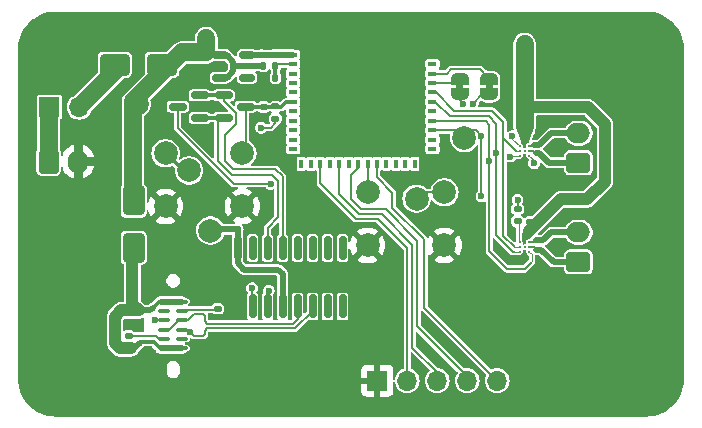
<source format=gtl>
%TF.GenerationSoftware,KiCad,Pcbnew,8.0.1*%
%TF.CreationDate,2025-02-14T15:05:20+08:00*%
%TF.ProjectId,SpeakerDriver,53706561-6b65-4724-9472-697665722e6b,rev?*%
%TF.SameCoordinates,Original*%
%TF.FileFunction,Copper,L1,Top*%
%TF.FilePolarity,Positive*%
%FSLAX46Y46*%
G04 Gerber Fmt 4.6, Leading zero omitted, Abs format (unit mm)*
G04 Created by KiCad (PCBNEW 8.0.1) date 2025-02-14 15:05:20*
%MOMM*%
%LPD*%
G01*
G04 APERTURE LIST*
G04 Aperture macros list*
%AMRoundRect*
0 Rectangle with rounded corners*
0 $1 Rounding radius*
0 $2 $3 $4 $5 $6 $7 $8 $9 X,Y pos of 4 corners*
0 Add a 4 corners polygon primitive as box body*
4,1,4,$2,$3,$4,$5,$6,$7,$8,$9,$2,$3,0*
0 Add four circle primitives for the rounded corners*
1,1,$1+$1,$2,$3*
1,1,$1+$1,$4,$5*
1,1,$1+$1,$6,$7*
1,1,$1+$1,$8,$9*
0 Add four rect primitives between the rounded corners*
20,1,$1+$1,$2,$3,$4,$5,0*
20,1,$1+$1,$4,$5,$6,$7,0*
20,1,$1+$1,$6,$7,$8,$9,0*
20,1,$1+$1,$8,$9,$2,$3,0*%
%AMFreePoly0*
4,1,19,0.500000,-0.750000,0.000000,-0.750000,0.000000,-0.744911,-0.071157,-0.744911,-0.207708,-0.704816,-0.327430,-0.627875,-0.420627,-0.520320,-0.479746,-0.390866,-0.500000,-0.250000,-0.500000,0.250000,-0.479746,0.390866,-0.420627,0.520320,-0.327430,0.627875,-0.207708,0.704816,-0.071157,0.744911,0.000000,0.744911,0.000000,0.750000,0.500000,0.750000,0.500000,-0.750000,0.500000,-0.750000,
$1*%
%AMFreePoly1*
4,1,19,0.000000,0.744911,0.071157,0.744911,0.207708,0.704816,0.327430,0.627875,0.420627,0.520320,0.479746,0.390866,0.500000,0.250000,0.500000,-0.250000,0.479746,-0.390866,0.420627,-0.520320,0.327430,-0.627875,0.207708,-0.704816,0.071157,-0.744911,0.000000,-0.744911,0.000000,-0.750000,-0.500000,-0.750000,-0.500000,0.750000,0.000000,0.750000,0.000000,0.744911,0.000000,0.744911,
$1*%
%AMFreePoly2*
4,1,6,0.500000,-0.100000,0.500000,-0.500000,-0.500000,-0.500000,-0.500000,0.500000,-0.100000,0.500000,0.500000,-0.100000,0.500000,-0.100000,$1*%
G04 Aperture macros list end*
%TA.AperFunction,EtchedComponent*%
%ADD10C,0.000000*%
%TD*%
%TA.AperFunction,SMDPad,CuDef*%
%ADD11C,2.000000*%
%TD*%
%TA.AperFunction,SMDPad,CuDef*%
%ADD12RoundRect,0.225000X-0.250000X0.225000X-0.250000X-0.225000X0.250000X-0.225000X0.250000X0.225000X0*%
%TD*%
%TA.AperFunction,SMDPad,CuDef*%
%ADD13RoundRect,0.140000X-0.140000X-0.170000X0.140000X-0.170000X0.140000X0.170000X-0.140000X0.170000X0*%
%TD*%
%TA.AperFunction,SMDPad,CuDef*%
%ADD14RoundRect,0.140000X0.170000X-0.140000X0.170000X0.140000X-0.170000X0.140000X-0.170000X-0.140000X0*%
%TD*%
%TA.AperFunction,BGAPad,CuDef*%
%ADD15C,0.270000*%
%TD*%
%TA.AperFunction,SMDPad,CuDef*%
%ADD16RoundRect,0.250000X1.000000X0.650000X-1.000000X0.650000X-1.000000X-0.650000X1.000000X-0.650000X0*%
%TD*%
%TA.AperFunction,SMDPad,CuDef*%
%ADD17RoundRect,0.150000X0.150000X-0.825000X0.150000X0.825000X-0.150000X0.825000X-0.150000X-0.825000X0*%
%TD*%
%TA.AperFunction,ComponentPad*%
%ADD18RoundRect,0.250000X0.750000X-0.600000X0.750000X0.600000X-0.750000X0.600000X-0.750000X-0.600000X0*%
%TD*%
%TA.AperFunction,ComponentPad*%
%ADD19O,2.000000X1.700000*%
%TD*%
%TA.AperFunction,SMDPad,CuDef*%
%ADD20RoundRect,0.150000X-0.587500X-0.150000X0.587500X-0.150000X0.587500X0.150000X-0.587500X0.150000X0*%
%TD*%
%TA.AperFunction,ComponentPad*%
%ADD21C,5.600000*%
%TD*%
%TA.AperFunction,ComponentPad*%
%ADD22R,1.700000X1.700000*%
%TD*%
%TA.AperFunction,ComponentPad*%
%ADD23O,1.700000X1.700000*%
%TD*%
%TA.AperFunction,SMDPad,CuDef*%
%ADD24RoundRect,0.135000X0.135000X0.185000X-0.135000X0.185000X-0.135000X-0.185000X0.135000X-0.185000X0*%
%TD*%
%TA.AperFunction,SMDPad,CuDef*%
%ADD25RoundRect,0.135000X-0.185000X0.135000X-0.185000X-0.135000X0.185000X-0.135000X0.185000X0.135000X0*%
%TD*%
%TA.AperFunction,ComponentPad*%
%ADD26RoundRect,0.250000X-0.600000X-0.750000X0.600000X-0.750000X0.600000X0.750000X-0.600000X0.750000X0*%
%TD*%
%TA.AperFunction,ComponentPad*%
%ADD27O,1.700000X2.000000*%
%TD*%
%TA.AperFunction,SMDPad,CuDef*%
%ADD28FreePoly0,90.000000*%
%TD*%
%TA.AperFunction,SMDPad,CuDef*%
%ADD29FreePoly1,90.000000*%
%TD*%
%TA.AperFunction,SMDPad,CuDef*%
%ADD30RoundRect,0.150000X0.587500X0.150000X-0.587500X0.150000X-0.587500X-0.150000X0.587500X-0.150000X0*%
%TD*%
%TA.AperFunction,SMDPad,CuDef*%
%ADD31FreePoly0,270.000000*%
%TD*%
%TA.AperFunction,SMDPad,CuDef*%
%ADD32FreePoly1,270.000000*%
%TD*%
%TA.AperFunction,SMDPad,CuDef*%
%ADD33RoundRect,0.140000X-0.170000X0.140000X-0.170000X-0.140000X0.170000X-0.140000X0.170000X0.140000X0*%
%TD*%
%TA.AperFunction,SMDPad,CuDef*%
%ADD34RoundRect,0.250000X-0.650000X1.000000X-0.650000X-1.000000X0.650000X-1.000000X0.650000X1.000000X0*%
%TD*%
%TA.AperFunction,SMDPad,CuDef*%
%ADD35RoundRect,0.150000X-0.512500X-0.150000X0.512500X-0.150000X0.512500X0.150000X-0.512500X0.150000X0*%
%TD*%
%TA.AperFunction,SMDPad,CuDef*%
%ADD36RoundRect,0.075000X-0.425000X0.075000X-0.425000X-0.075000X0.425000X-0.075000X0.425000X0.075000X0*%
%TD*%
%TA.AperFunction,ComponentPad*%
%ADD37C,1.100000*%
%TD*%
%TA.AperFunction,SMDPad,CuDef*%
%ADD38RoundRect,0.135000X-0.135000X-0.185000X0.135000X-0.185000X0.135000X0.185000X-0.135000X0.185000X0*%
%TD*%
%TA.AperFunction,SMDPad,CuDef*%
%ADD39R,0.800000X0.400000*%
%TD*%
%TA.AperFunction,SMDPad,CuDef*%
%ADD40R,0.400000X0.800000*%
%TD*%
%TA.AperFunction,SMDPad,CuDef*%
%ADD41FreePoly2,90.000000*%
%TD*%
%TA.AperFunction,SMDPad,CuDef*%
%ADD42R,1.000000X1.000000*%
%TD*%
%TA.AperFunction,ComponentPad*%
%ADD43C,2.000000*%
%TD*%
%TA.AperFunction,ViaPad*%
%ADD44C,0.600000*%
%TD*%
%TA.AperFunction,ViaPad*%
%ADD45C,0.500000*%
%TD*%
%TA.AperFunction,Conductor*%
%ADD46C,0.500000*%
%TD*%
%TA.AperFunction,Conductor*%
%ADD47C,1.500000*%
%TD*%
%TA.AperFunction,Conductor*%
%ADD48C,1.000000*%
%TD*%
%TA.AperFunction,Conductor*%
%ADD49C,0.200000*%
%TD*%
%TA.AperFunction,Conductor*%
%ADD50C,0.120000*%
%TD*%
%TA.AperFunction,Conductor*%
%ADD51C,0.300000*%
%TD*%
G04 APERTURE END LIST*
D10*
%TA.AperFunction,EtchedComponent*%
%TO.C,JP1*%
G36*
X162600000Y-95500000D02*
G01*
X162000000Y-95500000D01*
X162000000Y-95000000D01*
X162600000Y-95000000D01*
X162600000Y-95500000D01*
G37*
%TD.AperFunction*%
%TA.AperFunction,EtchedComponent*%
%TO.C,JP2*%
G36*
X165100000Y-95500000D02*
G01*
X164500000Y-95500000D01*
X164500000Y-95000000D01*
X165100000Y-95000000D01*
X165100000Y-95500000D01*
G37*
%TD.AperFunction*%
%TD*%
D11*
%TO.P,TP6,1,1*%
%TO.N,GND*%
X171100000Y-91200000D03*
%TD*%
D12*
%TO.P,C6,1*%
%TO.N,VCC*%
X139400000Y-92525000D03*
%TO.P,C6,2*%
%TO.N,GND*%
X139400000Y-94075000D03*
%TD*%
D13*
%TO.P,C5,1*%
%TO.N,VCC*%
X168120000Y-98500000D03*
%TO.P,C5,2*%
%TO.N,GND*%
X169080000Y-98500000D03*
%TD*%
D14*
%TO.P,C4,1*%
%TO.N,VCC*%
X168300000Y-106680000D03*
%TO.P,C4,2*%
%TO.N,GND*%
X168300000Y-105720000D03*
%TD*%
D15*
%TO.P,U2,A1,~{SD_MODE}*%
%TO.N,Net-(U2-~{SD_MODE})*%
X167400000Y-108450000D03*
%TO.P,U2,A2,VDD*%
%TO.N,VCC*%
X167800000Y-108450000D03*
%TO.P,U2,A3,OUTP*%
%TO.N,Net-(J2-Pin_2)*%
X168200000Y-108450000D03*
%TO.P,U2,B1,DIN*%
%TO.N,/DIN*%
X167400000Y-108850000D03*
%TO.P,U2,B2,GAIN_SLOT*%
%TO.N,unconnected-(U2-GAIN_SLOT-PadB2)*%
X167800000Y-108850000D03*
%TO.P,U2,B3,OUTN*%
%TO.N,Net-(J2-Pin_1)*%
X168200000Y-108850000D03*
%TO.P,U2,C1,BCLK*%
%TO.N,/BCLK*%
X167400000Y-109250000D03*
%TO.P,U2,C2,GND*%
%TO.N,GND*%
X167800000Y-109250000D03*
%TO.P,U2,C3,LRCLK*%
%TO.N,/WS*%
X168200000Y-109250000D03*
%TD*%
%TO.P,U1,A1,~{SD_MODE}*%
%TO.N,/SLEEP*%
X167400000Y-100300000D03*
%TO.P,U1,A2,VDD*%
%TO.N,VCC*%
X167800000Y-100300000D03*
%TO.P,U1,A3,OUTP*%
%TO.N,Net-(J1-Pin_2)*%
X168200000Y-100300000D03*
%TO.P,U1,B1,DIN*%
%TO.N,/DIN*%
X167400000Y-100700000D03*
%TO.P,U1,B2,GAIN_SLOT*%
%TO.N,unconnected-(U1-GAIN_SLOT-PadB2)*%
X167800000Y-100700000D03*
%TO.P,U1,B3,OUTN*%
%TO.N,Net-(J1-Pin_1)*%
X168200000Y-100700000D03*
%TO.P,U1,C1,BCLK*%
%TO.N,/BCLK*%
X167400000Y-101100000D03*
%TO.P,U1,C2,GND*%
%TO.N,GND*%
X167800000Y-101100000D03*
%TO.P,U1,C3,LRCLK*%
%TO.N,/WS*%
X168200000Y-101100000D03*
%TD*%
D16*
%TO.P,D2,1,K*%
%TO.N,VCC*%
X137100000Y-93400000D03*
%TO.P,D2,2,A*%
%TO.N,Net-(D2-A)*%
X133100000Y-93400000D03*
%TD*%
D17*
%TO.P,U4,1,GND*%
%TO.N,GND*%
X143500000Y-113875000D03*
%TO.P,U4,2,TXD*%
%TO.N,Net-(JP1-A)*%
X144770000Y-113875000D03*
%TO.P,U4,3,RXD*%
%TO.N,Net-(JP2-B)*%
X146040000Y-113875000D03*
%TO.P,U4,4,V3*%
%TO.N,+3V3*%
X147310000Y-113875000D03*
%TO.P,U4,5,UD+*%
%TO.N,/DP*%
X148580000Y-113875000D03*
%TO.P,U4,6,UD-*%
%TO.N,/DM*%
X149850000Y-113875000D03*
%TO.P,U4,7,NC*%
%TO.N,unconnected-(U4-NC-Pad7)*%
X151120000Y-113875000D03*
%TO.P,U4,8,~{OUT}/~{DTR}*%
%TO.N,unconnected-(U4-~{OUT}{slash}~{DTR}-Pad8)*%
X152390000Y-113875000D03*
%TO.P,U4,9,~{CTS}*%
%TO.N,unconnected-(U4-~{CTS}-Pad9)*%
X152390000Y-108925000D03*
%TO.P,U4,10,~{DSR}*%
%TO.N,unconnected-(U4-~{DSR}-Pad10)*%
X151120000Y-108925000D03*
%TO.P,U4,11,~{RI}*%
%TO.N,unconnected-(U4-~{RI}-Pad11)*%
X149850000Y-108925000D03*
%TO.P,U4,12,~{DCD}*%
%TO.N,unconnected-(U4-~{DCD}-Pad12)*%
X148580000Y-108925000D03*
%TO.P,U4,13,~{DTR}*%
%TO.N,Net-(Q1-G)*%
X147310000Y-108925000D03*
%TO.P,U4,14,~{RTS}*%
%TO.N,Net-(Q1-S)*%
X146040000Y-108925000D03*
%TO.P,U4,15,R232*%
%TO.N,unconnected-(U4-R232-Pad15)*%
X144770000Y-108925000D03*
%TO.P,U4,16,VCC*%
%TO.N,+3V3*%
X143500000Y-108925000D03*
%TD*%
D11*
%TO.P,TP2,1,1*%
%TO.N,/BOOT0*%
X158650000Y-104750000D03*
%TD*%
D18*
%TO.P,J1,1,Pin_1*%
%TO.N,Net-(J1-Pin_1)*%
X172350000Y-101700000D03*
D19*
%TO.P,J1,2,Pin_2*%
%TO.N,Net-(J1-Pin_2)*%
X172350000Y-99200000D03*
%TD*%
D20*
%TO.P,Q1,1,G*%
%TO.N,Net-(Q1-G)*%
X142325000Y-96000000D03*
%TO.P,Q1,2,S*%
%TO.N,Net-(Q1-S)*%
X142325000Y-97900000D03*
%TO.P,Q1,3,D*%
%TO.N,/EN*%
X144200000Y-96950000D03*
%TD*%
D21*
%TO.P,H3,1,1*%
%TO.N,GND*%
X128100000Y-120100000D03*
%TD*%
D18*
%TO.P,J2,1,Pin_1*%
%TO.N,Net-(J2-Pin_1)*%
X172350000Y-110100000D03*
D19*
%TO.P,J2,2,Pin_2*%
%TO.N,Net-(J2-Pin_2)*%
X172350000Y-107600000D03*
%TD*%
D14*
%TO.P,C1,1*%
%TO.N,+3V3*%
X146700000Y-92580000D03*
%TO.P,C1,2*%
%TO.N,GND*%
X146700000Y-91620000D03*
%TD*%
D22*
%TO.P,J4,1,Pin_1*%
%TO.N,+BATT*%
X127560000Y-97000000D03*
D23*
%TO.P,J4,2,Pin_2*%
%TO.N,Net-(D2-A)*%
X130100000Y-97000000D03*
%TD*%
D24*
%TO.P,R6,1*%
%TO.N,Net-(U3-SENSOR_VP{slash}GPIO36{slash}ADC1_CH0)*%
X146710000Y-94500000D03*
%TO.P,R6,2*%
%TO.N,GND*%
X145690000Y-94500000D03*
%TD*%
D11*
%TO.P,TP3,1,1*%
%TO.N,/EN*%
X139400000Y-102350000D03*
%TD*%
%TO.P,TP5,1,1*%
%TO.N,VCC*%
X134950000Y-96700000D03*
%TD*%
D25*
%TO.P,R4,2*%
%TO.N,+3V3*%
X146700000Y-97960000D03*
%TO.P,R4,1*%
%TO.N,/EN*%
X146700000Y-96940000D03*
%TD*%
D26*
%TO.P,J6,1,Pin_1*%
%TO.N,+BATT*%
X127500000Y-101600000D03*
D27*
%TO.P,J6,2,Pin_2*%
%TO.N,GND*%
X130000000Y-101600000D03*
%TD*%
D23*
%TO.P,J5,5,Pin_5*%
%TO.N,/AUX_1*%
X165485000Y-120150000D03*
%TO.P,J5,4,Pin_4*%
%TO.N,/AUX_2*%
X162945000Y-120150000D03*
%TO.P,J5,3,Pin_3*%
%TO.N,/AUX_3*%
X160405000Y-120150000D03*
%TO.P,J5,2,Pin_2*%
%TO.N,/AUX_4*%
X157865000Y-120150000D03*
D22*
%TO.P,J5,1,Pin_1*%
%TO.N,GND*%
X155325000Y-120150000D03*
%TD*%
D25*
%TO.P,R3,1*%
%TO.N,GND*%
X134300000Y-115340000D03*
%TO.P,R3,2*%
%TO.N,Net-(J3-CC2)*%
X134300000Y-116360000D03*
%TD*%
D28*
%TO.P,JP1,1,A*%
%TO.N,Net-(JP1-A)*%
X162300000Y-95900000D03*
D29*
%TO.P,JP1,2,B*%
%TO.N,/RXD*%
X162300000Y-94600000D03*
%TD*%
D21*
%TO.P,H1,1,1*%
%TO.N,GND*%
X128100000Y-92100000D03*
%TD*%
D30*
%TO.P,Q2,1,G*%
%TO.N,Net-(Q1-S)*%
X140300000Y-97900000D03*
%TO.P,Q2,2,S*%
%TO.N,Net-(Q1-G)*%
X140300000Y-96000000D03*
%TO.P,Q2,3,D*%
%TO.N,/BOOT0*%
X138425000Y-96950000D03*
%TD*%
D31*
%TO.P,JP2,1,A*%
%TO.N,/TXD*%
X164800000Y-94600000D03*
D32*
%TO.P,JP2,2,B*%
%TO.N,Net-(JP2-B)*%
X164800000Y-95900000D03*
%TD*%
D33*
%TO.P,C2,1*%
%TO.N,VCC*%
X140600000Y-92640000D03*
%TO.P,C2,2*%
%TO.N,GND*%
X140600000Y-93600000D03*
%TD*%
D25*
%TO.P,R2,1*%
%TO.N,GND*%
X141800000Y-113050000D03*
%TO.P,R2,2*%
%TO.N,Net-(J3-CC1)*%
X141800000Y-114070000D03*
%TD*%
D34*
%TO.P,D1,1,K*%
%TO.N,VCC*%
X134700000Y-104900000D03*
%TO.P,D1,2,A*%
%TO.N,VBUS*%
X134700000Y-108900000D03*
%TD*%
D11*
%TO.P,TP4,1,1*%
%TO.N,+3V3*%
X141200000Y-107450000D03*
%TD*%
%TO.P,TP1,1,1*%
%TO.N,/SLEEP*%
X162700000Y-99600000D03*
%TD*%
D35*
%TO.P,U5,1,VIN*%
%TO.N,VCC*%
X142025000Y-92600000D03*
%TO.P,U5,2,GND*%
%TO.N,GND*%
X142025000Y-93550000D03*
%TO.P,U5,3,CE*%
%TO.N,VCC*%
X142025000Y-94500000D03*
%TO.P,U5,4,NC*%
%TO.N,unconnected-(U5-NC-Pad4)*%
X144300000Y-94500000D03*
%TO.P,U5,5,VOUT*%
%TO.N,+3V3*%
X144300000Y-92600000D03*
%TD*%
D21*
%TO.P,H4,1,1*%
%TO.N,GND*%
X178100000Y-120100000D03*
%TD*%
D33*
%TO.P,C3,2*%
%TO.N,GND*%
X145700000Y-97930000D03*
%TO.P,C3,1*%
%TO.N,/EN*%
X145700000Y-96970000D03*
%TD*%
D21*
%TO.P,H2,1,1*%
%TO.N,GND*%
X178100000Y-92100000D03*
%TD*%
D36*
%TO.P,J3,A1,GND*%
%TO.N,GND*%
X138810000Y-112670000D03*
%TO.P,J3,A4,VBUS*%
%TO.N,VBUS*%
X138810000Y-113460000D03*
%TO.P,J3,A5,CC1*%
%TO.N,Net-(J3-CC1)*%
X138810000Y-114250000D03*
%TO.P,J3,A6,D+*%
%TO.N,/DP*%
X138810000Y-115040000D03*
%TO.P,J3,A7,D-*%
%TO.N,/DM*%
X138810000Y-115830000D03*
%TO.P,J3,A8,SBU1*%
%TO.N,unconnected-(J3-SBU1-PadA8)*%
X138810000Y-116620000D03*
%TO.P,J3,A9,VBUS*%
%TO.N,VBUS*%
X138810000Y-117410000D03*
%TO.P,J3,A12,GND*%
%TO.N,GND*%
X138810000Y-118200000D03*
%TO.P,J3,B1,GND*%
X137290000Y-118200000D03*
%TO.P,J3,B4,VBUS*%
%TO.N,VBUS*%
X137290000Y-117410000D03*
%TO.P,J3,B5,CC2*%
%TO.N,Net-(J3-CC2)*%
X137290000Y-116620000D03*
%TO.P,J3,B6,D+*%
%TO.N,/DP*%
X137290000Y-115830000D03*
%TO.P,J3,B7,D-*%
%TO.N,/DM*%
X137290000Y-115040000D03*
%TO.P,J3,B8,SBU2*%
%TO.N,unconnected-(J3-SBU2-PadB8)*%
X137290000Y-114250000D03*
%TO.P,J3,B9,VBUS*%
%TO.N,VBUS*%
X137290000Y-113460000D03*
%TO.P,J3,B12,GND*%
%TO.N,GND*%
X137290000Y-112670000D03*
D37*
%TO.P,J3,S1,SHIELD*%
X140200000Y-113050000D03*
X135900000Y-113050000D03*
X140200000Y-117850000D03*
X135900000Y-117850000D03*
%TD*%
D38*
%TO.P,R5,1*%
%TO.N,VCC*%
X145690000Y-93500000D03*
%TO.P,R5,2*%
%TO.N,Net-(U3-SENSOR_VP{slash}GPIO36{slash}ADC1_CH0)*%
X146710000Y-93500000D03*
%TD*%
D25*
%TO.P,R1,1*%
%TO.N,/SLEEP*%
X167200000Y-105630000D03*
%TO.P,R1,2*%
%TO.N,Net-(U2-~{SD_MODE})*%
X167200000Y-106650000D03*
%TD*%
D39*
%TO.P,U3,1,GND*%
%TO.N,GND*%
X148200000Y-90950000D03*
%TO.P,U3,2,GND*%
X148200000Y-91750000D03*
%TO.P,U3,3,3V3*%
%TO.N,+3V3*%
X148200000Y-92550000D03*
%TO.P,U3,4,SENSOR_VP/GPIO36/ADC1_CH0*%
%TO.N,Net-(U3-SENSOR_VP{slash}GPIO36{slash}ADC1_CH0)*%
X148200000Y-93350000D03*
%TO.P,U3,5,SENSOR_CAPP/GPIO37/ADC1_CH1*%
%TO.N,unconnected-(U3-SENSOR_CAPP{slash}GPIO37{slash}ADC1_CH1-Pad5)*%
X148200000Y-94150000D03*
%TO.P,U3,6,SENSOR_CAPN/GPIO38/ADC1_CH2*%
%TO.N,unconnected-(U3-SENSOR_CAPN{slash}GPIO38{slash}ADC1_CH2-Pad6)*%
X148200000Y-94950000D03*
%TO.P,U3,7,SENSOR_VN/GPIO39/ADC1_CH3*%
%TO.N,unconnected-(U3-SENSOR_VN{slash}GPIO39{slash}ADC1_CH3-Pad7)*%
X148200000Y-95750000D03*
%TO.P,U3,8,EN/CHIP_PU*%
%TO.N,/EN*%
X148200000Y-96550000D03*
%TO.P,U3,9,VDET_1/GPIO34/ADC1_CH6*%
%TO.N,unconnected-(U3-VDET_1{slash}GPIO34{slash}ADC1_CH6-Pad9)*%
X148200000Y-97350000D03*
%TO.P,U3,10,VDET_2/GPIO35/ADC1_CH7*%
%TO.N,unconnected-(U3-VDET_2{slash}GPIO35{slash}ADC1_CH7-Pad10)*%
X148200000Y-98150000D03*
%TO.P,U3,11,32K_XP/GPIO32/ADC1_CH4*%
%TO.N,unconnected-(U3-32K_XP{slash}GPIO32{slash}ADC1_CH4-Pad11)*%
X148200000Y-98950000D03*
%TO.P,U3,12,32K_XN/GPIO33/ADC1_CH5*%
%TO.N,unconnected-(U3-32K_XN{slash}GPIO33{slash}ADC1_CH5-Pad12)*%
X148200000Y-99750000D03*
%TO.P,U3,13,GPIO25/ADC2_CH8/DAC_1*%
%TO.N,unconnected-(U3-GPIO25{slash}ADC2_CH8{slash}DAC_1-Pad13)*%
X148200000Y-100550000D03*
D40*
%TO.P,U3,14,GPIO26/ADC2_CH9/DAC_2*%
%TO.N,unconnected-(U3-GPIO26{slash}ADC2_CH9{slash}DAC_2-Pad14)*%
X148900000Y-101800000D03*
%TO.P,U3,15,GPIO27/ADC2_CH7*%
%TO.N,unconnected-(U3-GPIO27{slash}ADC2_CH7-Pad15)*%
X149700000Y-101800000D03*
%TO.P,U3,16,MTMS/GPIO14/ADC2_CH6*%
%TO.N,/AUX_4*%
X150500000Y-101800000D03*
%TO.P,U3,17,MTDI/GPIO12/ADC2_CH5*%
%TO.N,unconnected-(U3-MTDI{slash}GPIO12{slash}ADC2_CH5-Pad17)*%
X151300000Y-101800000D03*
%TO.P,U3,18,MTCK/GPIO13/ADC2_CH4*%
%TO.N,/AUX_3*%
X152100000Y-101800000D03*
%TO.P,U3,19,MTDO/GPIO15/ADC2_CH3*%
%TO.N,unconnected-(U3-MTDO{slash}GPIO15{slash}ADC2_CH3-Pad19)*%
X152900000Y-101800000D03*
%TO.P,U3,20,GPIO2/ADC2_CH2*%
%TO.N,/AUX_2*%
X153700000Y-101800000D03*
%TO.P,U3,21,GPIO0/BOOT/ADC2_CH1*%
%TO.N,/BOOT0*%
X154500000Y-101800000D03*
%TO.P,U3,22,GPIO4/ADC2_CH0*%
%TO.N,/AUX_1*%
X155300000Y-101800000D03*
%TO.P,U3,23,NC*%
%TO.N,unconnected-(U3-NC-Pad23)*%
X156100000Y-101800000D03*
%TO.P,U3,24,NC*%
%TO.N,unconnected-(U3-NC-Pad24)*%
X156900000Y-101800000D03*
%TO.P,U3,25,SD_DATA2/GPIO9*%
%TO.N,unconnected-(U3-SD_DATA2{slash}GPIO9-Pad25)*%
X157700000Y-101800000D03*
%TO.P,U3,26,SD_DATA3/GPIO10*%
%TO.N,unconnected-(U3-SD_DATA3{slash}GPIO10-Pad26)*%
X158500000Y-101800000D03*
%TO.P,U3,27,GND*%
%TO.N,GND*%
X159300000Y-101800000D03*
D39*
%TO.P,U3,28,NC*%
%TO.N,unconnected-(U3-NC-Pad28)*%
X160000000Y-100550000D03*
%TO.P,U3,29,GPIO5*%
%TO.N,unconnected-(U3-GPIO5-Pad29)*%
X160000000Y-99750000D03*
%TO.P,U3,30,GPIO18*%
%TO.N,/SLEEP*%
X160000000Y-98950000D03*
%TO.P,U3,31,GPIO23*%
%TO.N,/WS*%
X160000000Y-98150000D03*
%TO.P,U3,32,GPIO19*%
%TO.N,unconnected-(U3-GPIO19-Pad32)*%
X160000000Y-97350000D03*
%TO.P,U3,33,GPIO22*%
%TO.N,/BCLK*%
X160000000Y-96550000D03*
%TO.P,U3,34,GPIO21*%
%TO.N,/DIN*%
X160000000Y-95750000D03*
%TO.P,U3,35,U0RXD/GPIO3*%
%TO.N,/RXD*%
X160000000Y-94950000D03*
%TO.P,U3,36,U0TXD/GPIO1*%
%TO.N,/TXD*%
X160000000Y-94150000D03*
%TO.P,U3,37,NC*%
%TO.N,unconnected-(U3-NC-Pad37)*%
X160000000Y-93350000D03*
%TO.P,U3,38,GND*%
%TO.N,GND*%
X160000000Y-92550000D03*
%TO.P,U3,39,GND*%
X160000000Y-91750000D03*
%TO.P,U3,40,GND*%
X160000000Y-90950000D03*
D40*
%TO.P,U3,41,GND*%
X159300000Y-89700000D03*
%TO.P,U3,42,GND*%
X158500000Y-89700000D03*
%TO.P,U3,43,GND*%
X157700000Y-89700000D03*
%TO.P,U3,44,GND*%
X156900000Y-89700000D03*
%TO.P,U3,45,GND*%
X156100000Y-89700000D03*
%TO.P,U3,46,GND*%
X155300000Y-89700000D03*
%TO.P,U3,47,GND*%
X154500000Y-89700000D03*
%TO.P,U3,48,GND*%
X153700000Y-89700000D03*
%TO.P,U3,49,GND*%
X152900000Y-89700000D03*
%TO.P,U3,50,GND*%
X152100000Y-89700000D03*
%TO.P,U3,51,GND*%
X151300000Y-89700000D03*
%TO.P,U3,52,GND*%
X150500000Y-89700000D03*
%TO.P,U3,53,GND*%
X149700000Y-89700000D03*
%TO.P,U3,54,GND*%
X148900000Y-89700000D03*
D41*
%TO.P,U3,55,GND*%
X152600000Y-94250000D03*
D42*
X152600000Y-95750000D03*
X152600000Y-97250000D03*
X154100000Y-94250000D03*
X154100000Y-95750000D03*
X154100000Y-97250000D03*
X155600000Y-94250000D03*
X155600000Y-95750000D03*
X155600000Y-97250000D03*
%TD*%
D43*
%TO.P,SW1,1,1*%
%TO.N,/EN*%
X143900000Y-100900000D03*
X137400000Y-100900000D03*
%TO.P,SW1,2,2*%
%TO.N,GND*%
X143900000Y-105400000D03*
X137400000Y-105400000D03*
%TD*%
%TO.P,SW2,1,1*%
%TO.N,/BOOT0*%
X161000000Y-104200000D03*
X154500000Y-104200000D03*
%TO.P,SW2,2,2*%
%TO.N,GND*%
X161000000Y-108700000D03*
X154500000Y-108700000D03*
%TD*%
D44*
%TO.N,GND*%
X169900000Y-98300000D03*
X173500000Y-100300000D03*
X153000000Y-92400000D03*
X155000000Y-92400000D03*
X157000000Y-92400000D03*
X158000000Y-94000000D03*
X158000000Y-96000000D03*
X158000000Y-98000000D03*
X158000000Y-100000000D03*
X156000000Y-100000000D03*
X154000000Y-100000000D03*
X152000000Y-100000000D03*
X150000000Y-100000000D03*
X150000000Y-98000000D03*
X150000000Y-96000000D03*
X150000000Y-94000000D03*
X151000000Y-92400000D03*
X152000000Y-92400000D03*
X154000000Y-92400000D03*
X156000000Y-92400000D03*
X158000000Y-93000000D03*
X158000000Y-95000000D03*
X158000000Y-97000000D03*
X158000000Y-99000000D03*
X157000000Y-100000000D03*
X155000000Y-100000000D03*
X153000000Y-100000000D03*
X151000000Y-100000000D03*
X150000000Y-99000000D03*
X150000000Y-97000000D03*
X150000000Y-95000000D03*
X150000000Y-93000000D03*
X144750000Y-95850000D03*
X140000000Y-95000000D03*
X143800000Y-95850000D03*
X139000000Y-95000000D03*
X140650000Y-94550000D03*
X131000000Y-122500000D03*
X167000000Y-122500000D03*
X171000000Y-122500000D03*
X169000000Y-122500000D03*
X165000000Y-122500000D03*
X175000000Y-122500000D03*
X173000000Y-122500000D03*
X151000000Y-122500000D03*
X155000000Y-122500000D03*
X153000000Y-122500000D03*
X149000000Y-122500000D03*
X163000000Y-122500000D03*
X161000000Y-122500000D03*
X159000000Y-122500000D03*
X157000000Y-122500000D03*
X135000000Y-122500000D03*
X139000000Y-122500000D03*
X137000000Y-122500000D03*
X133000000Y-122500000D03*
X147000000Y-122500000D03*
X145000000Y-122500000D03*
X143000000Y-122500000D03*
X141000000Y-122500000D03*
X145000000Y-89500000D03*
X143000000Y-89500000D03*
X141000000Y-89500000D03*
X139000000Y-89500000D03*
X137000000Y-89500000D03*
X135000000Y-89500000D03*
X133000000Y-89500000D03*
X131000000Y-89500000D03*
X162000000Y-89500000D03*
X164000000Y-89500000D03*
X166000000Y-89500000D03*
X168000000Y-89500000D03*
X170000000Y-89500000D03*
X172000000Y-89500000D03*
X174000000Y-89500000D03*
X169000000Y-102450000D03*
X166600000Y-110050000D03*
X167000000Y-102450000D03*
X149800000Y-111850000D03*
X155600000Y-111850000D03*
X135250000Y-115400000D03*
X151800000Y-111850000D03*
X166000000Y-109450000D03*
X153800000Y-111850000D03*
X167600000Y-110050000D03*
X170600000Y-100350000D03*
X168000000Y-102450000D03*
%TO.N,+3V3*%
X145500000Y-98751084D03*
X145500000Y-92580000D03*
X143500000Y-107350000D03*
%TO.N,VCC*%
X140850000Y-91150000D03*
D45*
X167800000Y-91650000D03*
D44*
%TO.N,/DM*%
X136550000Y-115030000D03*
X139502513Y-116034763D03*
%TO.N,Net-(JP1-A)*%
X144723970Y-112326030D03*
X162599997Y-96700000D03*
%TO.N,Net-(JP2-B)*%
X163400000Y-96700000D03*
X146140000Y-112550000D03*
%TO.N,/BOOT0*%
X146304816Y-103503346D03*
%TO.N,/SLEEP*%
X166760000Y-99450000D03*
X164150000Y-99450000D03*
X164150000Y-104550000D03*
X167200000Y-104850000D03*
%TO.N,/BCLK*%
X166600000Y-101178394D03*
X165400000Y-100900000D03*
%TO.N,/WS*%
X168600000Y-101737984D03*
X164799019Y-101528039D03*
%TD*%
D46*
%TO.N,+3V3*%
X143500000Y-107350000D02*
X143500000Y-110200000D01*
X146950000Y-110750000D02*
X147310000Y-111110000D01*
X143500000Y-110200000D02*
X144050000Y-110750000D01*
X144050000Y-110750000D02*
X146950000Y-110750000D01*
X147310000Y-111110000D02*
X147310000Y-113875000D01*
%TO.N,VCC*%
X140850000Y-92370000D02*
X141080000Y-92600000D01*
X141080000Y-92600000D02*
X142025000Y-92600000D01*
D47*
X140850000Y-91150000D02*
X140850000Y-92370000D01*
X140850000Y-92370000D02*
X138780000Y-92370000D01*
X138780000Y-92370000D02*
X134665000Y-96485000D01*
X134665000Y-104865000D02*
X134700000Y-104900000D01*
X134665000Y-96485000D02*
X134665000Y-104865000D01*
D48*
X170850000Y-104800000D02*
X173100000Y-104800000D01*
X174600000Y-98400000D02*
X173200000Y-97000000D01*
X173200000Y-97000000D02*
X167800000Y-97000000D01*
X173100000Y-104800000D02*
X174600000Y-103300000D01*
X174600000Y-103300000D02*
X174600000Y-98400000D01*
X168200000Y-107450000D02*
X170850000Y-104800000D01*
D49*
%TO.N,Net-(J1-Pin_1)*%
X168482183Y-100700000D02*
X168200000Y-100700000D01*
X168750000Y-100890000D02*
X168672183Y-100890000D01*
X168672183Y-100890000D02*
X168482183Y-100700000D01*
D46*
X168750000Y-100890000D02*
X169040000Y-100890000D01*
X169040000Y-100890000D02*
X169850000Y-101700000D01*
X169850000Y-101700000D02*
X172350000Y-101700000D01*
%TO.N,Net-(J2-Pin_2)*%
X172350000Y-107600000D02*
X170050000Y-107600000D01*
X170050000Y-107600000D02*
X169400000Y-108250000D01*
D49*
X168200000Y-108450000D02*
X168600000Y-108450000D01*
X168600000Y-108450000D02*
X168800000Y-108250000D01*
D46*
X169400000Y-108250000D02*
X168800000Y-108250000D01*
D49*
%TO.N,Net-(J2-Pin_1)*%
X168200000Y-108850000D02*
X168600000Y-108850000D01*
X168600000Y-108850000D02*
X168800000Y-109050000D01*
D47*
%TO.N,VCC*%
X167800000Y-91650000D02*
X167800000Y-98700000D01*
D50*
X167800000Y-100300000D02*
X167800000Y-98600000D01*
D49*
%TO.N,/SLEEP*%
X164150000Y-104550000D02*
X164150000Y-99450000D01*
X163650000Y-98950000D02*
X160000000Y-98950000D01*
X164150000Y-99450000D02*
X163650000Y-98950000D01*
%TO.N,/DIN*%
X167050000Y-100700000D02*
X166000000Y-99650000D01*
D50*
%TO.N,/BCLK*%
X166600000Y-101178394D02*
X166678394Y-101100000D01*
X166678394Y-101100000D02*
X167400000Y-101100000D01*
D49*
%TO.N,/DIN*%
X166965686Y-108850000D02*
X166000000Y-107884314D01*
X166000000Y-98250000D02*
X165050000Y-97300000D01*
X165050000Y-97300000D02*
X161850000Y-97300000D01*
X161850000Y-97300000D02*
X160300000Y-95750000D01*
X166000000Y-107884314D02*
X166000000Y-98250000D01*
X160300000Y-95750000D02*
X160000000Y-95750000D01*
D50*
X167400000Y-100700000D02*
X167050000Y-100700000D01*
X166965686Y-108850000D02*
X167400000Y-108850000D01*
%TO.N,/BCLK*%
X167000000Y-109250000D02*
X167400000Y-109250000D01*
D49*
X166800000Y-109250000D02*
X165400000Y-107850000D01*
X167000000Y-109250000D02*
X166800000Y-109250000D01*
X165400000Y-107850000D02*
X165400000Y-100900000D01*
X164744948Y-97744948D02*
X161450179Y-97744948D01*
X165400000Y-100900000D02*
X165400000Y-98400000D01*
X165400000Y-98400000D02*
X164744948Y-97744948D01*
X161450179Y-97744948D02*
X160255231Y-96550000D01*
X160255231Y-96550000D02*
X160000000Y-96550000D01*
%TO.N,/WS*%
X164799019Y-101528039D02*
X164800000Y-101529020D01*
X167800000Y-110700000D02*
X168400000Y-110100000D01*
X164800000Y-101529020D02*
X164800000Y-109200000D01*
X166300000Y-110700000D02*
X167800000Y-110700000D01*
X160050000Y-98200000D02*
X160000000Y-98150000D01*
X164500000Y-98200000D02*
X160050000Y-98200000D01*
X164799019Y-101528039D02*
X164800000Y-101527058D01*
X164800000Y-101527058D02*
X164800000Y-98500000D01*
X164800000Y-109200000D02*
X166300000Y-110700000D01*
X164800000Y-98500000D02*
X164500000Y-98200000D01*
D50*
%TO.N,Net-(U2-~{SD_MODE})*%
X167400000Y-108450000D02*
X167300000Y-108350000D01*
X167300000Y-108350000D02*
X167300000Y-106730000D01*
X167300000Y-106730000D02*
X167380000Y-106650000D01*
%TO.N,/WS*%
X168400000Y-110041960D02*
X168400000Y-109450000D01*
X168400000Y-109450000D02*
X168200000Y-109250000D01*
D49*
%TO.N,Net-(JP1-A)*%
X162599997Y-96700000D02*
X162300000Y-96400003D01*
X162300000Y-96400003D02*
X162300000Y-96150000D01*
%TO.N,Net-(JP2-B)*%
X164200000Y-95900000D02*
X164800000Y-95900000D01*
X163400000Y-96700000D02*
X164200000Y-95900000D01*
%TO.N,/BOOT0*%
X161000000Y-104200000D02*
X159200000Y-104200000D01*
X159200000Y-104200000D02*
X158650000Y-104750000D01*
%TO.N,/TXD*%
X164800000Y-94600000D02*
X163989909Y-93789909D01*
X163989909Y-93789909D02*
X161610091Y-93789909D01*
X161610091Y-93789909D02*
X161250000Y-94150000D01*
X161250000Y-94150000D02*
X160000000Y-94150000D01*
D47*
%TO.N,+BATT*%
X127560000Y-97000000D02*
X127500000Y-97060000D01*
X127500000Y-97060000D02*
X127500000Y-101600000D01*
%TO.N,Net-(D2-A)*%
X130100000Y-97000000D02*
X133300000Y-93800000D01*
X133300000Y-93800000D02*
X133300000Y-93400000D01*
D48*
%TO.N,VBUS*%
X135137324Y-114200000D02*
X134600000Y-113662676D01*
X134600000Y-109000000D02*
X134700000Y-108900000D01*
X134600000Y-113662676D02*
X134600000Y-109000000D01*
D49*
%TO.N,/BOOT0*%
X146304816Y-103503346D02*
X146299632Y-103498162D01*
X146299632Y-103498162D02*
X143182476Y-103498162D01*
X143182476Y-103498162D02*
X138425000Y-98740686D01*
X138425000Y-98740686D02*
X138425000Y-96950000D01*
%TO.N,Net-(J3-CC2)*%
X134200000Y-116360000D02*
X136560000Y-116360000D01*
X136560000Y-116360000D02*
X136820000Y-116620000D01*
X136820000Y-116620000D02*
X137290000Y-116620000D01*
D51*
%TO.N,VBUS*%
X135225000Y-116950000D02*
X135275000Y-116900000D01*
X135275000Y-116900000D02*
X136400000Y-116900000D01*
X136910000Y-117410000D02*
X136976880Y-117410000D01*
X136400000Y-116900000D02*
X136910000Y-117410000D01*
D46*
X134760555Y-117414445D02*
X135225000Y-116950000D01*
D48*
X133653875Y-114200000D02*
X135137324Y-114200000D01*
X133114239Y-114739636D02*
X133653875Y-114200000D01*
X134435555Y-117414445D02*
X133566247Y-117414445D01*
X133566247Y-117414445D02*
X133114239Y-116962437D01*
X133114239Y-116962437D02*
X133114239Y-114739636D01*
D51*
X136300000Y-114000000D02*
X136840000Y-113460000D01*
D46*
X136300000Y-114000000D02*
X136100000Y-114200000D01*
D51*
X136840000Y-113460000D02*
X136976880Y-113460000D01*
D46*
X136100000Y-114200000D02*
X135137324Y-114200000D01*
D51*
X136976880Y-117410000D02*
X136893440Y-117410000D01*
X137290000Y-113460000D02*
X136976880Y-113460000D01*
D46*
%TO.N,+3V3*%
X143500000Y-107350000D02*
X141300000Y-107350000D01*
D49*
X146298916Y-98751084D02*
X146700000Y-98350000D01*
D46*
X145500000Y-92580000D02*
X144320000Y-92580000D01*
X141300000Y-107350000D02*
X141200000Y-107450000D01*
X148200000Y-92550000D02*
X146730000Y-92550000D01*
X146700000Y-92580000D02*
X145500000Y-92580000D01*
D49*
X146700000Y-98350000D02*
X146700000Y-97960000D01*
D51*
X146730000Y-92550000D02*
X146700000Y-92580000D01*
D49*
X145500000Y-98751084D02*
X146298916Y-98751084D01*
D46*
%TO.N,VCC*%
X142590184Y-92600000D02*
X143137500Y-93147316D01*
X143137500Y-93962500D02*
X142600000Y-94500000D01*
X142025000Y-92600000D02*
X142590184Y-92600000D01*
X142600000Y-94500000D02*
X142025000Y-94500000D01*
X145690000Y-93500000D02*
X143187500Y-93500000D01*
X143137500Y-93147316D02*
X143137500Y-93962500D01*
D51*
%TO.N,/EN*%
X147190000Y-97000000D02*
X147640000Y-96550000D01*
X138850000Y-102350000D02*
X137400000Y-100900000D01*
D49*
X143900000Y-100350000D02*
X144200000Y-100050000D01*
D51*
X147640000Y-96550000D02*
X148200000Y-96550000D01*
X139600000Y-102350000D02*
X138850000Y-102350000D01*
D49*
X144200000Y-100050000D02*
X144200000Y-96950000D01*
D51*
X144600000Y-97000000D02*
X147190000Y-97000000D01*
D46*
%TO.N,VBUS*%
X138810000Y-113460000D02*
X136976880Y-113460000D01*
X138810000Y-117410000D02*
X136976880Y-117410000D01*
%TO.N,Net-(J1-Pin_2)*%
X172350000Y-99200000D02*
X170050000Y-99200000D01*
X170050000Y-99200000D02*
X169060000Y-100190000D01*
D49*
X168200000Y-100300000D02*
X168750000Y-100300000D01*
D46*
X169060000Y-100190000D02*
X168750000Y-100190000D01*
%TO.N,Net-(J2-Pin_1)*%
X169200000Y-109050000D02*
X168800000Y-109050000D01*
X170250000Y-110100000D02*
X169200000Y-109050000D01*
X172350000Y-110100000D02*
X170250000Y-110100000D01*
D49*
%TO.N,/DP*%
X137710000Y-115830000D02*
X138500000Y-115040000D01*
X139808578Y-114550000D02*
X140591422Y-114550000D01*
X138500000Y-115040000D02*
X138810000Y-115040000D01*
X140591422Y-114550000D02*
X140710000Y-114668578D01*
X139510000Y-114848578D02*
X139808578Y-114550000D01*
X139320000Y-115040000D02*
X139510000Y-114850000D01*
X140710000Y-115130000D02*
X140910000Y-115330000D01*
X137290000Y-115830000D02*
X137710000Y-115830000D01*
X148580000Y-114924866D02*
X148580000Y-113875000D01*
X139510000Y-114850000D02*
X139510000Y-114848578D01*
X148174866Y-115330000D02*
X148580000Y-114924866D01*
X138810000Y-115040000D02*
X139320000Y-115040000D01*
X140710000Y-114668578D02*
X140710000Y-115130000D01*
X140910000Y-115330000D02*
X148174866Y-115330000D01*
%TO.N,/DM*%
X136560000Y-115040000D02*
X137290000Y-115040000D01*
X139288578Y-115830000D02*
X139808578Y-116350000D01*
X149850000Y-114220552D02*
X149850000Y-113875000D01*
X139808578Y-116350000D02*
X140591422Y-116350000D01*
X148340552Y-115730000D02*
X149850000Y-114220552D01*
X140591422Y-116350000D02*
X140710000Y-116231422D01*
X138810000Y-115830000D02*
X139288578Y-115830000D01*
X140710000Y-116231422D02*
X140710000Y-115930000D01*
X140910000Y-115730000D02*
X148340552Y-115730000D01*
X136550000Y-115030000D02*
X136560000Y-115040000D01*
X140710000Y-115930000D02*
X140910000Y-115730000D01*
%TO.N,Net-(J3-CC1)*%
X138810000Y-114250000D02*
X138930000Y-114130000D01*
X141520000Y-114130000D02*
X141700000Y-113950000D01*
X138930000Y-114130000D02*
X141520000Y-114130000D01*
%TO.N,/RXD*%
X161950000Y-94950000D02*
X160000000Y-94950000D01*
%TO.N,Net-(JP1-A)*%
X144723970Y-112326030D02*
X144723970Y-113875000D01*
%TO.N,Net-(JP2-B)*%
X146040000Y-112650000D02*
X146040000Y-113875000D01*
X146140000Y-112550000D02*
X146040000Y-112650000D01*
%TO.N,Net-(Q1-G)*%
X147310000Y-102860000D02*
X146700000Y-102250000D01*
X142400000Y-99376526D02*
X143362500Y-98414026D01*
X143100000Y-102250000D02*
X142400000Y-101550000D01*
X147310000Y-108925000D02*
X147310000Y-102860000D01*
X146700000Y-102250000D02*
X143100000Y-102250000D01*
X143362500Y-97512500D02*
X142325000Y-96475000D01*
X142400000Y-101550000D02*
X142400000Y-99376526D01*
X143362500Y-98414026D02*
X143362500Y-97512500D01*
X142325000Y-96475000D02*
X142325000Y-96000000D01*
D51*
X140300000Y-96000000D02*
X142325000Y-96000000D01*
D49*
%TO.N,Net-(Q1-S)*%
X146910000Y-103260000D02*
X146400000Y-102750000D01*
X146040000Y-108925000D02*
X146040000Y-107210000D01*
D51*
X142325000Y-97900000D02*
X140300000Y-97900000D01*
D49*
X146040000Y-107210000D02*
X146910000Y-106340000D01*
X146910000Y-106340000D02*
X146910000Y-103260000D01*
X143000000Y-102750000D02*
X141800000Y-101550000D01*
X146400000Y-102750000D02*
X143000000Y-102750000D01*
X141800000Y-101550000D02*
X141800000Y-97900000D01*
%TO.N,/BOOT0*%
X154500000Y-101800000D02*
X154500000Y-103900000D01*
%TO.N,/SLEEP*%
X167200000Y-104850000D02*
X167200000Y-105540000D01*
D50*
X166760000Y-99450000D02*
X166760000Y-99660000D01*
X166760000Y-99660000D02*
X167400000Y-100300000D01*
%TO.N,/WS*%
X168600000Y-101500000D02*
X168200000Y-101100000D01*
X168600000Y-101737984D02*
X168600000Y-101500000D01*
D49*
%TO.N,Net-(U3-SENSOR_VP{slash}GPIO36{slash}ADC1_CH0)*%
X148200000Y-93350000D02*
X146860000Y-93350000D01*
X146860000Y-93350000D02*
X146710000Y-93500000D01*
D51*
X146710000Y-94500000D02*
X146710000Y-93500000D01*
D49*
%TO.N,/AUX_2*%
X153700000Y-102150000D02*
X153100000Y-102750000D01*
X156050000Y-105650000D02*
X158700000Y-108300000D01*
X153965686Y-105650000D02*
X156050000Y-105650000D01*
X162945000Y-119795000D02*
X162945000Y-120150000D01*
X153700000Y-101800000D02*
X153700000Y-102150000D01*
X153100000Y-104784314D02*
X153965686Y-105650000D01*
X158700000Y-108300000D02*
X158700000Y-115550000D01*
X153100000Y-102750000D02*
X153100000Y-104784314D01*
X158700000Y-115550000D02*
X162945000Y-119795000D01*
%TO.N,/AUX_3*%
X152100000Y-101800000D02*
X152100000Y-104350000D01*
X152100000Y-104350000D02*
X153800000Y-106050000D01*
X153800000Y-106050000D02*
X155700000Y-106050000D01*
X155700000Y-106050000D02*
X158300000Y-108650000D01*
X160405000Y-119455000D02*
X160405000Y-120150000D01*
X158300000Y-117350000D02*
X160405000Y-119455000D01*
X158300000Y-108650000D02*
X158300000Y-117350000D01*
%TO.N,/AUX_1*%
X155300000Y-102950000D02*
X156600000Y-104250000D01*
X159300000Y-108195836D02*
X159300000Y-113965000D01*
X156600000Y-104250000D02*
X156600000Y-105495836D01*
X155300000Y-101800000D02*
X155300000Y-102950000D01*
X156600000Y-105495836D02*
X159300000Y-108195836D01*
X159300000Y-113965000D02*
X165485000Y-120150000D01*
%TO.N,/AUX_4*%
X155400000Y-106450000D02*
X157865000Y-108915000D01*
X150500000Y-103450000D02*
X153500000Y-106450000D01*
X150500000Y-101800000D02*
X150500000Y-103450000D01*
X157865000Y-108915000D02*
X157865000Y-120150000D01*
X153500000Y-106450000D02*
X155400000Y-106450000D01*
%TD*%
%TA.AperFunction,Conductor*%
%TO.N,VCC*%
G36*
X168139123Y-107172356D02*
G01*
X168732932Y-107511675D01*
X168760581Y-107547377D01*
X168754886Y-107592173D01*
X168745379Y-107604620D01*
X168217781Y-108132219D01*
X168176062Y-108149500D01*
X168160438Y-108149500D01*
X168139960Y-108154987D01*
X168084012Y-108169978D01*
X168015485Y-108209542D01*
X167959542Y-108265485D01*
X167919978Y-108334012D01*
X167904987Y-108389960D01*
X167899500Y-108410438D01*
X167899500Y-108489562D01*
X167902784Y-108501816D01*
X167914601Y-108545919D01*
X167908706Y-108590689D01*
X167872881Y-108618179D01*
X167846101Y-108619055D01*
X167800002Y-108609886D01*
X167799998Y-108609886D01*
X167707450Y-108628294D01*
X167663161Y-108619484D01*
X167638074Y-108581938D01*
X167641430Y-108547852D01*
X167660499Y-108501817D01*
X167660499Y-108398183D01*
X167620841Y-108302439D01*
X167577781Y-108259379D01*
X167560500Y-108217660D01*
X167560500Y-107713938D01*
X167577781Y-107672219D01*
X167738325Y-107511675D01*
X168068136Y-107181863D01*
X168109854Y-107164583D01*
X168139123Y-107172356D01*
G37*
%TD.AperFunction*%
%TD*%
%TA.AperFunction,Conductor*%
%TO.N,Net-(J1-Pin_2)*%
G36*
X168694827Y-100007370D02*
G01*
X168700000Y-100029283D01*
X168700000Y-100393898D01*
X168685648Y-100428546D01*
X168651000Y-100442898D01*
X168626501Y-100436334D01*
X168598172Y-100419979D01*
X168598170Y-100419978D01*
X168521747Y-100399500D01*
X168521745Y-100399500D01*
X168249000Y-100399500D01*
X168214352Y-100385148D01*
X168200000Y-100350500D01*
X168200000Y-100230283D01*
X168214352Y-100195635D01*
X168227084Y-100186457D01*
X168629088Y-99985455D01*
X168666495Y-99982798D01*
X168694827Y-100007370D01*
G37*
%TD.AperFunction*%
%TD*%
%TA.AperFunction,Conductor*%
%TO.N,VCC*%
G36*
X168468599Y-98814352D02*
G01*
X168482951Y-98849000D01*
X168480845Y-98863210D01*
X168142300Y-99980406D01*
X168118517Y-100009403D01*
X168108090Y-100013526D01*
X168084011Y-100019978D01*
X168084008Y-100019979D01*
X168015488Y-100059540D01*
X168015488Y-100059541D01*
X167959541Y-100115488D01*
X167959540Y-100115488D01*
X167919979Y-100184008D01*
X167919979Y-100184010D01*
X167899500Y-100260436D01*
X167899500Y-100339563D01*
X167912564Y-100388317D01*
X167907670Y-100425499D01*
X167877917Y-100448330D01*
X167865234Y-100450000D01*
X167693165Y-100450000D01*
X167658517Y-100435648D01*
X167644165Y-100401000D01*
X167647895Y-100382248D01*
X167660500Y-100351817D01*
X167660500Y-100248183D01*
X167620842Y-100152439D01*
X167620841Y-100152438D01*
X167620840Y-100152436D01*
X167470248Y-100001845D01*
X167458002Y-99981407D01*
X167119155Y-98863210D01*
X167122842Y-98825889D01*
X167151839Y-98802106D01*
X167166049Y-98800000D01*
X168433951Y-98800000D01*
X168468599Y-98814352D01*
G37*
%TD.AperFunction*%
%TD*%
%TA.AperFunction,Conductor*%
%TO.N,GND*%
G36*
X135544367Y-114869709D02*
G01*
X135550000Y-114898028D01*
X135550000Y-115985500D01*
X135528326Y-116037826D01*
X135476000Y-116059500D01*
X134823526Y-116059500D01*
X134771200Y-116037826D01*
X134765493Y-116031024D01*
X134680404Y-115945935D01*
X134633909Y-115924254D01*
X134573173Y-115895932D01*
X134573171Y-115895931D01*
X134537178Y-115891193D01*
X134524316Y-115889500D01*
X134075684Y-115889500D01*
X134064318Y-115890996D01*
X134026828Y-115895931D01*
X134026826Y-115895932D01*
X133920012Y-115945740D01*
X133863429Y-115948210D01*
X133821672Y-115909946D01*
X133814739Y-115878673D01*
X133814739Y-115060445D01*
X133836413Y-115008119D01*
X133922358Y-114922174D01*
X133974684Y-114900500D01*
X135206316Y-114900500D01*
X135206318Y-114900500D01*
X135341652Y-114873580D01*
X135447682Y-114829661D01*
X135504319Y-114829661D01*
X135544367Y-114869709D01*
G37*
%TD.AperFunction*%
%TA.AperFunction,Conductor*%
G36*
X165226826Y-108101797D02*
G01*
X166559540Y-109434511D01*
X166615489Y-109490460D01*
X166665649Y-109519420D01*
X166670419Y-109522174D01*
X166684011Y-109530021D01*
X166684012Y-109530021D01*
X166684014Y-109530022D01*
X166722224Y-109540260D01*
X166760435Y-109550499D01*
X166760436Y-109550500D01*
X166760438Y-109550500D01*
X167039564Y-109550500D01*
X167039564Y-109550499D01*
X167093283Y-109536105D01*
X167115986Y-109530022D01*
X167115986Y-109530021D01*
X167115989Y-109530021D01*
X167132630Y-109520413D01*
X167169628Y-109510500D01*
X167451815Y-109510500D01*
X167451817Y-109510500D01*
X167547561Y-109470841D01*
X167620841Y-109397561D01*
X167660500Y-109301817D01*
X167660500Y-109198183D01*
X167652171Y-109178075D01*
X167652171Y-109121439D01*
X167692219Y-109081390D01*
X167734973Y-109077179D01*
X167800000Y-109090114D01*
X167865025Y-109077179D01*
X167920572Y-109088228D01*
X167952039Y-109135319D01*
X167947829Y-109178074D01*
X167943417Y-109188726D01*
X167939500Y-109198183D01*
X167939500Y-109301817D01*
X167967543Y-109369518D01*
X167971198Y-109378343D01*
X167979159Y-109397561D01*
X168117826Y-109536228D01*
X168139500Y-109588553D01*
X168139500Y-109904877D01*
X168117826Y-109957203D01*
X167697203Y-110377826D01*
X167644877Y-110399500D01*
X166455123Y-110399500D01*
X166402797Y-110377826D01*
X165122174Y-109097203D01*
X165100500Y-109044877D01*
X165100500Y-108154123D01*
X165122174Y-108101797D01*
X165174500Y-108080123D01*
X165226826Y-108101797D01*
G37*
%TD.AperFunction*%
%TA.AperFunction,Conductor*%
G36*
X172931517Y-97722174D02*
G01*
X173877826Y-98668483D01*
X173899500Y-98720809D01*
X173899500Y-102979191D01*
X173877826Y-103031517D01*
X172831517Y-104077826D01*
X172779191Y-104099500D01*
X170918994Y-104099500D01*
X170781006Y-104099500D01*
X170742640Y-104107131D01*
X170645677Y-104126418D01*
X170645667Y-104126421D01*
X170518189Y-104179224D01*
X170403457Y-104255885D01*
X170403455Y-104255887D01*
X168481515Y-106177826D01*
X168429189Y-106199500D01*
X168090100Y-106199500D01*
X168040514Y-106206027D01*
X168040512Y-106206028D01*
X167931683Y-106256776D01*
X167846776Y-106341683D01*
X167846773Y-106341688D01*
X167827636Y-106382727D01*
X167785879Y-106420990D01*
X167729296Y-106418519D01*
X167693504Y-106382728D01*
X167664065Y-106319596D01*
X167580404Y-106235935D01*
X167580402Y-106235933D01*
X167534886Y-106214709D01*
X167518495Y-106207066D01*
X167480232Y-106165310D01*
X167482702Y-106108727D01*
X167518495Y-106072933D01*
X167580404Y-106044065D01*
X167664065Y-105960404D01*
X167714068Y-105853173D01*
X167720500Y-105804316D01*
X167720500Y-105455684D01*
X167714068Y-105406827D01*
X167664065Y-105299596D01*
X167664064Y-105299595D01*
X167664062Y-105299592D01*
X167610245Y-105245776D01*
X167588570Y-105193451D01*
X167606643Y-105144992D01*
X167625377Y-105123373D01*
X167685165Y-104992457D01*
X167705647Y-104850000D01*
X167685165Y-104707543D01*
X167625377Y-104576627D01*
X167531128Y-104467857D01*
X167459051Y-104421536D01*
X167410054Y-104390047D01*
X167410050Y-104390046D01*
X167271964Y-104349500D01*
X167271961Y-104349500D01*
X167128039Y-104349500D01*
X167128036Y-104349500D01*
X166989949Y-104390046D01*
X166989945Y-104390047D01*
X166868875Y-104467855D01*
X166868868Y-104467860D01*
X166774623Y-104576626D01*
X166714834Y-104707545D01*
X166694353Y-104850000D01*
X166714834Y-104992454D01*
X166714834Y-104992455D01*
X166714835Y-104992457D01*
X166774623Y-105123373D01*
X166793354Y-105144990D01*
X166811241Y-105198727D01*
X166789755Y-105245774D01*
X166735938Y-105299591D01*
X166735935Y-105299595D01*
X166685931Y-105406828D01*
X166679500Y-105455685D01*
X166679500Y-105804314D01*
X166685931Y-105853171D01*
X166685932Y-105853173D01*
X166735935Y-105960404D01*
X166819596Y-106044065D01*
X166881504Y-106072933D01*
X166919767Y-106114691D01*
X166917297Y-106171274D01*
X166881504Y-106207066D01*
X166853531Y-106220110D01*
X166819595Y-106235935D01*
X166735935Y-106319595D01*
X166685931Y-106426828D01*
X166679500Y-106475685D01*
X166679500Y-106824314D01*
X166685931Y-106873171D01*
X166696774Y-106896424D01*
X166735935Y-106980404D01*
X166819596Y-107064065D01*
X166926827Y-107114068D01*
X166975159Y-107120430D01*
X167024207Y-107148748D01*
X167039500Y-107193797D01*
X167039500Y-108320191D01*
X167017826Y-108372517D01*
X166965500Y-108394191D01*
X166913174Y-108372517D01*
X166322174Y-107781517D01*
X166300500Y-107729191D01*
X166300500Y-101710934D01*
X166322174Y-101658608D01*
X166374500Y-101636934D01*
X166395341Y-101639930D01*
X166483234Y-101665738D01*
X166528037Y-101678894D01*
X166528039Y-101678894D01*
X166671963Y-101678894D01*
X166671964Y-101678893D01*
X166810053Y-101638347D01*
X166931128Y-101560537D01*
X167025377Y-101451767D01*
X167037360Y-101425529D01*
X167047303Y-101403758D01*
X167088756Y-101365165D01*
X167114615Y-101360500D01*
X167451815Y-101360500D01*
X167451817Y-101360500D01*
X167547561Y-101320841D01*
X167620841Y-101247561D01*
X167660500Y-101151817D01*
X167660500Y-101048183D01*
X167652171Y-101028075D01*
X167652171Y-100971439D01*
X167692219Y-100931390D01*
X167734973Y-100927179D01*
X167800000Y-100940114D01*
X167865025Y-100927179D01*
X167920572Y-100938228D01*
X167952039Y-100985319D01*
X167947829Y-101028074D01*
X167940514Y-101045734D01*
X167939500Y-101048183D01*
X167939500Y-101151817D01*
X167979159Y-101247561D01*
X168067120Y-101335522D01*
X168145059Y-101413461D01*
X168166733Y-101465787D01*
X168160046Y-101496527D01*
X168114834Y-101595527D01*
X168094353Y-101737984D01*
X168114834Y-101880438D01*
X168114834Y-101880439D01*
X168114835Y-101880441D01*
X168169482Y-102000099D01*
X168174623Y-102011357D01*
X168268868Y-102120123D01*
X168268869Y-102120124D01*
X168268872Y-102120127D01*
X168389947Y-102197937D01*
X168496403Y-102229195D01*
X168528035Y-102238483D01*
X168528037Y-102238484D01*
X168528039Y-102238484D01*
X168671963Y-102238484D01*
X168671964Y-102238483D01*
X168672952Y-102238193D01*
X168810053Y-102197937D01*
X168931128Y-102120127D01*
X169025377Y-102011357D01*
X169085165Y-101880441D01*
X169102865Y-101757333D01*
X169131764Y-101708626D01*
X169186642Y-101694619D01*
X169228437Y-101715540D01*
X169573386Y-102060489D01*
X169573388Y-102060490D01*
X169573389Y-102060491D01*
X169594155Y-102072480D01*
X169676113Y-102119799D01*
X169690411Y-102123630D01*
X169790691Y-102150500D01*
X171075500Y-102150500D01*
X171127826Y-102172174D01*
X171149500Y-102224500D01*
X171149500Y-102354266D01*
X171152354Y-102384699D01*
X171152354Y-102384701D01*
X171152355Y-102384704D01*
X171197206Y-102512881D01*
X171197207Y-102512883D01*
X171277846Y-102622146D01*
X171277853Y-102622153D01*
X171387116Y-102702792D01*
X171387118Y-102702793D01*
X171515295Y-102747644D01*
X171515301Y-102747646D01*
X171545734Y-102750500D01*
X171545741Y-102750500D01*
X173154258Y-102750500D01*
X173154266Y-102750500D01*
X173184699Y-102747646D01*
X173312882Y-102702793D01*
X173422150Y-102622150D01*
X173502793Y-102512882D01*
X173547646Y-102384699D01*
X173550500Y-102354266D01*
X173550500Y-101045734D01*
X173547646Y-101015301D01*
X173502793Y-100887118D01*
X173496673Y-100878825D01*
X173422153Y-100777853D01*
X173422146Y-100777846D01*
X173312883Y-100697207D01*
X173312881Y-100697206D01*
X173184704Y-100652355D01*
X173184705Y-100652355D01*
X173184700Y-100652354D01*
X173184699Y-100652354D01*
X173154266Y-100649500D01*
X171545734Y-100649500D01*
X171515301Y-100652354D01*
X171515299Y-100652354D01*
X171515295Y-100652355D01*
X171387118Y-100697206D01*
X171387116Y-100697207D01*
X171277853Y-100777846D01*
X171277846Y-100777853D01*
X171197207Y-100887116D01*
X171197206Y-100887118D01*
X171152355Y-101015295D01*
X171152354Y-101015299D01*
X171152354Y-101015301D01*
X171149500Y-101045734D01*
X171149500Y-101045740D01*
X171149500Y-101175500D01*
X171127826Y-101227826D01*
X171075500Y-101249500D01*
X170067255Y-101249500D01*
X170014929Y-101227826D01*
X169389429Y-100602326D01*
X169367755Y-100550000D01*
X169389429Y-100497674D01*
X170214929Y-99672174D01*
X170267255Y-99650500D01*
X171200105Y-99650500D01*
X171252431Y-99672174D01*
X171267288Y-99694410D01*
X171267340Y-99694383D01*
X171267620Y-99694907D01*
X171268473Y-99696183D01*
X171269059Y-99697598D01*
X171384023Y-99869655D01*
X171530345Y-100015977D01*
X171702402Y-100130941D01*
X171893580Y-100210130D01*
X172096535Y-100250500D01*
X172096536Y-100250500D01*
X172603464Y-100250500D01*
X172603465Y-100250500D01*
X172806420Y-100210130D01*
X172997598Y-100130941D01*
X173169655Y-100015977D01*
X173315977Y-99869655D01*
X173430941Y-99697598D01*
X173510130Y-99506420D01*
X173550500Y-99303465D01*
X173550500Y-99096535D01*
X173510130Y-98893580D01*
X173430941Y-98702402D01*
X173315977Y-98530345D01*
X173169655Y-98384023D01*
X173154750Y-98374064D01*
X172997598Y-98269059D01*
X172806420Y-98189870D01*
X172806413Y-98189868D01*
X172653516Y-98159455D01*
X172603465Y-98149500D01*
X172096535Y-98149500D01*
X172056385Y-98157486D01*
X171893586Y-98189868D01*
X171893579Y-98189870D01*
X171702401Y-98269059D01*
X171530345Y-98384022D01*
X171530344Y-98384024D01*
X171384024Y-98530344D01*
X171384022Y-98530345D01*
X171269058Y-98702404D01*
X171268474Y-98703815D01*
X171268107Y-98704181D01*
X171267340Y-98705617D01*
X171266904Y-98705384D01*
X171228427Y-98743866D01*
X171200105Y-98749500D01*
X169990689Y-98749500D01*
X169876114Y-98780200D01*
X169832695Y-98805267D01*
X169832696Y-98805268D01*
X169773389Y-98839508D01*
X168895071Y-99717826D01*
X168842745Y-99739500D01*
X168690689Y-99739500D01*
X168576117Y-99770199D01*
X168576108Y-99770203D01*
X168549878Y-99785347D01*
X168493725Y-99792739D01*
X168448793Y-99758260D01*
X168441401Y-99702107D01*
X168442048Y-99699838D01*
X168577423Y-99253100D01*
X168586710Y-99233458D01*
X168642322Y-99150231D01*
X168713973Y-98977251D01*
X168750500Y-98793616D01*
X168750500Y-97774500D01*
X168772174Y-97722174D01*
X168824500Y-97700500D01*
X172879191Y-97700500D01*
X172931517Y-97722174D01*
G37*
%TD.AperFunction*%
%TA.AperFunction,Conductor*%
G36*
X147478326Y-88922174D02*
G01*
X147482676Y-88932676D01*
X147500000Y-88950000D01*
X160700000Y-88950000D01*
X160717323Y-88932676D01*
X160721674Y-88922174D01*
X160774000Y-88900500D01*
X178042417Y-88900500D01*
X178098054Y-88900500D01*
X178101927Y-88900601D01*
X178430572Y-88917824D01*
X178438270Y-88918633D01*
X178761384Y-88969810D01*
X178768946Y-88971417D01*
X179084969Y-89056095D01*
X179092316Y-89058483D01*
X179397746Y-89175726D01*
X179404805Y-89178869D01*
X179580122Y-89268198D01*
X179696288Y-89327388D01*
X179702996Y-89331260D01*
X179977364Y-89509436D01*
X179983631Y-89513989D01*
X180237870Y-89719868D01*
X180243626Y-89725051D01*
X180474948Y-89956373D01*
X180480131Y-89962129D01*
X180686010Y-90216368D01*
X180690563Y-90222635D01*
X180868739Y-90497003D01*
X180872611Y-90503711D01*
X181021126Y-90795186D01*
X181024277Y-90802262D01*
X181141513Y-91107674D01*
X181143907Y-91115040D01*
X181228580Y-91431045D01*
X181230190Y-91438622D01*
X181281365Y-91761727D01*
X181282175Y-91769430D01*
X181299399Y-92098072D01*
X181299500Y-92101945D01*
X181299500Y-119998054D01*
X181299399Y-120001927D01*
X181282175Y-120330569D01*
X181281365Y-120338272D01*
X181230190Y-120661377D01*
X181228580Y-120668954D01*
X181143907Y-120984959D01*
X181141513Y-120992325D01*
X181024277Y-121297737D01*
X181021126Y-121304813D01*
X180872611Y-121596288D01*
X180868739Y-121602996D01*
X180690563Y-121877364D01*
X180686010Y-121883631D01*
X180480131Y-122137870D01*
X180474948Y-122143626D01*
X180243626Y-122374948D01*
X180237870Y-122380131D01*
X179983631Y-122586010D01*
X179977364Y-122590563D01*
X179702996Y-122768739D01*
X179696288Y-122772611D01*
X179404813Y-122921126D01*
X179397737Y-122924277D01*
X179092325Y-123041513D01*
X179084959Y-123043907D01*
X178768954Y-123128580D01*
X178761377Y-123130190D01*
X178438272Y-123181365D01*
X178430569Y-123182175D01*
X178101927Y-123199399D01*
X178098054Y-123199500D01*
X128101946Y-123199500D01*
X128098073Y-123199399D01*
X127769430Y-123182175D01*
X127761727Y-123181365D01*
X127438622Y-123130190D01*
X127431045Y-123128580D01*
X127115040Y-123043907D01*
X127107674Y-123041513D01*
X126802262Y-122924277D01*
X126795186Y-122921126D01*
X126503711Y-122772611D01*
X126497003Y-122768739D01*
X126222635Y-122590563D01*
X126216368Y-122586010D01*
X125962129Y-122380131D01*
X125956373Y-122374948D01*
X125725051Y-122143626D01*
X125719868Y-122137870D01*
X125513989Y-121883631D01*
X125509436Y-121877364D01*
X125331260Y-121602996D01*
X125327388Y-121596288D01*
X125178869Y-121304805D01*
X125175726Y-121297746D01*
X125058483Y-120992316D01*
X125056095Y-120984969D01*
X124971417Y-120668946D01*
X124969809Y-120661377D01*
X124952184Y-120550099D01*
X124918633Y-120338270D01*
X124917824Y-120330569D01*
X124913036Y-120239215D01*
X124900601Y-120001927D01*
X124900500Y-119998054D01*
X124900500Y-119481160D01*
X137509500Y-119481160D01*
X137546332Y-119618620D01*
X137546334Y-119618625D01*
X137617492Y-119741875D01*
X137718125Y-119842508D01*
X137841375Y-119913666D01*
X137978839Y-119950499D01*
X137978840Y-119950500D01*
X137978842Y-119950500D01*
X138121160Y-119950500D01*
X138121160Y-119950499D01*
X138258625Y-119913666D01*
X138381875Y-119842508D01*
X138482508Y-119741875D01*
X138553666Y-119618625D01*
X138590499Y-119481160D01*
X138590500Y-119481160D01*
X138590500Y-118918840D01*
X138590499Y-118918839D01*
X138558656Y-118800000D01*
X138553666Y-118781375D01*
X138482508Y-118658125D01*
X138381875Y-118557492D01*
X138258625Y-118486334D01*
X138258620Y-118486332D01*
X138121160Y-118449500D01*
X138121158Y-118449500D01*
X137978842Y-118449500D01*
X137978840Y-118449500D01*
X137841379Y-118486332D01*
X137841374Y-118486334D01*
X137718124Y-118557492D01*
X137617492Y-118658124D01*
X137546334Y-118781374D01*
X137546332Y-118781379D01*
X137509500Y-118918839D01*
X137509500Y-119481160D01*
X124900500Y-119481160D01*
X124900500Y-117031431D01*
X132413739Y-117031431D01*
X132422630Y-117076132D01*
X132440657Y-117166759D01*
X132440660Y-117166769D01*
X132493463Y-117294247D01*
X132493464Y-117294248D01*
X132570125Y-117408980D01*
X133119704Y-117958559D01*
X133234436Y-118035220D01*
X133361919Y-118088025D01*
X133497253Y-118114945D01*
X133497254Y-118114945D01*
X133497255Y-118114945D01*
X134504546Y-118114945D01*
X134504548Y-118114945D01*
X134639883Y-118088025D01*
X134767366Y-118035220D01*
X134882097Y-117958559D01*
X134979669Y-117860987D01*
X135033119Y-117780992D01*
X135042313Y-117769789D01*
X135539929Y-117272174D01*
X135592255Y-117250500D01*
X136224166Y-117250500D01*
X136276492Y-117272174D01*
X136531668Y-117527350D01*
X136550820Y-117560522D01*
X136557080Y-117583883D01*
X136557081Y-117583887D01*
X136616388Y-117686609D01*
X136616389Y-117686610D01*
X136616391Y-117686613D01*
X136700267Y-117770489D01*
X136700269Y-117770490D01*
X136700270Y-117770491D01*
X136802992Y-117829798D01*
X136802994Y-117829799D01*
X136802995Y-117829799D01*
X136802997Y-117829800D01*
X136860282Y-117845149D01*
X136917568Y-117860499D01*
X136917569Y-117860500D01*
X136917571Y-117860500D01*
X138869311Y-117860500D01*
X138869311Y-117860499D01*
X138983886Y-117829799D01*
X139086613Y-117770489D01*
X139154929Y-117702173D01*
X139207255Y-117680499D01*
X139254250Y-117680499D01*
X139254254Y-117680499D01*
X139311280Y-117669157D01*
X139375948Y-117625948D01*
X139419157Y-117561280D01*
X139430500Y-117504255D01*
X139430499Y-117315746D01*
X139419157Y-117258720D01*
X139396980Y-117225529D01*
X139375950Y-117194054D01*
X139375947Y-117194051D01*
X139311280Y-117150843D01*
X139254255Y-117139500D01*
X139254253Y-117139500D01*
X139207254Y-117139500D01*
X139154928Y-117117826D01*
X139086613Y-117049511D01*
X139086610Y-117049509D01*
X139086609Y-117049508D01*
X139050369Y-117028585D01*
X139015890Y-116983652D01*
X139023283Y-116927499D01*
X139068216Y-116893020D01*
X139087367Y-116890499D01*
X139254254Y-116890499D01*
X139311280Y-116879157D01*
X139375948Y-116835948D01*
X139419157Y-116771280D01*
X139430500Y-116714255D01*
X139430499Y-116609263D01*
X139452173Y-116556938D01*
X139504498Y-116535263D01*
X139538218Y-116535263D01*
X139590544Y-116556937D01*
X139624067Y-116590460D01*
X139692589Y-116630021D01*
X139692590Y-116630021D01*
X139692592Y-116630022D01*
X139730802Y-116640260D01*
X139769013Y-116650499D01*
X139769014Y-116650500D01*
X139769016Y-116650500D01*
X140630986Y-116650500D01*
X140630986Y-116650499D01*
X140707411Y-116630021D01*
X140775933Y-116590460D01*
X140831882Y-116534511D01*
X140950460Y-116415933D01*
X140990022Y-116347410D01*
X141010500Y-116270984D01*
X141010500Y-116191860D01*
X141010500Y-116104500D01*
X141032174Y-116052174D01*
X141084500Y-116030500D01*
X148380116Y-116030500D01*
X148380116Y-116030499D01*
X148456541Y-116010021D01*
X148525063Y-115970460D01*
X148581012Y-115914511D01*
X149464760Y-115030761D01*
X149517085Y-115009088D01*
X149549584Y-115016607D01*
X149568544Y-115025876D01*
X149598604Y-115040572D01*
X149598605Y-115040572D01*
X149598607Y-115040573D01*
X149666740Y-115050500D01*
X149666746Y-115050500D01*
X150033254Y-115050500D01*
X150033260Y-115050500D01*
X150101393Y-115040573D01*
X150206483Y-114989198D01*
X150289198Y-114906483D01*
X150340573Y-114801393D01*
X150350499Y-114733264D01*
X150619500Y-114733264D01*
X150629427Y-114801393D01*
X150629427Y-114801394D01*
X150680801Y-114906482D01*
X150680802Y-114906483D01*
X150763517Y-114989198D01*
X150868607Y-115040573D01*
X150936740Y-115050500D01*
X150936746Y-115050500D01*
X151303254Y-115050500D01*
X151303260Y-115050500D01*
X151371393Y-115040573D01*
X151476483Y-114989198D01*
X151559198Y-114906483D01*
X151610573Y-114801393D01*
X151620499Y-114733264D01*
X151889500Y-114733264D01*
X151899427Y-114801393D01*
X151899427Y-114801394D01*
X151950801Y-114906482D01*
X151950802Y-114906483D01*
X152033517Y-114989198D01*
X152138607Y-115040573D01*
X152206740Y-115050500D01*
X152206746Y-115050500D01*
X152573254Y-115050500D01*
X152573260Y-115050500D01*
X152641393Y-115040573D01*
X152746483Y-114989198D01*
X152829198Y-114906483D01*
X152880573Y-114801393D01*
X152890500Y-114733260D01*
X152890500Y-113016740D01*
X152880573Y-112948607D01*
X152829198Y-112843517D01*
X152746483Y-112760802D01*
X152746482Y-112760801D01*
X152641394Y-112709427D01*
X152573264Y-112699500D01*
X152573260Y-112699500D01*
X152206740Y-112699500D01*
X152206735Y-112699500D01*
X152138606Y-112709427D01*
X152138605Y-112709427D01*
X152033517Y-112760801D01*
X151950801Y-112843517D01*
X151899427Y-112948605D01*
X151899427Y-112948606D01*
X151889500Y-113016735D01*
X151889500Y-114733264D01*
X151620499Y-114733264D01*
X151620500Y-114733260D01*
X151620500Y-113016740D01*
X151610573Y-112948607D01*
X151559198Y-112843517D01*
X151476483Y-112760802D01*
X151476482Y-112760801D01*
X151371394Y-112709427D01*
X151303264Y-112699500D01*
X151303260Y-112699500D01*
X150936740Y-112699500D01*
X150936735Y-112699500D01*
X150868606Y-112709427D01*
X150868605Y-112709427D01*
X150763517Y-112760801D01*
X150680801Y-112843517D01*
X150629427Y-112948605D01*
X150629427Y-112948606D01*
X150619500Y-113016735D01*
X150619500Y-114733264D01*
X150350499Y-114733264D01*
X150350500Y-114733260D01*
X150350500Y-113016740D01*
X150340573Y-112948607D01*
X150289198Y-112843517D01*
X150206483Y-112760802D01*
X150206482Y-112760801D01*
X150101394Y-112709427D01*
X150033264Y-112699500D01*
X150033260Y-112699500D01*
X149666740Y-112699500D01*
X149666735Y-112699500D01*
X149598606Y-112709427D01*
X149598605Y-112709427D01*
X149493517Y-112760801D01*
X149410801Y-112843517D01*
X149359427Y-112948605D01*
X149359427Y-112948606D01*
X149349500Y-113016735D01*
X149349500Y-114265429D01*
X149327826Y-114317755D01*
X149206826Y-114438755D01*
X149154500Y-114460429D01*
X149102174Y-114438755D01*
X149080500Y-114386429D01*
X149080500Y-113016746D01*
X149080500Y-113016740D01*
X149070573Y-112948607D01*
X149019198Y-112843517D01*
X148936483Y-112760802D01*
X148936482Y-112760801D01*
X148831394Y-112709427D01*
X148763264Y-112699500D01*
X148763260Y-112699500D01*
X148396740Y-112699500D01*
X148396735Y-112699500D01*
X148328606Y-112709427D01*
X148328605Y-112709427D01*
X148223517Y-112760801D01*
X148140801Y-112843517D01*
X148089427Y-112948605D01*
X148089427Y-112948606D01*
X148079500Y-113016735D01*
X148079500Y-114733264D01*
X148089427Y-114801393D01*
X148089427Y-114801395D01*
X148128304Y-114880919D01*
X148131813Y-114937447D01*
X148114150Y-114965744D01*
X148072070Y-115007825D01*
X148019744Y-115029500D01*
X147804833Y-115029500D01*
X147752507Y-115007826D01*
X147730833Y-114955500D01*
X147748284Y-114913367D01*
X147745634Y-114911475D01*
X147749195Y-114906485D01*
X147749198Y-114906483D01*
X147800573Y-114801393D01*
X147810500Y-114733260D01*
X147810500Y-113016740D01*
X147800573Y-112948607D01*
X147795482Y-112938194D01*
X147768019Y-112882015D01*
X147760500Y-112849515D01*
X147760500Y-111050689D01*
X147760499Y-111050688D01*
X147732321Y-110945525D01*
X147732320Y-110945522D01*
X147732320Y-110945523D01*
X147729799Y-110936114D01*
X147729799Y-110936113D01*
X147670489Y-110833386D01*
X147226614Y-110389511D01*
X147226611Y-110389509D01*
X147226610Y-110389508D01*
X147123891Y-110330203D01*
X147123889Y-110330202D01*
X147123887Y-110330201D01*
X147122585Y-110329852D01*
X147099674Y-110323712D01*
X147099674Y-110323713D01*
X147009309Y-110299500D01*
X144267255Y-110299500D01*
X144214929Y-110277826D01*
X143972174Y-110035071D01*
X143950500Y-109982745D01*
X143950500Y-109950483D01*
X143958018Y-109917984D01*
X143990573Y-109851393D01*
X144000499Y-109783264D01*
X144269500Y-109783264D01*
X144279427Y-109851393D01*
X144279427Y-109851394D01*
X144330801Y-109956482D01*
X144330802Y-109956483D01*
X144413517Y-110039198D01*
X144518607Y-110090573D01*
X144586740Y-110100500D01*
X144586746Y-110100500D01*
X144953254Y-110100500D01*
X144953260Y-110100500D01*
X145021393Y-110090573D01*
X145126483Y-110039198D01*
X145209198Y-109956483D01*
X145260573Y-109851393D01*
X145270500Y-109783260D01*
X145270500Y-108066740D01*
X145260573Y-107998607D01*
X145209198Y-107893517D01*
X145126483Y-107810802D01*
X145126482Y-107810801D01*
X145021394Y-107759427D01*
X144953264Y-107749500D01*
X144953260Y-107749500D01*
X144586740Y-107749500D01*
X144586735Y-107749500D01*
X144518606Y-107759427D01*
X144518605Y-107759427D01*
X144413517Y-107810801D01*
X144330801Y-107893517D01*
X144279427Y-107998605D01*
X144279427Y-107998606D01*
X144269500Y-108066735D01*
X144269500Y-109783264D01*
X144000499Y-109783264D01*
X144000500Y-109783260D01*
X144000500Y-108066740D01*
X143990573Y-107998607D01*
X143974627Y-107965989D01*
X143958019Y-107932015D01*
X143950500Y-107899515D01*
X143950500Y-107584457D01*
X143957187Y-107553718D01*
X143985165Y-107492457D01*
X144005647Y-107350000D01*
X143985165Y-107207543D01*
X143925377Y-107076627D01*
X143878440Y-107022459D01*
X143860555Y-106968721D01*
X143885906Y-106918075D01*
X143934366Y-106900000D01*
X144024294Y-106900000D01*
X144024296Y-106899999D01*
X144269486Y-106859084D01*
X144504609Y-106778367D01*
X144723236Y-106660052D01*
X144770056Y-106623610D01*
X144770057Y-106623610D01*
X144070234Y-105923787D01*
X144112292Y-105912518D01*
X144237708Y-105840110D01*
X144340110Y-105737708D01*
X144412518Y-105612292D01*
X144423787Y-105570234D01*
X145123435Y-106269882D01*
X145223733Y-106116366D01*
X145323585Y-105888726D01*
X145384614Y-105647731D01*
X145405141Y-105400003D01*
X145405141Y-105399996D01*
X145384614Y-105152268D01*
X145323585Y-104911273D01*
X145223733Y-104683633D01*
X145123435Y-104530116D01*
X144423787Y-105229764D01*
X144412518Y-105187708D01*
X144340110Y-105062292D01*
X144237708Y-104959890D01*
X144112292Y-104887482D01*
X144070232Y-104876212D01*
X144770056Y-104176389D01*
X144770056Y-104176388D01*
X144723237Y-104139947D01*
X144504609Y-104021632D01*
X144274547Y-103942653D01*
X144232094Y-103905163D01*
X144228584Y-103848634D01*
X144266074Y-103806181D01*
X144298575Y-103798662D01*
X145864658Y-103798662D01*
X145916984Y-103820336D01*
X145920584Y-103824203D01*
X145973684Y-103885485D01*
X145973685Y-103885486D01*
X145973688Y-103885489D01*
X146094763Y-103963299D01*
X146201219Y-103994557D01*
X146232851Y-104003845D01*
X146232853Y-104003846D01*
X146232855Y-104003846D01*
X146376778Y-104003846D01*
X146407835Y-103994726D01*
X146514653Y-103963362D01*
X146570964Y-103969415D01*
X146606502Y-104013515D01*
X146609500Y-104034364D01*
X146609500Y-106184877D01*
X146587826Y-106237203D01*
X145799540Y-107025488D01*
X145759979Y-107094009D01*
X145759977Y-107094014D01*
X145739500Y-107170435D01*
X145739500Y-107737239D01*
X145717826Y-107789565D01*
X145698003Y-107803719D01*
X145683517Y-107810801D01*
X145600801Y-107893517D01*
X145549427Y-107998605D01*
X145549427Y-107998606D01*
X145539500Y-108066735D01*
X145539500Y-109783264D01*
X145549427Y-109851393D01*
X145549427Y-109851394D01*
X145600801Y-109956482D01*
X145600802Y-109956483D01*
X145683517Y-110039198D01*
X145788607Y-110090573D01*
X145856740Y-110100500D01*
X145856746Y-110100500D01*
X146223254Y-110100500D01*
X146223260Y-110100500D01*
X146291393Y-110090573D01*
X146396483Y-110039198D01*
X146479198Y-109956483D01*
X146530573Y-109851393D01*
X146540500Y-109783260D01*
X146540500Y-108066740D01*
X146530573Y-107998607D01*
X146479198Y-107893517D01*
X146396483Y-107810802D01*
X146396482Y-107810801D01*
X146381997Y-107803719D01*
X146344509Y-107761264D01*
X146340500Y-107737239D01*
X146340500Y-107365123D01*
X146362174Y-107312797D01*
X146883174Y-106791797D01*
X146935500Y-106770123D01*
X146987826Y-106791797D01*
X147009500Y-106844123D01*
X147009500Y-107737239D01*
X146987826Y-107789565D01*
X146968003Y-107803719D01*
X146953517Y-107810801D01*
X146870801Y-107893517D01*
X146819427Y-107998605D01*
X146819427Y-107998606D01*
X146809500Y-108066735D01*
X146809500Y-109783264D01*
X146819427Y-109851393D01*
X146819427Y-109851394D01*
X146870801Y-109956482D01*
X146870802Y-109956483D01*
X146953517Y-110039198D01*
X147058607Y-110090573D01*
X147126740Y-110100500D01*
X147126746Y-110100500D01*
X147493254Y-110100500D01*
X147493260Y-110100500D01*
X147561393Y-110090573D01*
X147666483Y-110039198D01*
X147749198Y-109956483D01*
X147800573Y-109851393D01*
X147810499Y-109783264D01*
X148079500Y-109783264D01*
X148089427Y-109851393D01*
X148089427Y-109851394D01*
X148140801Y-109956482D01*
X148140802Y-109956483D01*
X148223517Y-110039198D01*
X148328607Y-110090573D01*
X148396740Y-110100500D01*
X148396746Y-110100500D01*
X148763254Y-110100500D01*
X148763260Y-110100500D01*
X148831393Y-110090573D01*
X148936483Y-110039198D01*
X149019198Y-109956483D01*
X149070573Y-109851393D01*
X149080499Y-109783264D01*
X149349500Y-109783264D01*
X149359427Y-109851393D01*
X149359427Y-109851394D01*
X149410801Y-109956482D01*
X149410802Y-109956483D01*
X149493517Y-110039198D01*
X149598607Y-110090573D01*
X149666740Y-110100500D01*
X149666746Y-110100500D01*
X150033254Y-110100500D01*
X150033260Y-110100500D01*
X150101393Y-110090573D01*
X150206483Y-110039198D01*
X150289198Y-109956483D01*
X150340573Y-109851393D01*
X150350499Y-109783264D01*
X150619500Y-109783264D01*
X150629427Y-109851393D01*
X150629427Y-109851394D01*
X150680801Y-109956482D01*
X150680802Y-109956483D01*
X150763517Y-110039198D01*
X150868607Y-110090573D01*
X150936740Y-110100500D01*
X150936746Y-110100500D01*
X151303254Y-110100500D01*
X151303260Y-110100500D01*
X151371393Y-110090573D01*
X151476483Y-110039198D01*
X151559198Y-109956483D01*
X151610573Y-109851393D01*
X151620499Y-109783264D01*
X151889500Y-109783264D01*
X151899427Y-109851393D01*
X151899427Y-109851394D01*
X151950801Y-109956482D01*
X151950802Y-109956483D01*
X152033517Y-110039198D01*
X152138607Y-110090573D01*
X152206740Y-110100500D01*
X152206746Y-110100500D01*
X152573254Y-110100500D01*
X152573260Y-110100500D01*
X152641393Y-110090573D01*
X152746483Y-110039198D01*
X152829198Y-109956483D01*
X152880573Y-109851393D01*
X152890500Y-109783260D01*
X152890500Y-109048232D01*
X152912174Y-108995906D01*
X152964500Y-108974232D01*
X153016826Y-108995906D01*
X153036236Y-109030066D01*
X153076414Y-109188726D01*
X153176266Y-109416366D01*
X153276563Y-109569882D01*
X153976212Y-108870232D01*
X153987482Y-108912292D01*
X154059890Y-109037708D01*
X154162292Y-109140110D01*
X154287708Y-109212518D01*
X154329765Y-109223787D01*
X153629941Y-109923610D01*
X153676763Y-109960052D01*
X153895390Y-110078367D01*
X154130513Y-110159084D01*
X154375703Y-110199999D01*
X154375706Y-110200000D01*
X154624294Y-110200000D01*
X154624296Y-110199999D01*
X154869486Y-110159084D01*
X155104609Y-110078367D01*
X155323236Y-109960052D01*
X155370056Y-109923610D01*
X155370057Y-109923610D01*
X154670234Y-109223787D01*
X154712292Y-109212518D01*
X154837708Y-109140110D01*
X154940110Y-109037708D01*
X155012518Y-108912292D01*
X155023787Y-108870234D01*
X155723435Y-109569882D01*
X155823733Y-109416366D01*
X155923585Y-109188726D01*
X155984614Y-108947731D01*
X156005141Y-108700003D01*
X156005141Y-108699996D01*
X155984614Y-108452268D01*
X155923585Y-108211273D01*
X155823733Y-107983633D01*
X155723435Y-107830116D01*
X155023787Y-108529764D01*
X155012518Y-108487708D01*
X154940110Y-108362292D01*
X154837708Y-108259890D01*
X154712292Y-108187482D01*
X154670232Y-108176212D01*
X155370056Y-107476389D01*
X155370056Y-107476388D01*
X155323237Y-107439947D01*
X155104609Y-107321632D01*
X154869486Y-107240915D01*
X154624296Y-107200000D01*
X154375703Y-107200000D01*
X154130513Y-107240915D01*
X153895390Y-107321632D01*
X153676774Y-107439941D01*
X153676757Y-107439952D01*
X153629942Y-107476388D01*
X153629942Y-107476389D01*
X154329765Y-108176212D01*
X154287708Y-108187482D01*
X154162292Y-108259890D01*
X154059890Y-108362292D01*
X153987482Y-108487708D01*
X153976212Y-108529765D01*
X153276563Y-107830116D01*
X153176266Y-107983633D01*
X153076414Y-108211273D01*
X153036236Y-108369933D01*
X153002379Y-108415337D01*
X152946334Y-108423503D01*
X152900930Y-108389646D01*
X152890500Y-108351767D01*
X152890500Y-108066746D01*
X152890500Y-108066740D01*
X152880573Y-107998607D01*
X152829198Y-107893517D01*
X152746483Y-107810802D01*
X152746482Y-107810801D01*
X152641394Y-107759427D01*
X152573264Y-107749500D01*
X152573260Y-107749500D01*
X152206740Y-107749500D01*
X152206735Y-107749500D01*
X152138606Y-107759427D01*
X152138605Y-107759427D01*
X152033517Y-107810801D01*
X151950801Y-107893517D01*
X151899427Y-107998605D01*
X151899427Y-107998606D01*
X151889500Y-108066735D01*
X151889500Y-109783264D01*
X151620499Y-109783264D01*
X151620500Y-109783260D01*
X151620500Y-108066740D01*
X151610573Y-107998607D01*
X151559198Y-107893517D01*
X151476483Y-107810802D01*
X151476482Y-107810801D01*
X151371394Y-107759427D01*
X151303264Y-107749500D01*
X151303260Y-107749500D01*
X150936740Y-107749500D01*
X150936735Y-107749500D01*
X150868606Y-107759427D01*
X150868605Y-107759427D01*
X150763517Y-107810801D01*
X150680801Y-107893517D01*
X150629427Y-107998605D01*
X150629427Y-107998606D01*
X150619500Y-108066735D01*
X150619500Y-109783264D01*
X150350499Y-109783264D01*
X150350500Y-109783260D01*
X150350500Y-108066740D01*
X150340573Y-107998607D01*
X150289198Y-107893517D01*
X150206483Y-107810802D01*
X150206482Y-107810801D01*
X150101394Y-107759427D01*
X150033264Y-107749500D01*
X150033260Y-107749500D01*
X149666740Y-107749500D01*
X149666735Y-107749500D01*
X149598606Y-107759427D01*
X149598605Y-107759427D01*
X149493517Y-107810801D01*
X149410801Y-107893517D01*
X149359427Y-107998605D01*
X149359427Y-107998606D01*
X149349500Y-108066735D01*
X149349500Y-109783264D01*
X149080499Y-109783264D01*
X149080500Y-109783260D01*
X149080500Y-108066740D01*
X149070573Y-107998607D01*
X149019198Y-107893517D01*
X148936483Y-107810802D01*
X148936482Y-107810801D01*
X148831394Y-107759427D01*
X148763264Y-107749500D01*
X148763260Y-107749500D01*
X148396740Y-107749500D01*
X148396735Y-107749500D01*
X148328606Y-107759427D01*
X148328605Y-107759427D01*
X148223517Y-107810801D01*
X148140801Y-107893517D01*
X148089427Y-107998605D01*
X148089427Y-107998606D01*
X148079500Y-108066735D01*
X148079500Y-109783264D01*
X147810499Y-109783264D01*
X147810500Y-109783260D01*
X147810500Y-108066740D01*
X147800573Y-107998607D01*
X147749198Y-107893517D01*
X147666483Y-107810802D01*
X147666482Y-107810801D01*
X147651997Y-107803719D01*
X147614509Y-107761264D01*
X147610500Y-107737239D01*
X147610500Y-102820436D01*
X147610499Y-102820435D01*
X147605157Y-102800500D01*
X147590995Y-102747646D01*
X147590022Y-102744014D01*
X147590020Y-102744009D01*
X147550459Y-102675488D01*
X147094719Y-102219748D01*
X148499500Y-102219748D01*
X148501811Y-102231366D01*
X148511133Y-102278232D01*
X148538879Y-102319755D01*
X148555448Y-102344552D01*
X148569986Y-102354266D01*
X148621767Y-102388866D01*
X148621768Y-102388866D01*
X148621769Y-102388867D01*
X148680252Y-102400500D01*
X148680254Y-102400500D01*
X149119746Y-102400500D01*
X149119748Y-102400500D01*
X149178231Y-102388867D01*
X149244552Y-102344552D01*
X149244556Y-102344545D01*
X149247674Y-102341429D01*
X149300000Y-102319755D01*
X149352326Y-102341429D01*
X149355445Y-102344548D01*
X149355448Y-102344552D01*
X149369986Y-102354266D01*
X149421767Y-102388866D01*
X149421768Y-102388866D01*
X149421769Y-102388867D01*
X149480252Y-102400500D01*
X149480254Y-102400500D01*
X149919746Y-102400500D01*
X149919748Y-102400500D01*
X149978231Y-102388867D01*
X150044552Y-102344552D01*
X150044556Y-102344545D01*
X150047674Y-102341429D01*
X150100000Y-102319755D01*
X150152326Y-102341429D01*
X150155445Y-102344548D01*
X150155448Y-102344552D01*
X150166613Y-102352012D01*
X150198078Y-102399104D01*
X150199500Y-102413540D01*
X150199500Y-103489564D01*
X150219977Y-103565985D01*
X150219979Y-103565990D01*
X150223211Y-103571587D01*
X150247785Y-103614150D01*
X150259540Y-103634511D01*
X153315489Y-106690460D01*
X153384012Y-106730022D01*
X153460438Y-106750500D01*
X155244877Y-106750500D01*
X155297203Y-106772174D01*
X157542826Y-109017797D01*
X157564500Y-109070123D01*
X157564500Y-119088503D01*
X157542826Y-119140829D01*
X157511982Y-119159316D01*
X157461051Y-119174766D01*
X157461038Y-119174771D01*
X157278549Y-119272315D01*
X157118590Y-119403589D01*
X157118589Y-119403590D01*
X156987315Y-119563549D01*
X156889769Y-119746043D01*
X156829700Y-119944064D01*
X156829700Y-119944066D01*
X156822643Y-120015713D01*
X156795945Y-120065661D01*
X156741746Y-120082102D01*
X156691797Y-120055403D01*
X156675000Y-120008458D01*
X156675000Y-119252171D01*
X156668597Y-119192624D01*
X156668596Y-119192619D01*
X156618354Y-119057912D01*
X156618353Y-119057911D01*
X156532188Y-118942811D01*
X156417088Y-118856646D01*
X156417087Y-118856645D01*
X156282380Y-118806403D01*
X156282375Y-118806402D01*
X156222829Y-118800000D01*
X155575000Y-118800000D01*
X155575000Y-119716988D01*
X155517993Y-119684075D01*
X155390826Y-119650000D01*
X155259174Y-119650000D01*
X155132007Y-119684075D01*
X155075000Y-119716988D01*
X155075000Y-118800000D01*
X154427171Y-118800000D01*
X154367624Y-118806402D01*
X154367619Y-118806403D01*
X154232912Y-118856645D01*
X154232911Y-118856646D01*
X154117811Y-118942811D01*
X154031646Y-119057911D01*
X154031645Y-119057912D01*
X153981403Y-119192619D01*
X153981402Y-119192624D01*
X153975000Y-119252171D01*
X153975000Y-119900000D01*
X154891988Y-119900000D01*
X154859075Y-119957007D01*
X154825000Y-120084174D01*
X154825000Y-120215826D01*
X154859075Y-120342993D01*
X154891988Y-120400000D01*
X153975000Y-120400000D01*
X153975000Y-121047828D01*
X153981402Y-121107375D01*
X153981403Y-121107380D01*
X154031645Y-121242087D01*
X154031646Y-121242088D01*
X154117811Y-121357188D01*
X154232911Y-121443353D01*
X154232912Y-121443354D01*
X154367619Y-121493596D01*
X154367624Y-121493597D01*
X154427171Y-121500000D01*
X155075000Y-121500000D01*
X155075000Y-120583012D01*
X155132007Y-120615925D01*
X155259174Y-120650000D01*
X155390826Y-120650000D01*
X155517993Y-120615925D01*
X155575000Y-120583012D01*
X155575000Y-121500000D01*
X156222829Y-121500000D01*
X156282375Y-121493597D01*
X156282380Y-121493596D01*
X156417087Y-121443354D01*
X156417088Y-121443353D01*
X156532188Y-121357188D01*
X156618353Y-121242088D01*
X156618354Y-121242087D01*
X156668596Y-121107380D01*
X156668597Y-121107375D01*
X156675000Y-121047828D01*
X156675000Y-120291541D01*
X156696674Y-120239215D01*
X156749000Y-120217541D01*
X156801326Y-120239215D01*
X156822643Y-120284286D01*
X156829700Y-120355934D01*
X156889768Y-120553954D01*
X156987315Y-120736450D01*
X157118590Y-120896410D01*
X157278550Y-121027685D01*
X157461046Y-121125232D01*
X157659066Y-121185300D01*
X157865000Y-121205583D01*
X158070934Y-121185300D01*
X158268954Y-121125232D01*
X158451450Y-121027685D01*
X158611410Y-120896410D01*
X158742685Y-120736450D01*
X158840232Y-120553954D01*
X158900300Y-120355934D01*
X158920583Y-120150000D01*
X158900300Y-119944066D01*
X158840232Y-119746046D01*
X158742685Y-119563550D01*
X158611410Y-119403590D01*
X158600449Y-119394595D01*
X158451450Y-119272315D01*
X158268961Y-119174771D01*
X158268956Y-119174769D01*
X158268954Y-119174768D01*
X158268950Y-119174766D01*
X158268948Y-119174766D01*
X158218018Y-119159316D01*
X158174237Y-119123386D01*
X158165500Y-119088503D01*
X158165500Y-117819123D01*
X158187174Y-117766797D01*
X158239500Y-117745123D01*
X158291826Y-117766797D01*
X159749169Y-119224140D01*
X159770843Y-119276466D01*
X159749169Y-119328792D01*
X159743789Y-119333668D01*
X159658589Y-119403591D01*
X159658587Y-119403593D01*
X159527315Y-119563549D01*
X159429769Y-119746043D01*
X159369700Y-119944064D01*
X159364191Y-120000000D01*
X159349417Y-120150000D01*
X159369700Y-120355934D01*
X159429768Y-120553954D01*
X159527315Y-120736450D01*
X159658590Y-120896410D01*
X159818550Y-121027685D01*
X160001046Y-121125232D01*
X160199066Y-121185300D01*
X160405000Y-121205583D01*
X160610934Y-121185300D01*
X160808954Y-121125232D01*
X160991450Y-121027685D01*
X161151410Y-120896410D01*
X161282685Y-120736450D01*
X161380232Y-120553954D01*
X161440300Y-120355934D01*
X161460583Y-120150000D01*
X161440300Y-119944066D01*
X161380232Y-119746046D01*
X161282685Y-119563550D01*
X161151410Y-119403590D01*
X161140449Y-119394595D01*
X160991450Y-119272315D01*
X160808956Y-119174769D01*
X160808955Y-119174768D01*
X160808954Y-119174768D01*
X160648832Y-119126196D01*
X160610935Y-119114700D01*
X160502771Y-119104046D01*
X160457699Y-119082728D01*
X158622174Y-117247203D01*
X158600500Y-117194877D01*
X158600500Y-116054123D01*
X158622174Y-116001797D01*
X158674500Y-115980123D01*
X158726826Y-116001797D01*
X162119624Y-119394595D01*
X162141298Y-119446921D01*
X162124502Y-119493865D01*
X162067315Y-119563549D01*
X161969769Y-119746043D01*
X161909700Y-119944064D01*
X161904191Y-120000000D01*
X161889417Y-120150000D01*
X161909700Y-120355934D01*
X161969768Y-120553954D01*
X162067315Y-120736450D01*
X162198590Y-120896410D01*
X162358550Y-121027685D01*
X162541046Y-121125232D01*
X162739066Y-121185300D01*
X162945000Y-121205583D01*
X163150934Y-121185300D01*
X163348954Y-121125232D01*
X163531450Y-121027685D01*
X163691410Y-120896410D01*
X163822685Y-120736450D01*
X163920232Y-120553954D01*
X163980300Y-120355934D01*
X164000583Y-120150000D01*
X163980300Y-119944066D01*
X163920232Y-119746046D01*
X163822685Y-119563550D01*
X163691410Y-119403590D01*
X163680449Y-119394595D01*
X163531450Y-119272315D01*
X163348956Y-119174769D01*
X163348955Y-119174768D01*
X163348954Y-119174768D01*
X163188832Y-119126196D01*
X163150935Y-119114700D01*
X162945000Y-119094417D01*
X162739055Y-119114701D01*
X162736649Y-119115180D01*
X162735838Y-119115018D01*
X162735448Y-119115057D01*
X162735436Y-119114938D01*
X162681102Y-119104123D01*
X162669897Y-119094926D01*
X159022174Y-115447203D01*
X159000500Y-115394877D01*
X159000500Y-114269123D01*
X159022174Y-114216797D01*
X159074500Y-114195123D01*
X159126826Y-114216797D01*
X164521922Y-119611893D01*
X164543596Y-119664219D01*
X164534859Y-119699101D01*
X164509769Y-119746043D01*
X164449700Y-119944064D01*
X164444191Y-120000000D01*
X164429417Y-120150000D01*
X164449700Y-120355934D01*
X164509768Y-120553954D01*
X164607315Y-120736450D01*
X164738590Y-120896410D01*
X164898550Y-121027685D01*
X165081046Y-121125232D01*
X165279066Y-121185300D01*
X165485000Y-121205583D01*
X165690934Y-121185300D01*
X165888954Y-121125232D01*
X166071450Y-121027685D01*
X166231410Y-120896410D01*
X166362685Y-120736450D01*
X166460232Y-120553954D01*
X166520300Y-120355934D01*
X166540583Y-120150000D01*
X166520300Y-119944066D01*
X166460232Y-119746046D01*
X166362685Y-119563550D01*
X166231410Y-119403590D01*
X166220449Y-119394595D01*
X166071450Y-119272315D01*
X165888956Y-119174769D01*
X165888955Y-119174768D01*
X165888954Y-119174768D01*
X165728832Y-119126196D01*
X165690935Y-119114700D01*
X165485000Y-119094417D01*
X165279064Y-119114700D01*
X165081043Y-119174769D01*
X165034101Y-119199859D01*
X164977736Y-119205409D01*
X164946893Y-119186922D01*
X159622174Y-113862203D01*
X159600500Y-113809877D01*
X159600500Y-109548957D01*
X159622174Y-109496631D01*
X159674500Y-109474957D01*
X159726826Y-109496631D01*
X159736450Y-109508483D01*
X159776563Y-109569881D01*
X160476212Y-108870232D01*
X160487482Y-108912292D01*
X160559890Y-109037708D01*
X160662292Y-109140110D01*
X160787708Y-109212518D01*
X160829765Y-109223787D01*
X160129941Y-109923610D01*
X160176763Y-109960052D01*
X160395390Y-110078367D01*
X160630513Y-110159084D01*
X160875703Y-110199999D01*
X160875706Y-110200000D01*
X161124294Y-110200000D01*
X161124296Y-110199999D01*
X161369486Y-110159084D01*
X161604609Y-110078367D01*
X161823236Y-109960052D01*
X161870056Y-109923610D01*
X161870057Y-109923610D01*
X161170234Y-109223787D01*
X161212292Y-109212518D01*
X161337708Y-109140110D01*
X161440110Y-109037708D01*
X161512518Y-108912292D01*
X161523787Y-108870234D01*
X162223435Y-109569882D01*
X162323733Y-109416366D01*
X162423585Y-109188726D01*
X162484614Y-108947731D01*
X162505141Y-108700003D01*
X162505141Y-108699996D01*
X162484614Y-108452268D01*
X162423585Y-108211273D01*
X162323733Y-107983633D01*
X162223435Y-107830116D01*
X161523787Y-108529764D01*
X161512518Y-108487708D01*
X161440110Y-108362292D01*
X161337708Y-108259890D01*
X161212292Y-108187482D01*
X161170232Y-108176212D01*
X161870056Y-107476389D01*
X161870056Y-107476388D01*
X161823237Y-107439947D01*
X161604609Y-107321632D01*
X161369486Y-107240915D01*
X161124296Y-107200000D01*
X160875703Y-107200000D01*
X160630513Y-107240915D01*
X160395390Y-107321632D01*
X160176774Y-107439941D01*
X160176757Y-107439952D01*
X160129942Y-107476388D01*
X160129942Y-107476389D01*
X160829765Y-108176212D01*
X160787708Y-108187482D01*
X160662292Y-108259890D01*
X160559890Y-108362292D01*
X160487482Y-108487708D01*
X160476212Y-108529765D01*
X159776563Y-107830116D01*
X159676268Y-107983631D01*
X159669421Y-107999241D01*
X159628553Y-108038453D01*
X159571928Y-108037282D01*
X159542953Y-108014572D01*
X159540466Y-108011332D01*
X159540461Y-108011327D01*
X159540460Y-108011325D01*
X156922174Y-105393039D01*
X156900500Y-105340713D01*
X156900500Y-104750003D01*
X157444357Y-104750003D01*
X157464883Y-104971524D01*
X157464885Y-104971537D01*
X157516307Y-105152268D01*
X157525771Y-105185528D01*
X157540912Y-105215935D01*
X157624942Y-105384690D01*
X157624944Y-105384693D01*
X157756356Y-105558710D01*
X157759019Y-105562236D01*
X157923438Y-105712124D01*
X158112599Y-105829247D01*
X158320060Y-105909618D01*
X158538757Y-105950500D01*
X158761243Y-105950500D01*
X158979940Y-105909618D01*
X159187401Y-105829247D01*
X159376562Y-105712124D01*
X159540981Y-105562236D01*
X159675058Y-105384689D01*
X159774229Y-105185528D01*
X159835115Y-104971536D01*
X159844067Y-104874923D01*
X159870476Y-104824821D01*
X159924578Y-104808067D01*
X159974681Y-104834476D01*
X159976804Y-104837156D01*
X160087354Y-104983547D01*
X160109019Y-105012236D01*
X160273438Y-105162124D01*
X160462599Y-105279247D01*
X160670060Y-105359618D01*
X160888757Y-105400500D01*
X161111243Y-105400500D01*
X161329940Y-105359618D01*
X161537401Y-105279247D01*
X161726562Y-105162124D01*
X161890981Y-105012236D01*
X162025058Y-104834689D01*
X162124229Y-104635528D01*
X162185115Y-104421536D01*
X162198543Y-104276626D01*
X162205643Y-104200003D01*
X162205643Y-104199996D01*
X162185116Y-103978475D01*
X162185115Y-103978464D01*
X162124229Y-103764472D01*
X162025058Y-103565311D01*
X162025057Y-103565310D01*
X162025057Y-103565309D01*
X162025055Y-103565306D01*
X161890983Y-103387767D01*
X161890981Y-103387764D01*
X161726562Y-103237876D01*
X161537401Y-103120753D01*
X161476168Y-103097031D01*
X161329942Y-103040382D01*
X161111246Y-102999500D01*
X161111243Y-102999500D01*
X160888757Y-102999500D01*
X160888753Y-102999500D01*
X160670057Y-103040382D01*
X160462604Y-103120751D01*
X160462599Y-103120753D01*
X160462594Y-103120755D01*
X160462594Y-103120756D01*
X160273440Y-103237874D01*
X160273438Y-103237876D01*
X160177288Y-103325529D01*
X160109016Y-103387767D01*
X159974944Y-103565306D01*
X159974942Y-103565309D01*
X159875771Y-103764472D01*
X159875769Y-103764477D01*
X159852645Y-103845751D01*
X159817479Y-103890148D01*
X159781470Y-103899500D01*
X159527675Y-103899500D01*
X159477822Y-103880187D01*
X159440029Y-103845734D01*
X159376562Y-103787876D01*
X159187401Y-103670753D01*
X159093850Y-103634511D01*
X158979942Y-103590382D01*
X158761246Y-103549500D01*
X158761243Y-103549500D01*
X158538757Y-103549500D01*
X158538753Y-103549500D01*
X158320057Y-103590382D01*
X158112604Y-103670751D01*
X158112599Y-103670753D01*
X158112594Y-103670755D01*
X158112594Y-103670756D01*
X157923440Y-103787874D01*
X157923438Y-103787876D01*
X157797721Y-103902483D01*
X157759016Y-103937767D01*
X157624944Y-104115306D01*
X157624942Y-104115309D01*
X157525771Y-104314472D01*
X157525769Y-104314477D01*
X157464885Y-104528462D01*
X157464883Y-104528475D01*
X157444357Y-104749996D01*
X157444357Y-104750003D01*
X156900500Y-104750003D01*
X156900500Y-104210439D01*
X156896330Y-104194877D01*
X156892350Y-104180021D01*
X156892136Y-104179224D01*
X156880023Y-104134015D01*
X156880021Y-104134010D01*
X156840462Y-104065492D01*
X156840461Y-104065491D01*
X156840460Y-104065489D01*
X155622174Y-102847203D01*
X155600500Y-102794877D01*
X155600500Y-102413540D01*
X155622174Y-102361214D01*
X155633387Y-102352012D01*
X155644552Y-102344552D01*
X155644556Y-102344545D01*
X155647674Y-102341429D01*
X155700000Y-102319755D01*
X155752326Y-102341429D01*
X155755445Y-102344548D01*
X155755448Y-102344552D01*
X155769986Y-102354266D01*
X155821767Y-102388866D01*
X155821768Y-102388866D01*
X155821769Y-102388867D01*
X155880252Y-102400500D01*
X155880254Y-102400500D01*
X156319746Y-102400500D01*
X156319748Y-102400500D01*
X156378231Y-102388867D01*
X156444552Y-102344552D01*
X156444556Y-102344545D01*
X156447674Y-102341429D01*
X156500000Y-102319755D01*
X156552326Y-102341429D01*
X156555445Y-102344548D01*
X156555448Y-102344552D01*
X156569986Y-102354266D01*
X156621767Y-102388866D01*
X156621768Y-102388866D01*
X156621769Y-102388867D01*
X156680252Y-102400500D01*
X156680254Y-102400500D01*
X157119746Y-102400500D01*
X157119748Y-102400500D01*
X157178231Y-102388867D01*
X157244552Y-102344552D01*
X157244556Y-102344545D01*
X157247674Y-102341429D01*
X157300000Y-102319755D01*
X157352326Y-102341429D01*
X157355445Y-102344548D01*
X157355448Y-102344552D01*
X157369986Y-102354266D01*
X157421767Y-102388866D01*
X157421768Y-102388866D01*
X157421769Y-102388867D01*
X157480252Y-102400500D01*
X157480254Y-102400500D01*
X157919746Y-102400500D01*
X157919748Y-102400500D01*
X157978231Y-102388867D01*
X158044552Y-102344552D01*
X158044556Y-102344545D01*
X158047674Y-102341429D01*
X158100000Y-102319755D01*
X158152326Y-102341429D01*
X158155445Y-102344548D01*
X158155448Y-102344552D01*
X158169986Y-102354266D01*
X158221767Y-102388866D01*
X158221768Y-102388866D01*
X158221769Y-102388867D01*
X158280252Y-102400500D01*
X158280254Y-102400500D01*
X158719746Y-102400500D01*
X158719748Y-102400500D01*
X158778231Y-102388867D01*
X158844552Y-102344552D01*
X158888867Y-102278231D01*
X158900500Y-102219748D01*
X158900500Y-101380252D01*
X158888867Y-101321769D01*
X158844552Y-101255448D01*
X158822343Y-101240608D01*
X158778232Y-101211133D01*
X158778233Y-101211133D01*
X158748989Y-101205316D01*
X158719748Y-101199500D01*
X158280252Y-101199500D01*
X158251010Y-101205316D01*
X158221767Y-101211133D01*
X158155449Y-101255447D01*
X158152326Y-101258571D01*
X158100000Y-101280245D01*
X158047674Y-101258571D01*
X158044554Y-101255451D01*
X158044552Y-101255448D01*
X158022343Y-101240608D01*
X157978232Y-101211133D01*
X157978233Y-101211133D01*
X157948989Y-101205316D01*
X157919748Y-101199500D01*
X157480252Y-101199500D01*
X157451010Y-101205316D01*
X157421767Y-101211133D01*
X157355449Y-101255447D01*
X157352326Y-101258571D01*
X157300000Y-101280245D01*
X157247674Y-101258571D01*
X157244554Y-101255451D01*
X157244552Y-101255448D01*
X157222343Y-101240608D01*
X157178232Y-101211133D01*
X157178233Y-101211133D01*
X157148989Y-101205316D01*
X157119748Y-101199500D01*
X156680252Y-101199500D01*
X156651010Y-101205316D01*
X156621767Y-101211133D01*
X156555449Y-101255447D01*
X156552326Y-101258571D01*
X156500000Y-101280245D01*
X156447674Y-101258571D01*
X156444554Y-101255451D01*
X156444552Y-101255448D01*
X156422343Y-101240608D01*
X156378232Y-101211133D01*
X156378233Y-101211133D01*
X156348989Y-101205316D01*
X156319748Y-101199500D01*
X155880252Y-101199500D01*
X155851010Y-101205316D01*
X155821767Y-101211133D01*
X155755449Y-101255447D01*
X155752326Y-101258571D01*
X155700000Y-101280245D01*
X155647674Y-101258571D01*
X155644554Y-101255451D01*
X155644552Y-101255448D01*
X155622343Y-101240608D01*
X155578232Y-101211133D01*
X155578233Y-101211133D01*
X155548989Y-101205316D01*
X155519748Y-101199500D01*
X155080252Y-101199500D01*
X155051010Y-101205316D01*
X155021767Y-101211133D01*
X154955449Y-101255447D01*
X154952326Y-101258571D01*
X154900000Y-101280245D01*
X154847674Y-101258571D01*
X154844554Y-101255451D01*
X154844552Y-101255448D01*
X154822343Y-101240608D01*
X154778232Y-101211133D01*
X154778233Y-101211133D01*
X154748989Y-101205316D01*
X154719748Y-101199500D01*
X154280252Y-101199500D01*
X154251010Y-101205316D01*
X154221767Y-101211133D01*
X154155449Y-101255447D01*
X154152326Y-101258571D01*
X154100000Y-101280245D01*
X154047674Y-101258571D01*
X154044554Y-101255451D01*
X154044552Y-101255448D01*
X154022343Y-101240608D01*
X153978232Y-101211133D01*
X153978233Y-101211133D01*
X153948989Y-101205316D01*
X153919748Y-101199500D01*
X153480252Y-101199500D01*
X153451010Y-101205316D01*
X153421767Y-101211133D01*
X153355449Y-101255447D01*
X153352326Y-101258571D01*
X153300000Y-101280245D01*
X153247674Y-101258571D01*
X153244554Y-101255451D01*
X153244552Y-101255448D01*
X153222343Y-101240608D01*
X153178232Y-101211133D01*
X153178233Y-101211133D01*
X153148989Y-101205316D01*
X153119748Y-101199500D01*
X152680252Y-101199500D01*
X152651010Y-101205316D01*
X152621767Y-101211133D01*
X152555449Y-101255447D01*
X152552326Y-101258571D01*
X152500000Y-101280245D01*
X152447674Y-101258571D01*
X152444554Y-101255451D01*
X152444552Y-101255448D01*
X152422343Y-101240608D01*
X152378232Y-101211133D01*
X152378233Y-101211133D01*
X152348989Y-101205316D01*
X152319748Y-101199500D01*
X151880252Y-101199500D01*
X151851010Y-101205316D01*
X151821767Y-101211133D01*
X151755449Y-101255447D01*
X151752326Y-101258571D01*
X151700000Y-101280245D01*
X151647674Y-101258571D01*
X151644554Y-101255451D01*
X151644552Y-101255448D01*
X151622343Y-101240608D01*
X151578232Y-101211133D01*
X151578233Y-101211133D01*
X151548989Y-101205316D01*
X151519748Y-101199500D01*
X151080252Y-101199500D01*
X151051010Y-101205316D01*
X151021767Y-101211133D01*
X150955449Y-101255447D01*
X150952326Y-101258571D01*
X150900000Y-101280245D01*
X150847674Y-101258571D01*
X150844554Y-101255451D01*
X150844552Y-101255448D01*
X150822343Y-101240608D01*
X150778232Y-101211133D01*
X150778233Y-101211133D01*
X150748989Y-101205316D01*
X150719748Y-101199500D01*
X150280252Y-101199500D01*
X150251010Y-101205316D01*
X150221767Y-101211133D01*
X150155449Y-101255447D01*
X150152326Y-101258571D01*
X150100000Y-101280245D01*
X150047674Y-101258571D01*
X150044554Y-101255451D01*
X150044552Y-101255448D01*
X150022343Y-101240608D01*
X149978232Y-101211133D01*
X149978233Y-101211133D01*
X149948989Y-101205316D01*
X149919748Y-101199500D01*
X149480252Y-101199500D01*
X149451010Y-101205316D01*
X149421767Y-101211133D01*
X149355449Y-101255447D01*
X149352326Y-101258571D01*
X149300000Y-101280245D01*
X149247674Y-101258571D01*
X149244554Y-101255451D01*
X149244552Y-101255448D01*
X149222343Y-101240608D01*
X149178232Y-101211133D01*
X149178233Y-101211133D01*
X149148989Y-101205316D01*
X149119748Y-101199500D01*
X148680252Y-101199500D01*
X148651010Y-101205316D01*
X148621767Y-101211133D01*
X148555449Y-101255447D01*
X148555447Y-101255449D01*
X148511133Y-101321767D01*
X148507708Y-101338987D01*
X148499500Y-101380252D01*
X148499500Y-102219748D01*
X147094719Y-102219748D01*
X146884512Y-102009541D01*
X146884511Y-102009540D01*
X146865361Y-101998484D01*
X146842150Y-101985083D01*
X146815990Y-101969979D01*
X146815985Y-101969977D01*
X146739564Y-101949500D01*
X146739562Y-101949500D01*
X144721731Y-101949500D01*
X144669405Y-101927826D01*
X144647731Y-101875500D01*
X144669405Y-101823174D01*
X144671878Y-101820813D01*
X144790981Y-101712236D01*
X144790982Y-101712235D01*
X144925055Y-101534693D01*
X144925057Y-101534690D01*
X144925056Y-101534690D01*
X144925058Y-101534689D01*
X145024229Y-101335528D01*
X145085115Y-101121536D01*
X145102698Y-100931782D01*
X145105643Y-100900003D01*
X145105643Y-100899996D01*
X145085116Y-100678475D01*
X145085115Y-100678464D01*
X145024229Y-100464472D01*
X144925058Y-100265311D01*
X144925057Y-100265310D01*
X144925057Y-100265309D01*
X144925055Y-100265306D01*
X144823586Y-100130940D01*
X144790981Y-100087764D01*
X144626562Y-99937876D01*
X144535544Y-99881520D01*
X144502466Y-99835546D01*
X144500500Y-99818604D01*
X144500500Y-97524500D01*
X144522174Y-97472174D01*
X144574500Y-97450500D01*
X144820754Y-97450500D01*
X144820760Y-97450500D01*
X144888893Y-97440573D01*
X144993983Y-97389198D01*
X145011007Y-97372174D01*
X145063333Y-97350500D01*
X145258308Y-97350500D01*
X145310634Y-97372174D01*
X145331684Y-97393224D01*
X145440513Y-97443972D01*
X145490099Y-97450500D01*
X145909900Y-97450499D01*
X145959487Y-97443972D01*
X146068316Y-97393224D01*
X146089366Y-97372174D01*
X146141692Y-97350500D01*
X146295545Y-97350500D01*
X146326818Y-97357432D01*
X146381504Y-97382933D01*
X146419767Y-97424690D01*
X146417297Y-97481274D01*
X146381504Y-97517066D01*
X146358431Y-97527826D01*
X146319595Y-97545935D01*
X146235935Y-97629595D01*
X146185931Y-97736828D01*
X146179500Y-97785685D01*
X146179500Y-98134314D01*
X146185931Y-98183171D01*
X146235935Y-98290404D01*
X146239649Y-98295708D01*
X146237119Y-98297479D01*
X146254628Y-98339749D01*
X146232954Y-98392075D01*
X146196119Y-98428910D01*
X146143793Y-98450584D01*
X145935667Y-98450584D01*
X145883341Y-98428910D01*
X145879741Y-98425043D01*
X145831131Y-98368944D01*
X145831128Y-98368941D01*
X145710054Y-98291131D01*
X145710050Y-98291130D01*
X145571964Y-98250584D01*
X145571961Y-98250584D01*
X145428039Y-98250584D01*
X145428036Y-98250584D01*
X145289949Y-98291130D01*
X145289945Y-98291131D01*
X145168875Y-98368939D01*
X145168868Y-98368944D01*
X145074623Y-98477710D01*
X145014834Y-98608629D01*
X144994353Y-98751084D01*
X145014834Y-98893538D01*
X145014834Y-98893539D01*
X145014835Y-98893541D01*
X145047304Y-98964638D01*
X145074623Y-99024457D01*
X145168868Y-99133223D01*
X145168869Y-99133224D01*
X145168872Y-99133227D01*
X145289947Y-99211037D01*
X145396403Y-99242295D01*
X145428035Y-99251583D01*
X145428037Y-99251584D01*
X145428039Y-99251584D01*
X145571963Y-99251584D01*
X145571964Y-99251583D01*
X145572775Y-99251345D01*
X145710053Y-99211037D01*
X145831128Y-99133227D01*
X145862922Y-99096535D01*
X145879741Y-99077125D01*
X145930388Y-99051773D01*
X145935667Y-99051584D01*
X146338480Y-99051584D01*
X146338480Y-99051583D01*
X146414905Y-99031105D01*
X146483427Y-98991544D01*
X146539376Y-98935595D01*
X146940460Y-98534511D01*
X146963530Y-98494552D01*
X146980021Y-98465989D01*
X146984904Y-98447763D01*
X147019379Y-98402831D01*
X147025082Y-98399861D01*
X147080404Y-98374065D01*
X147164065Y-98290404D01*
X147214068Y-98183173D01*
X147220500Y-98134316D01*
X147220500Y-97785684D01*
X147214068Y-97736827D01*
X147164065Y-97629596D01*
X147080404Y-97545935D01*
X147080402Y-97545933D01*
X147034437Y-97524500D01*
X147018495Y-97517066D01*
X146980232Y-97475310D01*
X146982702Y-97418727D01*
X147018495Y-97382933D01*
X147049137Y-97368644D01*
X147073182Y-97357433D01*
X147104455Y-97350500D01*
X147236146Y-97350500D01*
X147236146Y-97350499D01*
X147325288Y-97326614D01*
X147405212Y-97280470D01*
X147473175Y-97212506D01*
X147525500Y-97190833D01*
X147577826Y-97212507D01*
X147599500Y-97264833D01*
X147599500Y-97569746D01*
X147611133Y-97628232D01*
X147624747Y-97648606D01*
X147655448Y-97694552D01*
X147655451Y-97694554D01*
X147658571Y-97697674D01*
X147680245Y-97750000D01*
X147658571Y-97802326D01*
X147655447Y-97805449D01*
X147611133Y-97871767D01*
X147611133Y-97871769D01*
X147599500Y-97930252D01*
X147599500Y-98369748D01*
X147603941Y-98392075D01*
X147611133Y-98428232D01*
X147640608Y-98472343D01*
X147655448Y-98494552D01*
X147655451Y-98494554D01*
X147658571Y-98497674D01*
X147680245Y-98550000D01*
X147658571Y-98602326D01*
X147655447Y-98605449D01*
X147611133Y-98671767D01*
X147611133Y-98671769D01*
X147599500Y-98730252D01*
X147599500Y-99169748D01*
X147603929Y-99192015D01*
X147611133Y-99228232D01*
X147640495Y-99272174D01*
X147655448Y-99294552D01*
X147655451Y-99294554D01*
X147658571Y-99297674D01*
X147680245Y-99350000D01*
X147658571Y-99402326D01*
X147655447Y-99405449D01*
X147611133Y-99471767D01*
X147599500Y-99530253D01*
X147599500Y-99969746D01*
X147611133Y-100028232D01*
X147640608Y-100072343D01*
X147655448Y-100094552D01*
X147655451Y-100094554D01*
X147658571Y-100097674D01*
X147680245Y-100150000D01*
X147658571Y-100202326D01*
X147655447Y-100205449D01*
X147611133Y-100271767D01*
X147607370Y-100290687D01*
X147599500Y-100330252D01*
X147599500Y-100769748D01*
X147604669Y-100795734D01*
X147611133Y-100828232D01*
X147638900Y-100869786D01*
X147655448Y-100894552D01*
X147696281Y-100921836D01*
X147721767Y-100938866D01*
X147721768Y-100938866D01*
X147721769Y-100938867D01*
X147780252Y-100950500D01*
X147780254Y-100950500D01*
X148619746Y-100950500D01*
X148619748Y-100950500D01*
X148678231Y-100938867D01*
X148744552Y-100894552D01*
X148788867Y-100828231D01*
X148800500Y-100769748D01*
X159399500Y-100769748D01*
X159404669Y-100795734D01*
X159411133Y-100828232D01*
X159438900Y-100869786D01*
X159455448Y-100894552D01*
X159496281Y-100921836D01*
X159521767Y-100938866D01*
X159521768Y-100938866D01*
X159521769Y-100938867D01*
X159580252Y-100950500D01*
X159580254Y-100950500D01*
X160419746Y-100950500D01*
X160419748Y-100950500D01*
X160478231Y-100938867D01*
X160544552Y-100894552D01*
X160588867Y-100828231D01*
X160600500Y-100769748D01*
X160600500Y-100330252D01*
X160588867Y-100271769D01*
X160584550Y-100265309D01*
X160564091Y-100234690D01*
X160544552Y-100205448D01*
X160544548Y-100205445D01*
X160541429Y-100202326D01*
X160519755Y-100150000D01*
X160541429Y-100097674D01*
X160544545Y-100094556D01*
X160544552Y-100094552D01*
X160588867Y-100028231D01*
X160600500Y-99969748D01*
X160600500Y-99530252D01*
X160588867Y-99471769D01*
X160544552Y-99405448D01*
X160544548Y-99405445D01*
X160541429Y-99402326D01*
X160519755Y-99350000D01*
X160541429Y-99297674D01*
X160544545Y-99294556D01*
X160544552Y-99294552D01*
X160552012Y-99283386D01*
X160599104Y-99251922D01*
X160613540Y-99250500D01*
X161453302Y-99250500D01*
X161505628Y-99272174D01*
X161527302Y-99324500D01*
X161524477Y-99344750D01*
X161514886Y-99378459D01*
X161514883Y-99378475D01*
X161494357Y-99599996D01*
X161494357Y-99600003D01*
X161514883Y-99821524D01*
X161514885Y-99821537D01*
X161575769Y-100035522D01*
X161575771Y-100035527D01*
X161674942Y-100234690D01*
X161674944Y-100234693D01*
X161775047Y-100367250D01*
X161809019Y-100412236D01*
X161973438Y-100562124D01*
X162162599Y-100679247D01*
X162370060Y-100759618D01*
X162588757Y-100800500D01*
X162811243Y-100800500D01*
X163029940Y-100759618D01*
X163237401Y-100679247D01*
X163426562Y-100562124D01*
X163590981Y-100412236D01*
X163716447Y-100246092D01*
X163765276Y-100217397D01*
X163820095Y-100231634D01*
X163848790Y-100280463D01*
X163849500Y-100290687D01*
X163849500Y-104107766D01*
X163827826Y-104160092D01*
X163822715Y-104164211D01*
X163822872Y-104164392D01*
X163818868Y-104167860D01*
X163724623Y-104276626D01*
X163664834Y-104407545D01*
X163644353Y-104550000D01*
X163664834Y-104692454D01*
X163664834Y-104692455D01*
X163664835Y-104692457D01*
X163691116Y-104750003D01*
X163724623Y-104823373D01*
X163818868Y-104932139D01*
X163818869Y-104932140D01*
X163818872Y-104932143D01*
X163911474Y-104991654D01*
X163939943Y-105009951D01*
X163939947Y-105009953D01*
X164046403Y-105041211D01*
X164078035Y-105050499D01*
X164078037Y-105050500D01*
X164078039Y-105050500D01*
X164221963Y-105050500D01*
X164221964Y-105050499D01*
X164360053Y-105009953D01*
X164385492Y-104993603D01*
X164441229Y-104983547D01*
X164487752Y-105015848D01*
X164499500Y-105055856D01*
X164499500Y-109239564D01*
X164519977Y-109315986D01*
X164519979Y-109315989D01*
X164555978Y-109378342D01*
X164559540Y-109384511D01*
X166059540Y-110884511D01*
X166115489Y-110940460D01*
X166184011Y-110980021D01*
X166184012Y-110980021D01*
X166184014Y-110980022D01*
X166222224Y-110990260D01*
X166260435Y-111000499D01*
X166260436Y-111000500D01*
X166260438Y-111000500D01*
X167839564Y-111000500D01*
X167839564Y-111000499D01*
X167915989Y-110980021D01*
X167984511Y-110940460D01*
X168040460Y-110884511D01*
X168640460Y-110284511D01*
X168680021Y-110215988D01*
X168700499Y-110139564D01*
X168700500Y-110139564D01*
X168700500Y-110060436D01*
X168700499Y-110060435D01*
X168694808Y-110039198D01*
X168680021Y-109984012D01*
X168680021Y-109984011D01*
X168670413Y-109967368D01*
X168660500Y-109930371D01*
X168660500Y-109574323D01*
X168682174Y-109521997D01*
X168734500Y-109500323D01*
X168737195Y-109500500D01*
X168740691Y-109500500D01*
X168982745Y-109500500D01*
X169035071Y-109522174D01*
X169973386Y-110460489D01*
X170076113Y-110519799D01*
X170076115Y-110519799D01*
X170076116Y-110519800D01*
X170084184Y-110521961D01*
X170100326Y-110526286D01*
X170172618Y-110545657D01*
X170190690Y-110550500D01*
X170190691Y-110550500D01*
X171075500Y-110550500D01*
X171127826Y-110572174D01*
X171149500Y-110624500D01*
X171149500Y-110754266D01*
X171152354Y-110784699D01*
X171152354Y-110784701D01*
X171152355Y-110784704D01*
X171197206Y-110912881D01*
X171197207Y-110912883D01*
X171277846Y-111022146D01*
X171277853Y-111022153D01*
X171387116Y-111102792D01*
X171387118Y-111102793D01*
X171515295Y-111147644D01*
X171515301Y-111147646D01*
X171545734Y-111150500D01*
X171545741Y-111150500D01*
X173154258Y-111150500D01*
X173154266Y-111150500D01*
X173184699Y-111147646D01*
X173312882Y-111102793D01*
X173422150Y-111022150D01*
X173502793Y-110912882D01*
X173547646Y-110784699D01*
X173550500Y-110754266D01*
X173550500Y-109445734D01*
X173547646Y-109415301D01*
X173502793Y-109287118D01*
X173467697Y-109239564D01*
X173422153Y-109177853D01*
X173422146Y-109177846D01*
X173312883Y-109097207D01*
X173312881Y-109097206D01*
X173184704Y-109052355D01*
X173184705Y-109052355D01*
X173184700Y-109052354D01*
X173184699Y-109052354D01*
X173154266Y-109049500D01*
X171545734Y-109049500D01*
X171515301Y-109052354D01*
X171515299Y-109052354D01*
X171515295Y-109052355D01*
X171387118Y-109097206D01*
X171387116Y-109097207D01*
X171277853Y-109177846D01*
X171277846Y-109177853D01*
X171197207Y-109287116D01*
X171197206Y-109287118D01*
X171152355Y-109415295D01*
X171152354Y-109415299D01*
X171152354Y-109415301D01*
X171149500Y-109445734D01*
X171149500Y-109445740D01*
X171149500Y-109575500D01*
X171127826Y-109627826D01*
X171075500Y-109649500D01*
X170467255Y-109649500D01*
X170414929Y-109627826D01*
X169567913Y-108780810D01*
X169546239Y-108728484D01*
X169567913Y-108676158D01*
X169583234Y-108664402D01*
X169676614Y-108610489D01*
X170214930Y-108072174D01*
X170267256Y-108050500D01*
X171200105Y-108050500D01*
X171252431Y-108072174D01*
X171267288Y-108094410D01*
X171267340Y-108094383D01*
X171267620Y-108094907D01*
X171268473Y-108096183D01*
X171269059Y-108097598D01*
X171384023Y-108269655D01*
X171530345Y-108415977D01*
X171702402Y-108530941D01*
X171893580Y-108610130D01*
X172096535Y-108650500D01*
X172096536Y-108650500D01*
X172603464Y-108650500D01*
X172603465Y-108650500D01*
X172806420Y-108610130D01*
X172997598Y-108530941D01*
X173169655Y-108415977D01*
X173315977Y-108269655D01*
X173430941Y-108097598D01*
X173510130Y-107906420D01*
X173550500Y-107703465D01*
X173550500Y-107496535D01*
X173510130Y-107293580D01*
X173430941Y-107102402D01*
X173315977Y-106930345D01*
X173169655Y-106784023D01*
X173161190Y-106778367D01*
X172997598Y-106669059D01*
X172806420Y-106589870D01*
X172806413Y-106589868D01*
X172653516Y-106559455D01*
X172603465Y-106549500D01*
X172096535Y-106549500D01*
X172056385Y-106557486D01*
X171893586Y-106589868D01*
X171893579Y-106589870D01*
X171702401Y-106669059D01*
X171530345Y-106784022D01*
X171530344Y-106784024D01*
X171384024Y-106930344D01*
X171384022Y-106930345D01*
X171327808Y-107014477D01*
X171288474Y-107073346D01*
X171269058Y-107102404D01*
X171268474Y-107103815D01*
X171268107Y-107104181D01*
X171267340Y-107105617D01*
X171266904Y-107105384D01*
X171228427Y-107143866D01*
X171200105Y-107149500D01*
X169990689Y-107149500D01*
X169912551Y-107170437D01*
X169876117Y-107180199D01*
X169876111Y-107180202D01*
X169773385Y-107239510D01*
X169235071Y-107777826D01*
X169182745Y-107799500D01*
X169019809Y-107799500D01*
X168967483Y-107777826D01*
X168945809Y-107725500D01*
X168967483Y-107673174D01*
X171118483Y-105522174D01*
X171170809Y-105500500D01*
X173168992Y-105500500D01*
X173168994Y-105500500D01*
X173304328Y-105473580D01*
X173431811Y-105420775D01*
X173546543Y-105344114D01*
X175144113Y-103746543D01*
X175165317Y-103714809D01*
X175194756Y-103670752D01*
X175201238Y-103661049D01*
X175220775Y-103631811D01*
X175273580Y-103504328D01*
X175273582Y-103504319D01*
X175273785Y-103503306D01*
X175285478Y-103444513D01*
X175285478Y-103444511D01*
X175300500Y-103368992D01*
X175300500Y-98331007D01*
X175282499Y-98240513D01*
X175282499Y-98240512D01*
X175273581Y-98195678D01*
X175273580Y-98195672D01*
X175220775Y-98068189D01*
X175144114Y-97953457D01*
X173646543Y-96455886D01*
X173621568Y-96439198D01*
X173531810Y-96379224D01*
X173404332Y-96326421D01*
X173404322Y-96326418D01*
X173313695Y-96308391D01*
X173268994Y-96299500D01*
X173268993Y-96299500D01*
X173268992Y-96299500D01*
X168824500Y-96299500D01*
X168772174Y-96277826D01*
X168750500Y-96225500D01*
X168750500Y-91556384D01*
X168744789Y-91527675D01*
X168713973Y-91372749D01*
X168642322Y-91199769D01*
X168538302Y-91044092D01*
X168405908Y-90911698D01*
X168250231Y-90807678D01*
X168250228Y-90807676D01*
X168250227Y-90807676D01*
X168077251Y-90736027D01*
X168077244Y-90736025D01*
X167938902Y-90708507D01*
X167893616Y-90699500D01*
X167706384Y-90699500D01*
X167670056Y-90706725D01*
X167522755Y-90736025D01*
X167522748Y-90736027D01*
X167349772Y-90807676D01*
X167194092Y-90911697D01*
X167194091Y-90911699D01*
X167061699Y-91044091D01*
X167061697Y-91044092D01*
X166957676Y-91199772D01*
X166886027Y-91372748D01*
X166886025Y-91372755D01*
X166849500Y-91556384D01*
X166849500Y-98793615D01*
X166862916Y-98861064D01*
X166851867Y-98916613D01*
X166804774Y-98948078D01*
X166790338Y-98949500D01*
X166688036Y-98949500D01*
X166549949Y-98990046D01*
X166549945Y-98990047D01*
X166454193Y-99051584D01*
X166428872Y-99067857D01*
X166428869Y-99067859D01*
X166424872Y-99071324D01*
X166423374Y-99069596D01*
X166379770Y-99091416D01*
X166326033Y-99073523D01*
X166300688Y-99022874D01*
X166300500Y-99017604D01*
X166300500Y-98210436D01*
X166300499Y-98210435D01*
X166280022Y-98134014D01*
X166280020Y-98134009D01*
X166250720Y-98083260D01*
X166240460Y-98065489D01*
X166184511Y-98009540D01*
X165234511Y-97059540D01*
X165179968Y-97028050D01*
X165179968Y-97028048D01*
X165179965Y-97028048D01*
X165165994Y-97019981D01*
X165165985Y-97019977D01*
X165089564Y-96999500D01*
X165089562Y-96999500D01*
X163928592Y-96999500D01*
X163876266Y-96977826D01*
X163854592Y-96925500D01*
X163861279Y-96894759D01*
X163861374Y-96894552D01*
X163885165Y-96842457D01*
X163905647Y-96700000D01*
X163900776Y-96666128D01*
X163914782Y-96611253D01*
X163921690Y-96603279D01*
X164041312Y-96483657D01*
X164093637Y-96461984D01*
X164139819Y-96479212D01*
X164140086Y-96478855D01*
X164140103Y-96478830D01*
X164140104Y-96478831D01*
X164140218Y-96478680D01*
X164142030Y-96480036D01*
X164142101Y-96480063D01*
X164142327Y-96480259D01*
X164142332Y-96480262D01*
X164191525Y-96511877D01*
X164191528Y-96511878D01*
X164191532Y-96511881D01*
X164322317Y-96571609D01*
X164378439Y-96588088D01*
X164520754Y-96608550D01*
X164520760Y-96608550D01*
X164579239Y-96608550D01*
X164579245Y-96608550D01*
X164595222Y-96606252D01*
X164605752Y-96605500D01*
X164994248Y-96605500D01*
X165004777Y-96606252D01*
X165020755Y-96608550D01*
X165020761Y-96608550D01*
X165079240Y-96608550D01*
X165079246Y-96608550D01*
X165221561Y-96588088D01*
X165277683Y-96571609D01*
X165408468Y-96511881D01*
X165457673Y-96480259D01*
X165566334Y-96386105D01*
X165604639Y-96341899D01*
X165682371Y-96220945D01*
X165706669Y-96167740D01*
X165747176Y-96029785D01*
X165755500Y-95971889D01*
X165755500Y-95400000D01*
X165750348Y-95354272D01*
X165715223Y-95281337D01*
X165712049Y-95224790D01*
X165724042Y-95203090D01*
X165735149Y-95189163D01*
X165755500Y-95100000D01*
X165755500Y-94528111D01*
X165747176Y-94470215D01*
X165706669Y-94332260D01*
X165682371Y-94279055D01*
X165682367Y-94279048D01*
X165604641Y-94158103D01*
X165566335Y-94113896D01*
X165566332Y-94113893D01*
X165457670Y-94019738D01*
X165408474Y-93988122D01*
X165408466Y-93988118D01*
X165277685Y-93928392D01*
X165277683Y-93928391D01*
X165221561Y-93911912D01*
X165221555Y-93911911D01*
X165079250Y-93891450D01*
X165079246Y-93891450D01*
X165020755Y-93891450D01*
X165020750Y-93891450D01*
X165006429Y-93893509D01*
X165004777Y-93893747D01*
X164994248Y-93894500D01*
X164605752Y-93894500D01*
X164595222Y-93893747D01*
X164593209Y-93893457D01*
X164579249Y-93891450D01*
X164579245Y-93891450D01*
X164547073Y-93891450D01*
X164494747Y-93869776D01*
X164174421Y-93549450D01*
X164174420Y-93549449D01*
X164148546Y-93534511D01*
X164139531Y-93529306D01*
X164105899Y-93509888D01*
X164105894Y-93509886D01*
X164029473Y-93489409D01*
X164029471Y-93489409D01*
X161649653Y-93489409D01*
X161570529Y-93489409D01*
X161494103Y-93509887D01*
X161494102Y-93509887D01*
X161494100Y-93509888D01*
X161494098Y-93509889D01*
X161425583Y-93549446D01*
X161147203Y-93827826D01*
X161094877Y-93849500D01*
X160613540Y-93849500D01*
X160561214Y-93827826D01*
X160552012Y-93816613D01*
X160544552Y-93805448D01*
X160544548Y-93805445D01*
X160541429Y-93802326D01*
X160519755Y-93750000D01*
X160541429Y-93697674D01*
X160544545Y-93694556D01*
X160544552Y-93694552D01*
X160588867Y-93628231D01*
X160600500Y-93569748D01*
X160600500Y-93130252D01*
X160588867Y-93071769D01*
X160544552Y-93005448D01*
X160522343Y-92990608D01*
X160478232Y-92961133D01*
X160478233Y-92961133D01*
X160448989Y-92955316D01*
X160419748Y-92949500D01*
X159580252Y-92949500D01*
X159551010Y-92955316D01*
X159521767Y-92961133D01*
X159455449Y-93005447D01*
X159455447Y-93005449D01*
X159411133Y-93071767D01*
X159399500Y-93130253D01*
X159399500Y-93569746D01*
X159411133Y-93628232D01*
X159426013Y-93650500D01*
X159455448Y-93694552D01*
X159455451Y-93694554D01*
X159458571Y-93697674D01*
X159480245Y-93750000D01*
X159458571Y-93802326D01*
X159455447Y-93805449D01*
X159411133Y-93871767D01*
X159403377Y-93910757D01*
X159399500Y-93930252D01*
X159399500Y-94369748D01*
X159406463Y-94404754D01*
X159411133Y-94428232D01*
X159426013Y-94450500D01*
X159455448Y-94494552D01*
X159455451Y-94494554D01*
X159458571Y-94497674D01*
X159480245Y-94550000D01*
X159458571Y-94602326D01*
X159455447Y-94605449D01*
X159411133Y-94671767D01*
X159399500Y-94730253D01*
X159399500Y-95169746D01*
X159411133Y-95228232D01*
X159424573Y-95248345D01*
X159455448Y-95294552D01*
X159455451Y-95294554D01*
X159458571Y-95297674D01*
X159480245Y-95350000D01*
X159458571Y-95402326D01*
X159455447Y-95405449D01*
X159411133Y-95471767D01*
X159399500Y-95530253D01*
X159399500Y-95969746D01*
X159411133Y-96028232D01*
X159415502Y-96034770D01*
X159455448Y-96094552D01*
X159455451Y-96094554D01*
X159458571Y-96097674D01*
X159480245Y-96150000D01*
X159458571Y-96202326D01*
X159455447Y-96205449D01*
X159411133Y-96271767D01*
X159399500Y-96330253D01*
X159399500Y-96769746D01*
X159411133Y-96828232D01*
X159432830Y-96860703D01*
X159455448Y-96894552D01*
X159455451Y-96894554D01*
X159458571Y-96897674D01*
X159480245Y-96950000D01*
X159458571Y-97002326D01*
X159455447Y-97005449D01*
X159411133Y-97071767D01*
X159399500Y-97130253D01*
X159399500Y-97569746D01*
X159411133Y-97628232D01*
X159424747Y-97648606D01*
X159455448Y-97694552D01*
X159455451Y-97694554D01*
X159458571Y-97697674D01*
X159480245Y-97750000D01*
X159458571Y-97802326D01*
X159455447Y-97805449D01*
X159411133Y-97871767D01*
X159411133Y-97871769D01*
X159399500Y-97930252D01*
X159399500Y-98369748D01*
X159403941Y-98392075D01*
X159411133Y-98428232D01*
X159440608Y-98472343D01*
X159455448Y-98494552D01*
X159455451Y-98494554D01*
X159458571Y-98497674D01*
X159480245Y-98550000D01*
X159458571Y-98602326D01*
X159455447Y-98605449D01*
X159411133Y-98671767D01*
X159411133Y-98671769D01*
X159399500Y-98730252D01*
X159399500Y-99169748D01*
X159403929Y-99192015D01*
X159411133Y-99228232D01*
X159440495Y-99272174D01*
X159455448Y-99294552D01*
X159455451Y-99294554D01*
X159458571Y-99297674D01*
X159480245Y-99350000D01*
X159458571Y-99402326D01*
X159455447Y-99405449D01*
X159411133Y-99471767D01*
X159399500Y-99530253D01*
X159399500Y-99969746D01*
X159411133Y-100028232D01*
X159440608Y-100072343D01*
X159455448Y-100094552D01*
X159455451Y-100094554D01*
X159458571Y-100097674D01*
X159480245Y-100150000D01*
X159458571Y-100202326D01*
X159455447Y-100205449D01*
X159411133Y-100271767D01*
X159407370Y-100290687D01*
X159399500Y-100330252D01*
X159399500Y-100769748D01*
X148800500Y-100769748D01*
X148800500Y-100330252D01*
X148788867Y-100271769D01*
X148784550Y-100265309D01*
X148764091Y-100234690D01*
X148744552Y-100205448D01*
X148744548Y-100205445D01*
X148741429Y-100202326D01*
X148719755Y-100150000D01*
X148741429Y-100097674D01*
X148744545Y-100094556D01*
X148744552Y-100094552D01*
X148788867Y-100028231D01*
X148800500Y-99969748D01*
X148800500Y-99530252D01*
X148788867Y-99471769D01*
X148744552Y-99405448D01*
X148744548Y-99405445D01*
X148741429Y-99402326D01*
X148719755Y-99350000D01*
X148741429Y-99297674D01*
X148744545Y-99294556D01*
X148744552Y-99294552D01*
X148788867Y-99228231D01*
X148800500Y-99169748D01*
X148800500Y-98730252D01*
X148788867Y-98671769D01*
X148786671Y-98668483D01*
X148765912Y-98637415D01*
X148744552Y-98605448D01*
X148744548Y-98605445D01*
X148741429Y-98602326D01*
X148719755Y-98550000D01*
X148741429Y-98497674D01*
X148744545Y-98494556D01*
X148744552Y-98494552D01*
X148788867Y-98428231D01*
X148800500Y-98369748D01*
X148800500Y-97930252D01*
X148788867Y-97871769D01*
X148787515Y-97869746D01*
X148774027Y-97849560D01*
X148744552Y-97805448D01*
X148744548Y-97805445D01*
X148741429Y-97802326D01*
X148719755Y-97750000D01*
X148741429Y-97697674D01*
X148744545Y-97694556D01*
X148744552Y-97694552D01*
X148788867Y-97628231D01*
X148800500Y-97569748D01*
X148800500Y-97130252D01*
X148788867Y-97071769D01*
X148744552Y-97005448D01*
X148744548Y-97005445D01*
X148741429Y-97002326D01*
X148719755Y-96950000D01*
X148741429Y-96897674D01*
X148744545Y-96894556D01*
X148744552Y-96894552D01*
X148788867Y-96828231D01*
X148800500Y-96769748D01*
X148800500Y-96330252D01*
X148788867Y-96271769D01*
X148744552Y-96205448D01*
X148744548Y-96205445D01*
X148741429Y-96202326D01*
X148719755Y-96150000D01*
X148741429Y-96097674D01*
X148744545Y-96094556D01*
X148744552Y-96094552D01*
X148788867Y-96028231D01*
X148800500Y-95969748D01*
X148800500Y-95530252D01*
X148788867Y-95471769D01*
X148744552Y-95405448D01*
X148744548Y-95405445D01*
X148741429Y-95402326D01*
X148719755Y-95350000D01*
X148741429Y-95297674D01*
X148744545Y-95294556D01*
X148744552Y-95294552D01*
X148788867Y-95228231D01*
X148800500Y-95169748D01*
X148800500Y-94730252D01*
X148788867Y-94671769D01*
X148744552Y-94605448D01*
X148744548Y-94605445D01*
X148741429Y-94602326D01*
X148719755Y-94550000D01*
X148741429Y-94497674D01*
X148744545Y-94494556D01*
X148744552Y-94494552D01*
X148788867Y-94428231D01*
X148800500Y-94369748D01*
X148800500Y-93930252D01*
X148788867Y-93871769D01*
X148787535Y-93869776D01*
X148773987Y-93849500D01*
X148744552Y-93805448D01*
X148744548Y-93805445D01*
X148741429Y-93802326D01*
X148719755Y-93750000D01*
X148741429Y-93697674D01*
X148744545Y-93694556D01*
X148744552Y-93694552D01*
X148788867Y-93628231D01*
X148800500Y-93569748D01*
X148800500Y-93130252D01*
X148788867Y-93071769D01*
X148744552Y-93005448D01*
X148744548Y-93005445D01*
X148741429Y-93002326D01*
X148719755Y-92950000D01*
X148741429Y-92897674D01*
X148744545Y-92894556D01*
X148744552Y-92894552D01*
X148788867Y-92828231D01*
X148800500Y-92769748D01*
X148800500Y-92330252D01*
X148788867Y-92271769D01*
X148744552Y-92205448D01*
X148706768Y-92180201D01*
X148678232Y-92161133D01*
X148678233Y-92161133D01*
X148648989Y-92155316D01*
X148619748Y-92149500D01*
X148619746Y-92149500D01*
X148427141Y-92149500D01*
X148390140Y-92139585D01*
X148373890Y-92130202D01*
X148373882Y-92130199D01*
X148259311Y-92099500D01*
X148259309Y-92099500D01*
X146670691Y-92099500D01*
X146670688Y-92099500D01*
X146490100Y-92099500D01*
X146440514Y-92106027D01*
X146440511Y-92106028D01*
X146405045Y-92122567D01*
X146373771Y-92129500D01*
X145746490Y-92129500D01*
X145715688Y-92120453D01*
X145714870Y-92122247D01*
X145710054Y-92120048D01*
X145710053Y-92120047D01*
X145710050Y-92120046D01*
X145571964Y-92079500D01*
X145571961Y-92079500D01*
X145428039Y-92079500D01*
X145428036Y-92079500D01*
X145289949Y-92120046D01*
X145285130Y-92122247D01*
X145284311Y-92120453D01*
X145253510Y-92129500D01*
X144972074Y-92129500D01*
X144939574Y-92121981D01*
X144913895Y-92109427D01*
X144845764Y-92099500D01*
X144845760Y-92099500D01*
X143754240Y-92099500D01*
X143754235Y-92099500D01*
X143686106Y-92109427D01*
X143686105Y-92109427D01*
X143581017Y-92160801D01*
X143498301Y-92243517D01*
X143446927Y-92348605D01*
X143446927Y-92348606D01*
X143437000Y-92416735D01*
X143437000Y-92631060D01*
X143415326Y-92683386D01*
X143363000Y-92705060D01*
X143310674Y-92683386D01*
X142866796Y-92239509D01*
X142799731Y-92200789D01*
X142770877Y-92184130D01*
X142755553Y-92172372D01*
X142743982Y-92160801D01*
X142638894Y-92109427D01*
X142570764Y-92099500D01*
X142570760Y-92099500D01*
X141874500Y-92099500D01*
X141822174Y-92077826D01*
X141800500Y-92025500D01*
X141800500Y-91056384D01*
X141798055Y-91044091D01*
X141763973Y-90872749D01*
X141692322Y-90699769D01*
X141588302Y-90544092D01*
X141455908Y-90411698D01*
X141300231Y-90307678D01*
X141300228Y-90307676D01*
X141300227Y-90307676D01*
X141127251Y-90236027D01*
X141127244Y-90236025D01*
X140988902Y-90208507D01*
X140943616Y-90199500D01*
X140756384Y-90199500D01*
X140720056Y-90206725D01*
X140572755Y-90236025D01*
X140572748Y-90236027D01*
X140399772Y-90307676D01*
X140244092Y-90411697D01*
X140244091Y-90411699D01*
X140111699Y-90544091D01*
X140111697Y-90544092D01*
X140007676Y-90699772D01*
X139936027Y-90872748D01*
X139936025Y-90872755D01*
X139899500Y-91056384D01*
X139899500Y-91345500D01*
X139877826Y-91397826D01*
X139825500Y-91419500D01*
X138873617Y-91419500D01*
X138686383Y-91419500D01*
X138675447Y-91421675D01*
X138609529Y-91434786D01*
X138609530Y-91434787D01*
X138502754Y-91456025D01*
X138502744Y-91456028D01*
X138449580Y-91478050D01*
X138329772Y-91527675D01*
X138174095Y-91631695D01*
X137527964Y-92277826D01*
X137475638Y-92299500D01*
X136045734Y-92299500D01*
X136015301Y-92302354D01*
X136015299Y-92302354D01*
X136015295Y-92302355D01*
X135887118Y-92347206D01*
X135887116Y-92347207D01*
X135777853Y-92427846D01*
X135777846Y-92427853D01*
X135697207Y-92537116D01*
X135697206Y-92537118D01*
X135652355Y-92665295D01*
X135652354Y-92665299D01*
X135652354Y-92665301D01*
X135649500Y-92695734D01*
X135649500Y-92695740D01*
X135649500Y-94104268D01*
X135650712Y-94117195D01*
X135634016Y-94171315D01*
X135629361Y-94176427D01*
X133926699Y-95879090D01*
X133926697Y-95879092D01*
X133822677Y-96034768D01*
X133815267Y-96052658D01*
X133810027Y-96065311D01*
X133751986Y-96205435D01*
X133751982Y-96205445D01*
X133751028Y-96207747D01*
X133751027Y-96207749D01*
X133716919Y-96379223D01*
X133714500Y-96391383D01*
X133714500Y-103571587D01*
X133700041Y-103615529D01*
X133647205Y-103687120D01*
X133647204Y-103687122D01*
X133602355Y-103815295D01*
X133602354Y-103815299D01*
X133602354Y-103815301D01*
X133599500Y-103845734D01*
X133599500Y-105954266D01*
X133602354Y-105984699D01*
X133602354Y-105984701D01*
X133602355Y-105984704D01*
X133647206Y-106112881D01*
X133647207Y-106112883D01*
X133727846Y-106222146D01*
X133727853Y-106222153D01*
X133837116Y-106302792D01*
X133837118Y-106302793D01*
X133965295Y-106347644D01*
X133965301Y-106347646D01*
X133995734Y-106350500D01*
X133995741Y-106350500D01*
X135404258Y-106350500D01*
X135404266Y-106350500D01*
X135434699Y-106347646D01*
X135562882Y-106302793D01*
X135672150Y-106222150D01*
X135677037Y-106215529D01*
X135709698Y-106171274D01*
X135752793Y-106112882D01*
X135797646Y-105984699D01*
X135800500Y-105954266D01*
X135800500Y-105787720D01*
X135822174Y-105735394D01*
X135874500Y-105713720D01*
X135926826Y-105735394D01*
X135946236Y-105769554D01*
X135976414Y-105888726D01*
X136076266Y-106116366D01*
X136176563Y-106269882D01*
X136876212Y-105570232D01*
X136887482Y-105612292D01*
X136959890Y-105737708D01*
X137062292Y-105840110D01*
X137187708Y-105912518D01*
X137229765Y-105923787D01*
X136529941Y-106623610D01*
X136576763Y-106660052D01*
X136795390Y-106778367D01*
X137030513Y-106859084D01*
X137275703Y-106899999D01*
X137275706Y-106900000D01*
X137524294Y-106900000D01*
X137524296Y-106899999D01*
X137769486Y-106859084D01*
X138004609Y-106778367D01*
X138223236Y-106660052D01*
X138270056Y-106623610D01*
X138270057Y-106623610D01*
X137570234Y-105923787D01*
X137612292Y-105912518D01*
X137737708Y-105840110D01*
X137840110Y-105737708D01*
X137912518Y-105612292D01*
X137923787Y-105570234D01*
X138623435Y-106269882D01*
X138723733Y-106116366D01*
X138823585Y-105888726D01*
X138884614Y-105647731D01*
X138905141Y-105400003D01*
X138905141Y-105399996D01*
X138884614Y-105152268D01*
X138823585Y-104911273D01*
X138723733Y-104683633D01*
X138623435Y-104530116D01*
X137923787Y-105229764D01*
X137912518Y-105187708D01*
X137840110Y-105062292D01*
X137737708Y-104959890D01*
X137612292Y-104887482D01*
X137570232Y-104876212D01*
X138270056Y-104176389D01*
X138270056Y-104176388D01*
X138223237Y-104139947D01*
X138004609Y-104021632D01*
X137769486Y-103940915D01*
X137524296Y-103900000D01*
X137275703Y-103900000D01*
X137030513Y-103940915D01*
X136795390Y-104021632D01*
X136576774Y-104139941D01*
X136576757Y-104139952D01*
X136529942Y-104176388D01*
X136529942Y-104176389D01*
X137229765Y-104876212D01*
X137187708Y-104887482D01*
X137062292Y-104959890D01*
X136959890Y-105062292D01*
X136887482Y-105187708D01*
X136876212Y-105229765D01*
X136176563Y-104530116D01*
X136076266Y-104683633D01*
X135976414Y-104911273D01*
X135946236Y-105030445D01*
X135912379Y-105075849D01*
X135856334Y-105084015D01*
X135810930Y-105050158D01*
X135800500Y-105012279D01*
X135800500Y-103845740D01*
X135800500Y-103845734D01*
X135797646Y-103815301D01*
X135752793Y-103687118D01*
X135672150Y-103577850D01*
X135672149Y-103577849D01*
X135672147Y-103577847D01*
X135645557Y-103558223D01*
X135616326Y-103509712D01*
X135615500Y-103498683D01*
X135615500Y-100900003D01*
X136194357Y-100900003D01*
X136214883Y-101121524D01*
X136214885Y-101121537D01*
X136271855Y-101321767D01*
X136275771Y-101335528D01*
X136314577Y-101413461D01*
X136374942Y-101534690D01*
X136374944Y-101534693D01*
X136483840Y-101678894D01*
X136509019Y-101712236D01*
X136673438Y-101862124D01*
X136862599Y-101979247D01*
X137070060Y-102059618D01*
X137288757Y-102100500D01*
X137511243Y-102100500D01*
X137729940Y-102059618D01*
X137925712Y-101983775D01*
X137982334Y-101985083D01*
X138004770Y-102000452D01*
X138183358Y-102179040D01*
X138205032Y-102231366D01*
X138204716Y-102238193D01*
X138194357Y-102349995D01*
X138194357Y-102350003D01*
X138214883Y-102571524D01*
X138214885Y-102571537D01*
X138274117Y-102779717D01*
X138275771Y-102785528D01*
X138306482Y-102847203D01*
X138374942Y-102984690D01*
X138374944Y-102984693D01*
X138477695Y-103120756D01*
X138509019Y-103162236D01*
X138673438Y-103312124D01*
X138862599Y-103429247D01*
X139070060Y-103509618D01*
X139288757Y-103550500D01*
X139511243Y-103550500D01*
X139729940Y-103509618D01*
X139937401Y-103429247D01*
X140126562Y-103312124D01*
X140290981Y-103162236D01*
X140425058Y-102984689D01*
X140524229Y-102785528D01*
X140585115Y-102571536D01*
X140602428Y-102384699D01*
X140605643Y-102350003D01*
X140605643Y-102349996D01*
X140585116Y-102128475D01*
X140585115Y-102128464D01*
X140524229Y-101914472D01*
X140425058Y-101715311D01*
X140425057Y-101715310D01*
X140425057Y-101715309D01*
X140425055Y-101715306D01*
X140290983Y-101537767D01*
X140290981Y-101537764D01*
X140126562Y-101387876D01*
X140114250Y-101380253D01*
X140047332Y-101338819D01*
X139937401Y-101270753D01*
X139876168Y-101247031D01*
X139729942Y-101190382D01*
X139511246Y-101149500D01*
X139511243Y-101149500D01*
X139288757Y-101149500D01*
X139288753Y-101149500D01*
X139070057Y-101190382D01*
X138894044Y-101258571D01*
X138862599Y-101270753D01*
X138862594Y-101270755D01*
X138862594Y-101270756D01*
X138673437Y-101387876D01*
X138673436Y-101387876D01*
X138643923Y-101414781D01*
X138590652Y-101434014D01*
X138539383Y-101409945D01*
X138520150Y-101356674D01*
X138523886Y-101338987D01*
X138523293Y-101338819D01*
X138555677Y-101225000D01*
X138585115Y-101121536D01*
X138602698Y-100931782D01*
X138605643Y-100900003D01*
X138605643Y-100899996D01*
X138585116Y-100678475D01*
X138585115Y-100678464D01*
X138524229Y-100464472D01*
X138425058Y-100265311D01*
X138425057Y-100265310D01*
X138425057Y-100265309D01*
X138425055Y-100265306D01*
X138323586Y-100130940D01*
X138290981Y-100087764D01*
X138126562Y-99937876D01*
X137937401Y-99820753D01*
X137846008Y-99785347D01*
X137729942Y-99740382D01*
X137511246Y-99699500D01*
X137511243Y-99699500D01*
X137288757Y-99699500D01*
X137288753Y-99699500D01*
X137070057Y-99740382D01*
X136887929Y-99810940D01*
X136862599Y-99820753D01*
X136862594Y-99820755D01*
X136862594Y-99820756D01*
X136673440Y-99937874D01*
X136673438Y-99937876D01*
X136574324Y-100028231D01*
X136509016Y-100087767D01*
X136374944Y-100265306D01*
X136374942Y-100265309D01*
X136275771Y-100464472D01*
X136275769Y-100464477D01*
X136214885Y-100678462D01*
X136214883Y-100678475D01*
X136194357Y-100899996D01*
X136194357Y-100900003D01*
X135615500Y-100900003D01*
X135615500Y-97741149D01*
X135637174Y-97688823D01*
X135650544Y-97678233D01*
X135676562Y-97662124D01*
X135840981Y-97512236D01*
X135975058Y-97334689D01*
X136074229Y-97135528D01*
X136135115Y-96921536D01*
X136155643Y-96700000D01*
X136152505Y-96666131D01*
X136135116Y-96478470D01*
X136135115Y-96478468D01*
X136135115Y-96478464D01*
X136120574Y-96427359D01*
X136127100Y-96371104D01*
X136139419Y-96354789D01*
X137972036Y-94522174D01*
X138024362Y-94500500D01*
X138154258Y-94500500D01*
X138154266Y-94500500D01*
X138184699Y-94497646D01*
X138312882Y-94452793D01*
X138422150Y-94372150D01*
X138502793Y-94262882D01*
X138547646Y-94134699D01*
X138550500Y-94104266D01*
X138550500Y-93974362D01*
X138572174Y-93922036D01*
X139152036Y-93342174D01*
X139204362Y-93320500D01*
X140943615Y-93320500D01*
X140943616Y-93320500D01*
X141127251Y-93283973D01*
X141300231Y-93212322D01*
X141423056Y-93130253D01*
X141448921Y-93112971D01*
X141490033Y-93100500D01*
X142422929Y-93100500D01*
X142475255Y-93122174D01*
X142665326Y-93312245D01*
X142687000Y-93364571D01*
X142687000Y-93745244D01*
X142665326Y-93797570D01*
X142485071Y-93977826D01*
X142432745Y-93999500D01*
X141479235Y-93999500D01*
X141411106Y-94009427D01*
X141411105Y-94009427D01*
X141306017Y-94060801D01*
X141223301Y-94143517D01*
X141171927Y-94248605D01*
X141171927Y-94248606D01*
X141162000Y-94316735D01*
X141162000Y-94683264D01*
X141171927Y-94751393D01*
X141171927Y-94751394D01*
X141223301Y-94856482D01*
X141223302Y-94856483D01*
X141306017Y-94939198D01*
X141411107Y-94990573D01*
X141479240Y-95000500D01*
X141479246Y-95000500D01*
X142570754Y-95000500D01*
X142570760Y-95000500D01*
X142638893Y-94990573D01*
X142693118Y-94964064D01*
X142743982Y-94939199D01*
X142743982Y-94939198D01*
X142743983Y-94939198D01*
X142745542Y-94937639D01*
X142769566Y-94921588D01*
X142773889Y-94919798D01*
X142808129Y-94900029D01*
X142876614Y-94860489D01*
X143310675Y-94426427D01*
X143363000Y-94404754D01*
X143415326Y-94426428D01*
X143437000Y-94478754D01*
X143437000Y-94683264D01*
X143446927Y-94751393D01*
X143446927Y-94751394D01*
X143498301Y-94856482D01*
X143498302Y-94856483D01*
X143581017Y-94939198D01*
X143686107Y-94990573D01*
X143754240Y-95000500D01*
X143754246Y-95000500D01*
X144845754Y-95000500D01*
X144845760Y-95000500D01*
X144913893Y-94990573D01*
X145018983Y-94939198D01*
X145101698Y-94856483D01*
X145153073Y-94751393D01*
X145163000Y-94683260D01*
X145163000Y-94316740D01*
X145153073Y-94248607D01*
X145101698Y-94143517D01*
X145035007Y-94076826D01*
X145013333Y-94024500D01*
X145035007Y-93972174D01*
X145087333Y-93950500D01*
X145316891Y-93950500D01*
X145353409Y-93962014D01*
X145353729Y-93961329D01*
X145358934Y-93963756D01*
X145359336Y-93963883D01*
X145359595Y-93964064D01*
X145359596Y-93964065D01*
X145466827Y-94014068D01*
X145515684Y-94020500D01*
X145515686Y-94020500D01*
X145864314Y-94020500D01*
X145864316Y-94020500D01*
X145913173Y-94014068D01*
X146020404Y-93964065D01*
X146104065Y-93880404D01*
X146132933Y-93818495D01*
X146174690Y-93780232D01*
X146231273Y-93782702D01*
X146267067Y-93818496D01*
X146295933Y-93880402D01*
X146337826Y-93922295D01*
X146359500Y-93974621D01*
X146359500Y-94025379D01*
X146337826Y-94077705D01*
X146295935Y-94119595D01*
X146245931Y-94226828D01*
X146241185Y-94262882D01*
X146239500Y-94275684D01*
X146239500Y-94724316D01*
X146240282Y-94730253D01*
X146245931Y-94773171D01*
X146245932Y-94773173D01*
X146295935Y-94880404D01*
X146379596Y-94964065D01*
X146486827Y-95014068D01*
X146535684Y-95020500D01*
X146535686Y-95020500D01*
X146884314Y-95020500D01*
X146884316Y-95020500D01*
X146933173Y-95014068D01*
X147040404Y-94964065D01*
X147124065Y-94880404D01*
X147174068Y-94773173D01*
X147180500Y-94724316D01*
X147180500Y-94275684D01*
X147174068Y-94226827D01*
X147124065Y-94119596D01*
X147082174Y-94077705D01*
X147060500Y-94025379D01*
X147060500Y-93974621D01*
X147082174Y-93922295D01*
X147092558Y-93911911D01*
X147124065Y-93880404D01*
X147174068Y-93773173D01*
X147180500Y-93724316D01*
X147180500Y-93724313D01*
X147180501Y-93724306D01*
X147180659Y-93721897D01*
X147181553Y-93721955D01*
X147202174Y-93672174D01*
X147254500Y-93650500D01*
X147586460Y-93650500D01*
X147638786Y-93672174D01*
X147647986Y-93683384D01*
X147655448Y-93694552D01*
X147655451Y-93694554D01*
X147658571Y-93697674D01*
X147680245Y-93750000D01*
X147658571Y-93802326D01*
X147655447Y-93805449D01*
X147611133Y-93871767D01*
X147603377Y-93910757D01*
X147599500Y-93930252D01*
X147599500Y-94369748D01*
X147606463Y-94404754D01*
X147611133Y-94428232D01*
X147626013Y-94450500D01*
X147655448Y-94494552D01*
X147655451Y-94494554D01*
X147658571Y-94497674D01*
X147680245Y-94550000D01*
X147658571Y-94602326D01*
X147655447Y-94605449D01*
X147611133Y-94671767D01*
X147599500Y-94730253D01*
X147599500Y-95169746D01*
X147611133Y-95228232D01*
X147624573Y-95248345D01*
X147655448Y-95294552D01*
X147655451Y-95294554D01*
X147658571Y-95297674D01*
X147680245Y-95350000D01*
X147658571Y-95402326D01*
X147655447Y-95405449D01*
X147611133Y-95471767D01*
X147599500Y-95530253D01*
X147599500Y-95969746D01*
X147611133Y-96028232D01*
X147648807Y-96084614D01*
X147659857Y-96140163D01*
X147628392Y-96187255D01*
X147596939Y-96199094D01*
X147593858Y-96199499D01*
X147550848Y-96211023D01*
X147526015Y-96217677D01*
X147504715Y-96223385D01*
X147504711Y-96223386D01*
X147424787Y-96269530D01*
X147176056Y-96518260D01*
X147123730Y-96539934D01*
X147086492Y-96528195D01*
X147086271Y-96528671D01*
X147082658Y-96526986D01*
X147081290Y-96526555D01*
X147080405Y-96525936D01*
X147080404Y-96525935D01*
X146973173Y-96475932D01*
X146973171Y-96475931D01*
X146937178Y-96471193D01*
X146924316Y-96469500D01*
X146475684Y-96469500D01*
X146464318Y-96470996D01*
X146426828Y-96475931D01*
X146319595Y-96525935D01*
X146235861Y-96609669D01*
X146183535Y-96631343D01*
X146131209Y-96609669D01*
X146068316Y-96546776D01*
X146024952Y-96526555D01*
X145959487Y-96496028D01*
X145959485Y-96496027D01*
X145918051Y-96490573D01*
X145909901Y-96489500D01*
X145909899Y-96489500D01*
X145490100Y-96489500D01*
X145440514Y-96496027D01*
X145440512Y-96496028D01*
X145331683Y-96546776D01*
X145250634Y-96627826D01*
X145198308Y-96649500D01*
X145150259Y-96649500D01*
X145097933Y-96627826D01*
X145083779Y-96608002D01*
X145076698Y-96593517D01*
X144993983Y-96510802D01*
X144993982Y-96510801D01*
X144888894Y-96459427D01*
X144820764Y-96449500D01*
X144820760Y-96449500D01*
X143579240Y-96449500D01*
X143579235Y-96449500D01*
X143511106Y-96459427D01*
X143511105Y-96459427D01*
X143406017Y-96510801D01*
X143323301Y-96593517D01*
X143271927Y-96698605D01*
X143271927Y-96698606D01*
X143262000Y-96766735D01*
X143262000Y-96808377D01*
X143240326Y-96860703D01*
X143188000Y-96882377D01*
X143135674Y-96860703D01*
X142901412Y-96626441D01*
X142879738Y-96574115D01*
X142901412Y-96521789D01*
X142943442Y-96503167D01*
X142943110Y-96500886D01*
X142945759Y-96500500D01*
X142945760Y-96500500D01*
X143013893Y-96490573D01*
X143118983Y-96439198D01*
X143201698Y-96356483D01*
X143253073Y-96251393D01*
X143263000Y-96183260D01*
X143263000Y-95816740D01*
X143253073Y-95748607D01*
X143201698Y-95643517D01*
X143118983Y-95560802D01*
X143118982Y-95560801D01*
X143013894Y-95509427D01*
X142945764Y-95499500D01*
X142945760Y-95499500D01*
X141704240Y-95499500D01*
X141704235Y-95499500D01*
X141636106Y-95509427D01*
X141636105Y-95509427D01*
X141531017Y-95560801D01*
X141463993Y-95627826D01*
X141411667Y-95649500D01*
X141213333Y-95649500D01*
X141161007Y-95627826D01*
X141093982Y-95560801D01*
X140988894Y-95509427D01*
X140920764Y-95499500D01*
X140920760Y-95499500D01*
X139679240Y-95499500D01*
X139679235Y-95499500D01*
X139611106Y-95509427D01*
X139611105Y-95509427D01*
X139506017Y-95560801D01*
X139423301Y-95643517D01*
X139371927Y-95748605D01*
X139371927Y-95748606D01*
X139362000Y-95816735D01*
X139362000Y-96183264D01*
X139371927Y-96251393D01*
X139371927Y-96251394D01*
X139423301Y-96356482D01*
X139423302Y-96356483D01*
X139506017Y-96439198D01*
X139611107Y-96490573D01*
X139679240Y-96500500D01*
X139679246Y-96500500D01*
X140920754Y-96500500D01*
X140920760Y-96500500D01*
X140988893Y-96490573D01*
X141093983Y-96439198D01*
X141161007Y-96372174D01*
X141213333Y-96350500D01*
X141411667Y-96350500D01*
X141463993Y-96372174D01*
X141531017Y-96439198D01*
X141636107Y-96490573D01*
X141704240Y-96500500D01*
X141963950Y-96500500D01*
X142016276Y-96522174D01*
X142035428Y-96555347D01*
X142044978Y-96590988D01*
X142068474Y-96631685D01*
X142084536Y-96659505D01*
X142084536Y-96659506D01*
X142084538Y-96659508D01*
X142084540Y-96659511D01*
X142398402Y-96973373D01*
X142698203Y-97273174D01*
X142719877Y-97325500D01*
X142698203Y-97377826D01*
X142645877Y-97399500D01*
X141704235Y-97399500D01*
X141636106Y-97409427D01*
X141636105Y-97409427D01*
X141531017Y-97460801D01*
X141463993Y-97527826D01*
X141411667Y-97549500D01*
X141213333Y-97549500D01*
X141161007Y-97527826D01*
X141093982Y-97460801D01*
X140988894Y-97409427D01*
X140920764Y-97399500D01*
X140920760Y-97399500D01*
X139679240Y-97399500D01*
X139679235Y-97399500D01*
X139611106Y-97409427D01*
X139611105Y-97409427D01*
X139506017Y-97460801D01*
X139423301Y-97543517D01*
X139371927Y-97648605D01*
X139371927Y-97648606D01*
X139362000Y-97716735D01*
X139362000Y-98083264D01*
X139371927Y-98151393D01*
X139371927Y-98151394D01*
X139423301Y-98256482D01*
X139423302Y-98256483D01*
X139506017Y-98339198D01*
X139611107Y-98390573D01*
X139679240Y-98400500D01*
X139679246Y-98400500D01*
X140920754Y-98400500D01*
X140920760Y-98400500D01*
X140988893Y-98390573D01*
X141093983Y-98339198D01*
X141161007Y-98272174D01*
X141213333Y-98250500D01*
X141411667Y-98250500D01*
X141463993Y-98272174D01*
X141477826Y-98286007D01*
X141499500Y-98338333D01*
X141499500Y-101211563D01*
X141477826Y-101263889D01*
X141425500Y-101285563D01*
X141373174Y-101263889D01*
X138747174Y-98637889D01*
X138725500Y-98585563D01*
X138725500Y-97524500D01*
X138747174Y-97472174D01*
X138799500Y-97450500D01*
X139045754Y-97450500D01*
X139045760Y-97450500D01*
X139113893Y-97440573D01*
X139218983Y-97389198D01*
X139301698Y-97306483D01*
X139353073Y-97201393D01*
X139363000Y-97133260D01*
X139363000Y-96766740D01*
X139353073Y-96698607D01*
X139301698Y-96593517D01*
X139218983Y-96510802D01*
X139218982Y-96510801D01*
X139113894Y-96459427D01*
X139045764Y-96449500D01*
X139045760Y-96449500D01*
X137804240Y-96449500D01*
X137804235Y-96449500D01*
X137736106Y-96459427D01*
X137736105Y-96459427D01*
X137631017Y-96510801D01*
X137548301Y-96593517D01*
X137496927Y-96698605D01*
X137496927Y-96698606D01*
X137487000Y-96766735D01*
X137487000Y-97133264D01*
X137496927Y-97201393D01*
X137496927Y-97201394D01*
X137548301Y-97306482D01*
X137548302Y-97306483D01*
X137631017Y-97389198D01*
X137736107Y-97440573D01*
X137804240Y-97450500D01*
X138050500Y-97450500D01*
X138102826Y-97472174D01*
X138124500Y-97524500D01*
X138124500Y-98780250D01*
X138144977Y-98856671D01*
X138144979Y-98856676D01*
X138166262Y-98893538D01*
X138166286Y-98893580D01*
X138184540Y-98925197D01*
X142942016Y-103682673D01*
X142997965Y-103738622D01*
X143066487Y-103778183D01*
X143066488Y-103778183D01*
X143066490Y-103778184D01*
X143102661Y-103787876D01*
X143142911Y-103798661D01*
X143142912Y-103798662D01*
X143142914Y-103798662D01*
X143222038Y-103798662D01*
X143501425Y-103798662D01*
X143553751Y-103820336D01*
X143575425Y-103872662D01*
X143553751Y-103924988D01*
X143525453Y-103942653D01*
X143295390Y-104021632D01*
X143076774Y-104139941D01*
X143076757Y-104139952D01*
X143029942Y-104176388D01*
X143029942Y-104176389D01*
X143729765Y-104876212D01*
X143687708Y-104887482D01*
X143562292Y-104959890D01*
X143459890Y-105062292D01*
X143387482Y-105187708D01*
X143376212Y-105229765D01*
X142676563Y-104530116D01*
X142576266Y-104683633D01*
X142476414Y-104911273D01*
X142415385Y-105152268D01*
X142394859Y-105399996D01*
X142394859Y-105400003D01*
X142415385Y-105647731D01*
X142476414Y-105888726D01*
X142576266Y-106116366D01*
X142676563Y-106269882D01*
X143376212Y-105570232D01*
X143387482Y-105612292D01*
X143459890Y-105737708D01*
X143562292Y-105840110D01*
X143687708Y-105912518D01*
X143729765Y-105923787D01*
X143029941Y-106623610D01*
X143076763Y-106660052D01*
X143262225Y-106760419D01*
X143297929Y-106804385D01*
X143292086Y-106860720D01*
X143248120Y-106896424D01*
X143227005Y-106899500D01*
X142312798Y-106899500D01*
X142260472Y-106877826D01*
X142246556Y-106858485D01*
X142225057Y-106815309D01*
X142225055Y-106815306D01*
X142090983Y-106637767D01*
X142090981Y-106637764D01*
X141926562Y-106487876D01*
X141737401Y-106370753D01*
X141662376Y-106341688D01*
X141529942Y-106290382D01*
X141311246Y-106249500D01*
X141311243Y-106249500D01*
X141088757Y-106249500D01*
X141088753Y-106249500D01*
X140870057Y-106290382D01*
X140662604Y-106370751D01*
X140662599Y-106370753D01*
X140662594Y-106370755D01*
X140662594Y-106370756D01*
X140473440Y-106487874D01*
X140309016Y-106637767D01*
X140174944Y-106815306D01*
X140174942Y-106815309D01*
X140075771Y-107014472D01*
X140075769Y-107014477D01*
X140014885Y-107228462D01*
X140014883Y-107228475D01*
X139994357Y-107449996D01*
X139994357Y-107450003D01*
X140014883Y-107671524D01*
X140014885Y-107671537D01*
X140064448Y-107845734D01*
X140075771Y-107885528D01*
X140082736Y-107899515D01*
X140174942Y-108084690D01*
X140174944Y-108084693D01*
X140306356Y-108258710D01*
X140309019Y-108262236D01*
X140473438Y-108412124D01*
X140662599Y-108529247D01*
X140870060Y-108609618D01*
X141088757Y-108650500D01*
X141311243Y-108650500D01*
X141529940Y-108609618D01*
X141737401Y-108529247D01*
X141926562Y-108412124D01*
X142090981Y-108262236D01*
X142225058Y-108084689D01*
X142324229Y-107885528D01*
X142333129Y-107854249D01*
X142368295Y-107809852D01*
X142404304Y-107800500D01*
X142975500Y-107800500D01*
X143027826Y-107822174D01*
X143049500Y-107874500D01*
X143049500Y-107899515D01*
X143041981Y-107932015D01*
X143009427Y-107998604D01*
X143009427Y-107998606D01*
X142999500Y-108066735D01*
X142999500Y-109783264D01*
X143007441Y-109837766D01*
X143009427Y-109851393D01*
X143041981Y-109917984D01*
X143049500Y-109950483D01*
X143049500Y-110259310D01*
X143061151Y-110302790D01*
X143061151Y-110302792D01*
X143080199Y-110373882D01*
X143080203Y-110373891D01*
X143139508Y-110476610D01*
X143139509Y-110476611D01*
X143139511Y-110476614D01*
X143496283Y-110833386D01*
X143773386Y-111110489D01*
X143788991Y-111119498D01*
X143788993Y-111119501D01*
X143788994Y-111119500D01*
X143857513Y-111159060D01*
X143876114Y-111169799D01*
X143876115Y-111169799D01*
X143876117Y-111169800D01*
X143933402Y-111185149D01*
X143990688Y-111200499D01*
X143990689Y-111200500D01*
X143990691Y-111200500D01*
X146732745Y-111200500D01*
X146785071Y-111222174D01*
X146837826Y-111274929D01*
X146859500Y-111327255D01*
X146859500Y-112849515D01*
X146851981Y-112882015D01*
X146819427Y-112948604D01*
X146819427Y-112948606D01*
X146809500Y-113016735D01*
X146809500Y-114733264D01*
X146819427Y-114801393D01*
X146819427Y-114801394D01*
X146870801Y-114906482D01*
X146874366Y-114911475D01*
X146871715Y-114913367D01*
X146889167Y-114955500D01*
X146867493Y-115007826D01*
X146815167Y-115029500D01*
X146534833Y-115029500D01*
X146482507Y-115007826D01*
X146460833Y-114955500D01*
X146478284Y-114913367D01*
X146475634Y-114911475D01*
X146479195Y-114906485D01*
X146479198Y-114906483D01*
X146530573Y-114801393D01*
X146540500Y-114733260D01*
X146540500Y-113016740D01*
X146530573Y-112948607D01*
X146525481Y-112938192D01*
X146521971Y-112881666D01*
X146536033Y-112857237D01*
X146565377Y-112823373D01*
X146625165Y-112692457D01*
X146645647Y-112550000D01*
X146625165Y-112407543D01*
X146565377Y-112276627D01*
X146471128Y-112167857D01*
X146414182Y-112131260D01*
X146350054Y-112090047D01*
X146350050Y-112090046D01*
X146211964Y-112049500D01*
X146211961Y-112049500D01*
X146068039Y-112049500D01*
X146068036Y-112049500D01*
X145929949Y-112090046D01*
X145929945Y-112090047D01*
X145808875Y-112167855D01*
X145808868Y-112167860D01*
X145714623Y-112276626D01*
X145654834Y-112407545D01*
X145634353Y-112550000D01*
X145654834Y-112692453D01*
X145654834Y-112692454D01*
X145654835Y-112692457D01*
X145662585Y-112709427D01*
X145663911Y-112712330D01*
X145665931Y-112768931D01*
X145648923Y-112795394D01*
X145600804Y-112843513D01*
X145600801Y-112843517D01*
X145549427Y-112948605D01*
X145549427Y-112948606D01*
X145539500Y-113016735D01*
X145539500Y-114733264D01*
X145549427Y-114801393D01*
X145549427Y-114801394D01*
X145600801Y-114906482D01*
X145604366Y-114911475D01*
X145601715Y-114913367D01*
X145619167Y-114955500D01*
X145597493Y-115007826D01*
X145545167Y-115029500D01*
X145264833Y-115029500D01*
X145212507Y-115007826D01*
X145190833Y-114955500D01*
X145208284Y-114913367D01*
X145205634Y-114911475D01*
X145209195Y-114906485D01*
X145209198Y-114906483D01*
X145260573Y-114801393D01*
X145270500Y-114733260D01*
X145270500Y-113016740D01*
X145260573Y-112948607D01*
X145209198Y-112843517D01*
X145126483Y-112760802D01*
X145126482Y-112760801D01*
X145121494Y-112757240D01*
X145123390Y-112754583D01*
X145093221Y-112720391D01*
X145096753Y-112663864D01*
X145107293Y-112647935D01*
X145149347Y-112599403D01*
X145209135Y-112468487D01*
X145229617Y-112326030D01*
X145209135Y-112183573D01*
X145149347Y-112052657D01*
X145055098Y-111943887D01*
X144998152Y-111907290D01*
X144934024Y-111866077D01*
X144934020Y-111866076D01*
X144795934Y-111825530D01*
X144795931Y-111825530D01*
X144652009Y-111825530D01*
X144652006Y-111825530D01*
X144513919Y-111866076D01*
X144513915Y-111866077D01*
X144392845Y-111943885D01*
X144392838Y-111943890D01*
X144298593Y-112052656D01*
X144238804Y-112183575D01*
X144218323Y-112326030D01*
X144238804Y-112468484D01*
X144298593Y-112599404D01*
X144381755Y-112695379D01*
X144399640Y-112749118D01*
X144378155Y-112796164D01*
X144330801Y-112843517D01*
X144279427Y-112948605D01*
X144279427Y-112948606D01*
X144269500Y-113016735D01*
X144269500Y-114733264D01*
X144279427Y-114801393D01*
X144279427Y-114801394D01*
X144330801Y-114906482D01*
X144334366Y-114911475D01*
X144331715Y-114913367D01*
X144349167Y-114955500D01*
X144327493Y-115007826D01*
X144275167Y-115029500D01*
X141084500Y-115029500D01*
X141032174Y-115007826D01*
X141010500Y-114955500D01*
X141010500Y-114629014D01*
X140999928Y-114589563D01*
X140999928Y-114589562D01*
X140990022Y-114552590D01*
X140983619Y-114541499D01*
X140976227Y-114485346D01*
X141010706Y-114440414D01*
X141047705Y-114430500D01*
X141335379Y-114430500D01*
X141387705Y-114452174D01*
X141419596Y-114484065D01*
X141526827Y-114534068D01*
X141575684Y-114540500D01*
X141575686Y-114540500D01*
X142024314Y-114540500D01*
X142024316Y-114540500D01*
X142073173Y-114534068D01*
X142180404Y-114484065D01*
X142264065Y-114400404D01*
X142314068Y-114293173D01*
X142320500Y-114244316D01*
X142320500Y-113895684D01*
X142314068Y-113846827D01*
X142264065Y-113739596D01*
X142180404Y-113655935D01*
X142073173Y-113605932D01*
X142073171Y-113605931D01*
X142037178Y-113601193D01*
X142024316Y-113599500D01*
X141575684Y-113599500D01*
X141564318Y-113600996D01*
X141526828Y-113605931D01*
X141419595Y-113655935D01*
X141335933Y-113739597D01*
X141313936Y-113786773D01*
X141272179Y-113825037D01*
X141246869Y-113829500D01*
X139390086Y-113829500D01*
X139337760Y-113807826D01*
X139316086Y-113755500D01*
X139337760Y-113703174D01*
X139348975Y-113693971D01*
X139375945Y-113675950D01*
X139375944Y-113675950D01*
X139375948Y-113675948D01*
X139419157Y-113611280D01*
X139430500Y-113554255D01*
X139430499Y-113365746D01*
X139419157Y-113308720D01*
X139419156Y-113308718D01*
X139375950Y-113244054D01*
X139375947Y-113244051D01*
X139311280Y-113200843D01*
X139254255Y-113189500D01*
X139254253Y-113189500D01*
X139207254Y-113189500D01*
X139154928Y-113167826D01*
X139086613Y-113099511D01*
X139086610Y-113099509D01*
X139086609Y-113099508D01*
X138983887Y-113040201D01*
X138983882Y-113040199D01*
X138869311Y-113009500D01*
X138869309Y-113009500D01*
X136917571Y-113009500D01*
X136917569Y-113009500D01*
X136802997Y-113040199D01*
X136802992Y-113040201D01*
X136700270Y-113099508D01*
X136616390Y-113183387D01*
X136615055Y-113185700D01*
X136603300Y-113201017D01*
X136274008Y-113530309D01*
X136240835Y-113549461D01*
X136126117Y-113580199D01*
X136126111Y-113580202D01*
X136023385Y-113639510D01*
X135935070Y-113727826D01*
X135882744Y-113749500D01*
X135708133Y-113749500D01*
X135655807Y-113727826D01*
X135322174Y-113394193D01*
X135300500Y-113341867D01*
X135300500Y-111776426D01*
X137469500Y-111776426D01*
X137509058Y-111924060D01*
X137509059Y-111924063D01*
X137509060Y-111924065D01*
X137585484Y-112056435D01*
X137693565Y-112164516D01*
X137825935Y-112240940D01*
X137973573Y-112280499D01*
X137973574Y-112280500D01*
X137973576Y-112280500D01*
X138126426Y-112280500D01*
X138126426Y-112280499D01*
X138274065Y-112240940D01*
X138406435Y-112164516D01*
X138514516Y-112056435D01*
X138590940Y-111924065D01*
X138630499Y-111776426D01*
X138630500Y-111776426D01*
X138630500Y-111623574D01*
X138630499Y-111623573D01*
X138590941Y-111475939D01*
X138590940Y-111475935D01*
X138514516Y-111343565D01*
X138406435Y-111235484D01*
X138274069Y-111159062D01*
X138274060Y-111159058D01*
X138126426Y-111119500D01*
X138126424Y-111119500D01*
X137973576Y-111119500D01*
X137973574Y-111119500D01*
X137825939Y-111159058D01*
X137825930Y-111159062D01*
X137693564Y-111235484D01*
X137585484Y-111343564D01*
X137509062Y-111475930D01*
X137509058Y-111475939D01*
X137469500Y-111623573D01*
X137469500Y-111776426D01*
X135300500Y-111776426D01*
X135300500Y-110424500D01*
X135322174Y-110372174D01*
X135374500Y-110350500D01*
X135404258Y-110350500D01*
X135404266Y-110350500D01*
X135434699Y-110347646D01*
X135562882Y-110302793D01*
X135672150Y-110222150D01*
X135676699Y-110215987D01*
X135688498Y-110199999D01*
X135752793Y-110112882D01*
X135797646Y-109984699D01*
X135800500Y-109954266D01*
X135800500Y-107845734D01*
X135797646Y-107815301D01*
X135778240Y-107759843D01*
X135752793Y-107687118D01*
X135752792Y-107687116D01*
X135672153Y-107577853D01*
X135672146Y-107577846D01*
X135562883Y-107497207D01*
X135562881Y-107497206D01*
X135434704Y-107452355D01*
X135434705Y-107452355D01*
X135434700Y-107452354D01*
X135434699Y-107452354D01*
X135404266Y-107449500D01*
X133995734Y-107449500D01*
X133965301Y-107452354D01*
X133965299Y-107452354D01*
X133965295Y-107452355D01*
X133837118Y-107497206D01*
X133837116Y-107497207D01*
X133727853Y-107577846D01*
X133727846Y-107577853D01*
X133647207Y-107687116D01*
X133647206Y-107687118D01*
X133602355Y-107815295D01*
X133602354Y-107815299D01*
X133602354Y-107815301D01*
X133599500Y-107845734D01*
X133599500Y-109954266D01*
X133602354Y-109984699D01*
X133602354Y-109984701D01*
X133602355Y-109984704D01*
X133647206Y-110112881D01*
X133647207Y-110112883D01*
X133727846Y-110222146D01*
X133727853Y-110222153D01*
X133837116Y-110302792D01*
X133837117Y-110302792D01*
X133837118Y-110302793D01*
X133849939Y-110307279D01*
X133892171Y-110345018D01*
X133899500Y-110377127D01*
X133899500Y-113425500D01*
X133877826Y-113477826D01*
X133825500Y-113499500D01*
X133722869Y-113499500D01*
X133584881Y-113499500D01*
X133546515Y-113507131D01*
X133449552Y-113526418D01*
X133449542Y-113526421D01*
X133322064Y-113579224D01*
X133207332Y-113655885D01*
X133207331Y-113655887D01*
X132570126Y-114293092D01*
X132570124Y-114293093D01*
X132493463Y-114407825D01*
X132440660Y-114535303D01*
X132440657Y-114535313D01*
X132418871Y-114644844D01*
X132415047Y-114664066D01*
X132413739Y-114670643D01*
X132413739Y-116893443D01*
X132413739Y-117031431D01*
X124900500Y-117031431D01*
X124900500Y-102404266D01*
X126449500Y-102404266D01*
X126452354Y-102434699D01*
X126452354Y-102434701D01*
X126452355Y-102434704D01*
X126497206Y-102562881D01*
X126497207Y-102562883D01*
X126577846Y-102672146D01*
X126577853Y-102672153D01*
X126687116Y-102752792D01*
X126687118Y-102752793D01*
X126815295Y-102797644D01*
X126815301Y-102797646D01*
X126845734Y-102800500D01*
X126845741Y-102800500D01*
X128154258Y-102800500D01*
X128154266Y-102800500D01*
X128184699Y-102797646D01*
X128312882Y-102752793D01*
X128422150Y-102672150D01*
X128502793Y-102562882D01*
X128547646Y-102434699D01*
X128550500Y-102404266D01*
X128550500Y-102124806D01*
X128572174Y-102072480D01*
X128624500Y-102050806D01*
X128676826Y-102072480D01*
X128694878Y-102101939D01*
X128748904Y-102268217D01*
X128748906Y-102268221D01*
X128845375Y-102457550D01*
X128845378Y-102457556D01*
X128970274Y-102629461D01*
X128970283Y-102629471D01*
X129120529Y-102779717D01*
X129120538Y-102779725D01*
X129292443Y-102904621D01*
X129292449Y-102904624D01*
X129481778Y-103001093D01*
X129481782Y-103001095D01*
X129624999Y-103047628D01*
X129625000Y-103047628D01*
X129625000Y-101932106D01*
X129692993Y-102000099D01*
X129807007Y-102065925D01*
X129934174Y-102100000D01*
X130065826Y-102100000D01*
X130192993Y-102065925D01*
X130307007Y-102000099D01*
X130332106Y-101975000D01*
X130375000Y-101975000D01*
X130375000Y-103047628D01*
X130518217Y-103001095D01*
X130518221Y-103001093D01*
X130707550Y-102904624D01*
X130707556Y-102904621D01*
X130879461Y-102779725D01*
X130879471Y-102779717D01*
X131029717Y-102629471D01*
X131029725Y-102629461D01*
X131154621Y-102457556D01*
X131154624Y-102457550D01*
X131251093Y-102268221D01*
X131251095Y-102268217D01*
X131316755Y-102066136D01*
X131316758Y-102066123D01*
X131331191Y-101975001D01*
X131331190Y-101975000D01*
X130375000Y-101975000D01*
X130332106Y-101975000D01*
X130400099Y-101907007D01*
X130465925Y-101792993D01*
X130500000Y-101665826D01*
X130500000Y-101534174D01*
X130465925Y-101407007D01*
X130400099Y-101292993D01*
X130307007Y-101199901D01*
X130192993Y-101134075D01*
X130065826Y-101100000D01*
X129934174Y-101100000D01*
X129807007Y-101134075D01*
X129692993Y-101199901D01*
X129625000Y-101267894D01*
X129625000Y-100152370D01*
X130375000Y-100152370D01*
X130375000Y-101225000D01*
X131331190Y-101225000D01*
X131331191Y-101224998D01*
X131316758Y-101133876D01*
X131316755Y-101133863D01*
X131251095Y-100931782D01*
X131251093Y-100931778D01*
X131154624Y-100742449D01*
X131154621Y-100742443D01*
X131029725Y-100570538D01*
X131029717Y-100570529D01*
X130879471Y-100420283D01*
X130879461Y-100420274D01*
X130707556Y-100295378D01*
X130707550Y-100295375D01*
X130518221Y-100198906D01*
X130518216Y-100198904D01*
X130375000Y-100152370D01*
X129625000Y-100152370D01*
X129624999Y-100152370D01*
X129481783Y-100198904D01*
X129481778Y-100198906D01*
X129292449Y-100295375D01*
X129292443Y-100295378D01*
X129120538Y-100420274D01*
X128970274Y-100570538D01*
X128845378Y-100742443D01*
X128845375Y-100742449D01*
X128748906Y-100931778D01*
X128748904Y-100931782D01*
X128694878Y-101098060D01*
X128658095Y-101141127D01*
X128601633Y-101145571D01*
X128558566Y-101108788D01*
X128550500Y-101075193D01*
X128550500Y-100795740D01*
X128550500Y-100795734D01*
X128547646Y-100765301D01*
X128545657Y-100759618D01*
X128523819Y-100697207D01*
X128502793Y-100637118D01*
X128464959Y-100585855D01*
X128450500Y-100541913D01*
X128450500Y-98103631D01*
X128472174Y-98051305D01*
X128483387Y-98042102D01*
X128488227Y-98038867D01*
X128488231Y-98038867D01*
X128554552Y-97994552D01*
X128598867Y-97928231D01*
X128610500Y-97869748D01*
X128610500Y-97000000D01*
X129044417Y-97000000D01*
X129057765Y-97135528D01*
X129064700Y-97205934D01*
X129118391Y-97382933D01*
X129124769Y-97403956D01*
X129222315Y-97586450D01*
X129347399Y-97738867D01*
X129353590Y-97746410D01*
X129513550Y-97877685D01*
X129696046Y-97975232D01*
X129894066Y-98035300D01*
X130100000Y-98055583D01*
X130305934Y-98035300D01*
X130503954Y-97975232D01*
X130686450Y-97877685D01*
X130846410Y-97746410D01*
X130977685Y-97586450D01*
X131075232Y-97403954D01*
X131085080Y-97371486D01*
X131103566Y-97340642D01*
X133922036Y-94522174D01*
X133974362Y-94500500D01*
X134154258Y-94500500D01*
X134154266Y-94500500D01*
X134184699Y-94497646D01*
X134312882Y-94452793D01*
X134422150Y-94372150D01*
X134502793Y-94262882D01*
X134547646Y-94134699D01*
X134550500Y-94104266D01*
X134550500Y-92695734D01*
X134547646Y-92665301D01*
X134502793Y-92537118D01*
X134502792Y-92537116D01*
X134422153Y-92427853D01*
X134422146Y-92427846D01*
X134312883Y-92347207D01*
X134312881Y-92347206D01*
X134184704Y-92302355D01*
X134184705Y-92302355D01*
X134184700Y-92302354D01*
X134184699Y-92302354D01*
X134154266Y-92299500D01*
X132045734Y-92299500D01*
X132015301Y-92302354D01*
X132015299Y-92302354D01*
X132015295Y-92302355D01*
X131887118Y-92347206D01*
X131887116Y-92347207D01*
X131777853Y-92427846D01*
X131777846Y-92427853D01*
X131697207Y-92537116D01*
X131697206Y-92537118D01*
X131652355Y-92665295D01*
X131652354Y-92665299D01*
X131652354Y-92665301D01*
X131649500Y-92695734D01*
X131649500Y-92695740D01*
X131649500Y-94075637D01*
X131627826Y-94127963D01*
X129759357Y-95996431D01*
X129728514Y-96014918D01*
X129696049Y-96024767D01*
X129696038Y-96024771D01*
X129513549Y-96122315D01*
X129353590Y-96253589D01*
X129353589Y-96253590D01*
X129222315Y-96413549D01*
X129124769Y-96596043D01*
X129064700Y-96794064D01*
X129044417Y-97000000D01*
X128610500Y-97000000D01*
X128610500Y-96130252D01*
X128598867Y-96071769D01*
X128554552Y-96005448D01*
X128532343Y-95990608D01*
X128488232Y-95961133D01*
X128488233Y-95961133D01*
X128458989Y-95955316D01*
X128429748Y-95949500D01*
X126690252Y-95949500D01*
X126661010Y-95955316D01*
X126631767Y-95961133D01*
X126565449Y-96005447D01*
X126565447Y-96005449D01*
X126521133Y-96071767D01*
X126516601Y-96094552D01*
X126509500Y-96130252D01*
X126509500Y-97869748D01*
X126521133Y-97928231D01*
X126537028Y-97952019D01*
X126549500Y-97993132D01*
X126549500Y-100541913D01*
X126535040Y-100585855D01*
X126519144Y-100607393D01*
X126497206Y-100637119D01*
X126452355Y-100765295D01*
X126452354Y-100765299D01*
X126452354Y-100765301D01*
X126449500Y-100795734D01*
X126449500Y-102404266D01*
X124900500Y-102404266D01*
X124900500Y-92101945D01*
X124900601Y-92098072D01*
X124917824Y-91769430D01*
X124918634Y-91761727D01*
X124939229Y-91631698D01*
X124969811Y-91438611D01*
X124971416Y-91431056D01*
X125056096Y-91115024D01*
X125058481Y-91107689D01*
X125175728Y-90802246D01*
X125178866Y-90795201D01*
X125327392Y-90503703D01*
X125331255Y-90497011D01*
X125509443Y-90222624D01*
X125513981Y-90216378D01*
X125719877Y-89962118D01*
X125725041Y-89956383D01*
X125956383Y-89725041D01*
X125962118Y-89719877D01*
X126216378Y-89513981D01*
X126222624Y-89509443D01*
X126497011Y-89331255D01*
X126503703Y-89327392D01*
X126795201Y-89178866D01*
X126802246Y-89175728D01*
X127107689Y-89058481D01*
X127115024Y-89056096D01*
X127431056Y-88971416D01*
X127438611Y-88969811D01*
X127761731Y-88918633D01*
X127769425Y-88917824D01*
X128098073Y-88900601D01*
X128101946Y-88900500D01*
X128157583Y-88900500D01*
X147426000Y-88900500D01*
X147478326Y-88922174D01*
G37*
%TD.AperFunction*%
%TD*%
M02*

</source>
